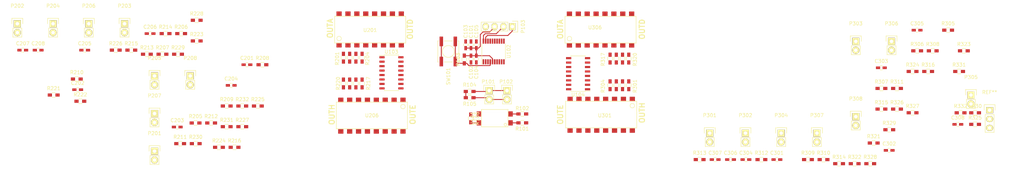
<source format=kicad_pcb>
(kicad_pcb (version 4) (host pcbnew 4.0.2+dfsg1-stable)

  (general
    (links 0)
    (no_connects 233)
    (area 54.61 26.67 206.655001 120.79)
    (thickness 1.6)
    (drawings 8)
    (tracks 52)
    (zones 0)
    (modules 120)
    (nets 113)
  )

  (page A4)
  (layers
    (0 F.Cu signal)
    (1 In1.Cu power)
    (2 In2.Cu power)
    (31 B.Cu mixed)
    (33 F.Adhes user)
    (35 F.Paste user)
    (37 F.SilkS user)
    (39 F.Mask user)
    (40 Dwgs.User user)
    (41 Cmts.User user)
    (42 Eco1.User user)
    (43 Eco2.User user)
    (44 Edge.Cuts user)
    (45 Margin user)
    (47 F.CrtYd user)
    (49 F.Fab user)
  )

  (setup
    (last_trace_width 0.25)
    (trace_clearance 0.2)
    (zone_clearance 0.508)
    (zone_45_only no)
    (trace_min 0.2)
    (segment_width 0.2)
    (edge_width 0.15)
    (via_size 0.6)
    (via_drill 0.4)
    (via_min_size 0.4)
    (via_min_drill 0.3)
    (uvia_size 0.3)
    (uvia_drill 0.1)
    (uvias_allowed no)
    (uvia_min_size 0.2)
    (uvia_min_drill 0.1)
    (pcb_text_width 0.3)
    (pcb_text_size 1.5 1.5)
    (mod_edge_width 0.15)
    (mod_text_size 1 1)
    (mod_text_width 0.15)
    (pad_size 1.524 1.524)
    (pad_drill 0.762)
    (pad_to_mask_clearance 0.2)
    (aux_axis_origin 0 0)
    (visible_elements FFFFFF7F)
    (pcbplotparams
      (layerselection 0x00030_80000001)
      (usegerberextensions false)
      (excludeedgelayer true)
      (linewidth 0.100000)
      (plotframeref false)
      (viasonmask false)
      (mode 1)
      (useauxorigin false)
      (hpglpennumber 1)
      (hpglpenspeed 20)
      (hpglpendiameter 15)
      (hpglpenoverlay 2)
      (psnegative false)
      (psa4output false)
      (plotreference true)
      (plotvalue true)
      (plotinvisibletext false)
      (padsonsilk false)
      (subtractmaskfromsilk false)
      (outputformat 1)
      (mirror false)
      (drillshape 1)
      (scaleselection 1)
      (outputdirectory ""))
  )

  (net 0 "")
  (net 1 +3V3)
  (net 2 GND)
  (net 3 AC-N)
  (net 4 "Net-(C201-Pad2)")
  (net 5 "Net-(C202-Pad2)")
  (net 6 "Net-(C203-Pad2)")
  (net 7 "Net-(C204-Pad2)")
  (net 8 "Net-(C205-Pad2)")
  (net 9 "Net-(C206-Pad2)")
  (net 10 "Net-(C207-Pad2)")
  (net 11 "Net-(C208-Pad2)")
  (net 12 "Net-(C301-Pad2)")
  (net 13 "Net-(C302-Pad2)")
  (net 14 "Net-(C303-Pad2)")
  (net 15 "Net-(C304-Pad2)")
  (net 16 "Net-(C305-Pad2)")
  (net 17 "Net-(C306-Pad2)")
  (net 18 "Net-(C307-Pad2)")
  (net 19 "Net-(C308-Pad2)")
  (net 20 /I2C_SCL)
  (net 21 /I2C_SDA)
  (net 22 /STM_SWDIO)
  (net 23 /STM_SWCLK)
  (net 24 /Output-BankA/AC_LOAD-A)
  (net 25 AC-H)
  (net 26 /Output-BankA/AC_LOAD-B)
  (net 27 /Output-BankA/AC_LOAD-C)
  (net 28 /Output-BankA/AC_LOAD-D)
  (net 29 /Output-BankB/AC_LOAD-A)
  (net 30 /Output-BankB/AC_LOAD-B)
  (net 31 /Output-BankB/AC_LOAD-C)
  (net 32 /Output-BankB/AC_LOAD-D)
  (net 33 "Net-(R101-Pad1)")
  (net 34 "Net-(R102-Pad1)")
  (net 35 /STM_~RST)
  (net 36 /ZERO_CROSS)
  (net 37 "Net-(R201-Pad1)")
  (net 38 /Output-BankA/OUT-A)
  (net 39 "Net-(R202-Pad1)")
  (net 40 /Output-BankA/OUT-B)
  (net 41 "Net-(R203-Pad1)")
  (net 42 /Output-BankA/OUT-C)
  (net 43 "Net-(R204-Pad1)")
  (net 44 /Output-BankA/OUT-D)
  (net 45 "Net-(R205-Pad1)")
  (net 46 "Net-(R206-Pad1)")
  (net 47 "Net-(R207-Pad1)")
  (net 48 "Net-(R208-Pad1)")
  (net 49 "Net-(R209-Pad2)")
  (net 50 "Net-(R210-Pad2)")
  (net 51 "Net-(R211-Pad2)")
  (net 52 "Net-(R212-Pad2)")
  (net 53 "Net-(R217-Pad1)")
  (net 54 /Output-BankA/OUT-E)
  (net 55 "Net-(R218-Pad1)")
  (net 56 /Output-BankA/OUT-F)
  (net 57 "Net-(R219-Pad1)")
  (net 58 /Output-BankA/OUT-G)
  (net 59 "Net-(R220-Pad1)")
  (net 60 /Output-BankA/OUT-H)
  (net 61 "Net-(R221-Pad1)")
  (net 62 "Net-(R222-Pad1)")
  (net 63 "Net-(R223-Pad1)")
  (net 64 "Net-(R224-Pad1)")
  (net 65 "Net-(R225-Pad2)")
  (net 66 "Net-(R226-Pad2)")
  (net 67 "Net-(R227-Pad2)")
  (net 68 "Net-(R228-Pad2)")
  (net 69 "Net-(R301-Pad1)")
  (net 70 /Output-BankB/OUT-A)
  (net 71 "Net-(R302-Pad1)")
  (net 72 /Output-BankB/OUT-B)
  (net 73 "Net-(R303-Pad1)")
  (net 74 /Output-BankB/OUT-C)
  (net 75 "Net-(R304-Pad1)")
  (net 76 /Output-BankB/OUT-D)
  (net 77 "Net-(R305-Pad1)")
  (net 78 "Net-(R306-Pad1)")
  (net 79 "Net-(R307-Pad1)")
  (net 80 "Net-(R308-Pad1)")
  (net 81 "Net-(R309-Pad2)")
  (net 82 "Net-(R310-Pad2)")
  (net 83 "Net-(R311-Pad2)")
  (net 84 "Net-(R312-Pad2)")
  (net 85 "Net-(R317-Pad1)")
  (net 86 /Output-BankB/OUT-E)
  (net 87 "Net-(R318-Pad1)")
  (net 88 /Output-BankB/OUT-F)
  (net 89 "Net-(R319-Pad1)")
  (net 90 /Output-BankB/OUT-G)
  (net 91 "Net-(R320-Pad1)")
  (net 92 /Output-BankB/OUT-H)
  (net 93 "Net-(R321-Pad1)")
  (net 94 "Net-(R322-Pad1)")
  (net 95 "Net-(R323-Pad1)")
  (net 96 "Net-(R324-Pad1)")
  (net 97 "Net-(R325-Pad2)")
  (net 98 "Net-(R326-Pad2)")
  (net 99 "Net-(R327-Pad2)")
  (net 100 "Net-(R328-Pad2)")
  (net 101 "Net-(U102-Pad2)")
  (net 102 "Net-(U102-Pad3)")
  (net 103 /Shift_SER)
  (net 104 /Shift_SRCLK)
  (net 105 /Shift_~SRCLR)
  (net 106 /Shift_RCLK)
  (net 107 /Shift_~OE)
  (net 108 "Net-(U102-Pad12)")
  (net 109 "Net-(U102-Pad13)")
  (net 110 "Net-(U102-Pad14)")
  (net 111 "Net-(U103-Pad9)")
  (net 112 "Net-(U104-Pad9)")

  (net_class Default "This is the default net class."
    (clearance 0.2)
    (trace_width 0.25)
    (via_dia 0.6)
    (via_drill 0.4)
    (uvia_dia 0.3)
    (uvia_drill 0.1)
    (add_net +3V3)
    (add_net /I2C_SCL)
    (add_net /I2C_SDA)
    (add_net /Output-BankA/AC_LOAD-A)
    (add_net /Output-BankA/AC_LOAD-B)
    (add_net /Output-BankA/AC_LOAD-C)
    (add_net /Output-BankA/AC_LOAD-D)
    (add_net /Output-BankA/OUT-A)
    (add_net /Output-BankA/OUT-B)
    (add_net /Output-BankA/OUT-C)
    (add_net /Output-BankA/OUT-D)
    (add_net /Output-BankA/OUT-E)
    (add_net /Output-BankA/OUT-F)
    (add_net /Output-BankA/OUT-G)
    (add_net /Output-BankA/OUT-H)
    (add_net /Output-BankB/AC_LOAD-A)
    (add_net /Output-BankB/AC_LOAD-B)
    (add_net /Output-BankB/AC_LOAD-C)
    (add_net /Output-BankB/AC_LOAD-D)
    (add_net /Output-BankB/OUT-A)
    (add_net /Output-BankB/OUT-B)
    (add_net /Output-BankB/OUT-C)
    (add_net /Output-BankB/OUT-D)
    (add_net /Output-BankB/OUT-E)
    (add_net /Output-BankB/OUT-F)
    (add_net /Output-BankB/OUT-G)
    (add_net /Output-BankB/OUT-H)
    (add_net /STM_SWCLK)
    (add_net /STM_SWDIO)
    (add_net /STM_~RST)
    (add_net /Shift_RCLK)
    (add_net /Shift_SER)
    (add_net /Shift_SRCLK)
    (add_net /Shift_~OE)
    (add_net /Shift_~SRCLR)
    (add_net /ZERO_CROSS)
    (add_net AC-H)
    (add_net AC-N)
    (add_net GND)
    (add_net "Net-(C201-Pad2)")
    (add_net "Net-(C202-Pad2)")
    (add_net "Net-(C203-Pad2)")
    (add_net "Net-(C204-Pad2)")
    (add_net "Net-(C205-Pad2)")
    (add_net "Net-(C206-Pad2)")
    (add_net "Net-(C207-Pad2)")
    (add_net "Net-(C208-Pad2)")
    (add_net "Net-(C301-Pad2)")
    (add_net "Net-(C302-Pad2)")
    (add_net "Net-(C303-Pad2)")
    (add_net "Net-(C304-Pad2)")
    (add_net "Net-(C305-Pad2)")
    (add_net "Net-(C306-Pad2)")
    (add_net "Net-(C307-Pad2)")
    (add_net "Net-(C308-Pad2)")
    (add_net "Net-(R101-Pad1)")
    (add_net "Net-(R102-Pad1)")
    (add_net "Net-(R201-Pad1)")
    (add_net "Net-(R202-Pad1)")
    (add_net "Net-(R203-Pad1)")
    (add_net "Net-(R204-Pad1)")
    (add_net "Net-(R205-Pad1)")
    (add_net "Net-(R206-Pad1)")
    (add_net "Net-(R207-Pad1)")
    (add_net "Net-(R208-Pad1)")
    (add_net "Net-(R209-Pad2)")
    (add_net "Net-(R210-Pad2)")
    (add_net "Net-(R211-Pad2)")
    (add_net "Net-(R212-Pad2)")
    (add_net "Net-(R217-Pad1)")
    (add_net "Net-(R218-Pad1)")
    (add_net "Net-(R219-Pad1)")
    (add_net "Net-(R220-Pad1)")
    (add_net "Net-(R221-Pad1)")
    (add_net "Net-(R222-Pad1)")
    (add_net "Net-(R223-Pad1)")
    (add_net "Net-(R224-Pad1)")
    (add_net "Net-(R225-Pad2)")
    (add_net "Net-(R226-Pad2)")
    (add_net "Net-(R227-Pad2)")
    (add_net "Net-(R228-Pad2)")
    (add_net "Net-(R301-Pad1)")
    (add_net "Net-(R302-Pad1)")
    (add_net "Net-(R303-Pad1)")
    (add_net "Net-(R304-Pad1)")
    (add_net "Net-(R305-Pad1)")
    (add_net "Net-(R306-Pad1)")
    (add_net "Net-(R307-Pad1)")
    (add_net "Net-(R308-Pad1)")
    (add_net "Net-(R309-Pad2)")
    (add_net "Net-(R310-Pad2)")
    (add_net "Net-(R311-Pad2)")
    (add_net "Net-(R312-Pad2)")
    (add_net "Net-(R317-Pad1)")
    (add_net "Net-(R318-Pad1)")
    (add_net "Net-(R319-Pad1)")
    (add_net "Net-(R320-Pad1)")
    (add_net "Net-(R321-Pad1)")
    (add_net "Net-(R322-Pad1)")
    (add_net "Net-(R323-Pad1)")
    (add_net "Net-(R324-Pad1)")
    (add_net "Net-(R325-Pad2)")
    (add_net "Net-(R326-Pad2)")
    (add_net "Net-(R327-Pad2)")
    (add_net "Net-(R328-Pad2)")
    (add_net "Net-(U102-Pad12)")
    (add_net "Net-(U102-Pad13)")
    (add_net "Net-(U102-Pad14)")
    (add_net "Net-(U102-Pad2)")
    (add_net "Net-(U102-Pad3)")
    (add_net "Net-(U103-Pad9)")
    (add_net "Net-(U104-Pad9)")
  )

  (module Capacitors_SMD:C_0603_HandSoldering (layer F.Cu) (tedit 5B467602) (tstamp 5B467739)
    (at 122.301 35.179 90)
    (descr "Capacitor SMD 0603, hand soldering")
    (tags "capacitor 0603")
    (path /5B454AFF)
    (attr smd)
    (fp_text reference C101 (at 3.81 0 90) (layer F.SilkS)
      (effects (font (size 1 1) (thickness 0.15)))
    )
    (fp_text value 100nF (at 4.572 3.302 90) (layer F.Fab) hide
      (effects (font (size 1 1) (thickness 0.15)))
    )
    (fp_line (start -1.85 -0.75) (end 1.85 -0.75) (layer F.CrtYd) (width 0.05))
    (fp_line (start -1.85 0.75) (end 1.85 0.75) (layer F.CrtYd) (width 0.05))
    (fp_line (start -1.85 -0.75) (end -1.85 0.75) (layer F.CrtYd) (width 0.05))
    (fp_line (start 1.85 -0.75) (end 1.85 0.75) (layer F.CrtYd) (width 0.05))
    (fp_line (start -0.35 -0.6) (end 0.35 -0.6) (layer F.SilkS) (width 0.15))
    (fp_line (start 0.35 0.6) (end -0.35 0.6) (layer F.SilkS) (width 0.15))
    (pad 1 smd rect (at -0.95 0 90) (size 1.2 0.75) (layers F.Cu F.Paste F.Mask)
      (net 1 +3V3))
    (pad 2 smd rect (at 0.95 0 90) (size 1.2 0.75) (layers F.Cu F.Paste F.Mask)
      (net 2 GND))
    (model Capacitors_SMD.3dshapes/C_0603_HandSoldering.wrl
      (at (xyz 0 0 0))
      (scale (xyz 1 1 1))
      (rotate (xyz 0 0 0))
    )
  )

  (module Capacitors_SMD:C_0603_HandSoldering (layer F.Cu) (tedit 5B467616) (tstamp 5B46773F)
    (at 122.301 39.243 270)
    (descr "Capacitor SMD 0603, hand soldering")
    (tags "capacitor 0603")
    (path /5B454E7E)
    (attr smd)
    (fp_text reference C102 (at 3.81 0 270) (layer F.SilkS)
      (effects (font (size 1 1) (thickness 0.15)))
    )
    (fp_text value 10nF (at 3.556 1.27 270) (layer F.Fab)
      (effects (font (size 1 1) (thickness 0.15)))
    )
    (fp_line (start -1.85 -0.75) (end 1.85 -0.75) (layer F.CrtYd) (width 0.05))
    (fp_line (start -1.85 0.75) (end 1.85 0.75) (layer F.CrtYd) (width 0.05))
    (fp_line (start -1.85 -0.75) (end -1.85 0.75) (layer F.CrtYd) (width 0.05))
    (fp_line (start 1.85 -0.75) (end 1.85 0.75) (layer F.CrtYd) (width 0.05))
    (fp_line (start -0.35 -0.6) (end 0.35 -0.6) (layer F.SilkS) (width 0.15))
    (fp_line (start 0.35 0.6) (end -0.35 0.6) (layer F.SilkS) (width 0.15))
    (pad 1 smd rect (at -0.95 0 270) (size 1.2 0.75) (layers F.Cu F.Paste F.Mask)
      (net 1 +3V3))
    (pad 2 smd rect (at 0.95 0 270) (size 1.2 0.75) (layers F.Cu F.Paste F.Mask)
      (net 2 GND))
    (model Capacitors_SMD.3dshapes/C_0603_HandSoldering.wrl
      (at (xyz 0 0 0))
      (scale (xyz 1 1 1))
      (rotate (xyz 0 0 0))
    )
  )

  (module Capacitors_SMD:C_0603_HandSoldering (layer F.Cu) (tedit 5B4676F7) (tstamp 5B467745)
    (at 120.777 35.179 90)
    (descr "Capacitor SMD 0603, hand soldering")
    (tags "capacitor 0603")
    (path /5B454B6E)
    (attr smd)
    (fp_text reference C103 (at 3.81 0 90) (layer F.SilkS)
      (effects (font (size 1 1) (thickness 0.15)))
    )
    (fp_text value 100nF (at 4.191 -1.397 90) (layer F.Fab)
      (effects (font (size 1 1) (thickness 0.15)))
    )
    (fp_line (start -1.85 -0.75) (end 1.85 -0.75) (layer F.CrtYd) (width 0.05))
    (fp_line (start -1.85 0.75) (end 1.85 0.75) (layer F.CrtYd) (width 0.05))
    (fp_line (start -1.85 -0.75) (end -1.85 0.75) (layer F.CrtYd) (width 0.05))
    (fp_line (start 1.85 -0.75) (end 1.85 0.75) (layer F.CrtYd) (width 0.05))
    (fp_line (start -0.35 -0.6) (end 0.35 -0.6) (layer F.SilkS) (width 0.15))
    (fp_line (start 0.35 0.6) (end -0.35 0.6) (layer F.SilkS) (width 0.15))
    (pad 1 smd rect (at -0.95 0 90) (size 1.2 0.75) (layers F.Cu F.Paste F.Mask)
      (net 1 +3V3))
    (pad 2 smd rect (at 0.95 0 90) (size 1.2 0.75) (layers F.Cu F.Paste F.Mask)
      (net 2 GND))
    (model Capacitors_SMD.3dshapes/C_0603_HandSoldering.wrl
      (at (xyz 0 0 0))
      (scale (xyz 1 1 1))
      (rotate (xyz 0 0 0))
    )
  )

  (module Capacitors_SMD:C_0603_HandSoldering (layer F.Cu) (tedit 5B467619) (tstamp 5B46774B)
    (at 123.825 39.243 270)
    (descr "Capacitor SMD 0603, hand soldering")
    (tags "capacitor 0603")
    (path /5B454ED5)
    (attr smd)
    (fp_text reference C104 (at 3.81 0 270) (layer F.SilkS)
      (effects (font (size 1 1) (thickness 0.15)))
    )
    (fp_text value 1uF (at 3.556 -1.27 270) (layer F.Fab)
      (effects (font (size 1 1) (thickness 0.15)))
    )
    (fp_line (start -1.85 -0.75) (end 1.85 -0.75) (layer F.CrtYd) (width 0.05))
    (fp_line (start -1.85 0.75) (end 1.85 0.75) (layer F.CrtYd) (width 0.05))
    (fp_line (start -1.85 -0.75) (end -1.85 0.75) (layer F.CrtYd) (width 0.05))
    (fp_line (start 1.85 -0.75) (end 1.85 0.75) (layer F.CrtYd) (width 0.05))
    (fp_line (start -0.35 -0.6) (end 0.35 -0.6) (layer F.SilkS) (width 0.15))
    (fp_line (start 0.35 0.6) (end -0.35 0.6) (layer F.SilkS) (width 0.15))
    (pad 1 smd rect (at -0.95 0 270) (size 1.2 0.75) (layers F.Cu F.Paste F.Mask)
      (net 1 +3V3))
    (pad 2 smd rect (at 0.95 0 270) (size 1.2 0.75) (layers F.Cu F.Paste F.Mask)
      (net 2 GND))
    (model Capacitors_SMD.3dshapes/C_0603_HandSoldering.wrl
      (at (xyz 0 0 0))
      (scale (xyz 1 1 1))
      (rotate (xyz 0 0 0))
    )
  )

  (module Capacitors_SMD:C_0603_HandSoldering (layer F.Cu) (tedit 5B467A21) (tstamp 5B467751)
    (at 123.825 35.179 90)
    (descr "Capacitor SMD 0603, hand soldering")
    (tags "capacitor 0603")
    (path /5B454BFE)
    (attr smd)
    (fp_text reference C105 (at 3.81 0 90) (layer F.SilkS)
      (effects (font (size 1 1) (thickness 0.15)))
    )
    (fp_text value 4.7uF (at 6.477 -1.651 180) (layer F.Fab)
      (effects (font (size 1 1) (thickness 0.15)))
    )
    (fp_line (start -1.85 -0.75) (end 1.85 -0.75) (layer F.CrtYd) (width 0.05))
    (fp_line (start -1.85 0.75) (end 1.85 0.75) (layer F.CrtYd) (width 0.05))
    (fp_line (start -1.85 -0.75) (end -1.85 0.75) (layer F.CrtYd) (width 0.05))
    (fp_line (start 1.85 -0.75) (end 1.85 0.75) (layer F.CrtYd) (width 0.05))
    (fp_line (start -0.35 -0.6) (end 0.35 -0.6) (layer F.SilkS) (width 0.15))
    (fp_line (start 0.35 0.6) (end -0.35 0.6) (layer F.SilkS) (width 0.15))
    (pad 1 smd rect (at -0.95 0 90) (size 1.2 0.75) (layers F.Cu F.Paste F.Mask)
      (net 1 +3V3))
    (pad 2 smd rect (at 0.95 0 90) (size 1.2 0.75) (layers F.Cu F.Paste F.Mask)
      (net 2 GND))
    (model Capacitors_SMD.3dshapes/C_0603_HandSoldering.wrl
      (at (xyz 0 0 0))
      (scale (xyz 1 1 1))
      (rotate (xyz 0 0 0))
    )
  )

  (module Capacitors_SMD:C_0603_HandSoldering (layer F.Cu) (tedit 541A9B4D) (tstamp 5B467757)
    (at 58.277571 40.871)
    (descr "Capacitor SMD 0603, hand soldering")
    (tags "capacitor 0603")
    (path /5B46698C/5B46B7E2)
    (attr smd)
    (fp_text reference C201 (at 0 -1.9) (layer F.SilkS)
      (effects (font (size 1 1) (thickness 0.15)))
    )
    (fp_text value 22nF (at 0 1.9) (layer F.Fab)
      (effects (font (size 1 1) (thickness 0.15)))
    )
    (fp_line (start -1.85 -0.75) (end 1.85 -0.75) (layer F.CrtYd) (width 0.05))
    (fp_line (start -1.85 0.75) (end 1.85 0.75) (layer F.CrtYd) (width 0.05))
    (fp_line (start -1.85 -0.75) (end -1.85 0.75) (layer F.CrtYd) (width 0.05))
    (fp_line (start 1.85 -0.75) (end 1.85 0.75) (layer F.CrtYd) (width 0.05))
    (fp_line (start -0.35 -0.6) (end 0.35 -0.6) (layer F.SilkS) (width 0.15))
    (fp_line (start 0.35 0.6) (end -0.35 0.6) (layer F.SilkS) (width 0.15))
    (pad 1 smd rect (at -0.95 0) (size 1.2 0.75) (layers F.Cu F.Paste F.Mask)
      (net 3 AC-N))
    (pad 2 smd rect (at 0.95 0) (size 1.2 0.75) (layers F.Cu F.Paste F.Mask)
      (net 4 "Net-(C201-Pad2)"))
    (model Capacitors_SMD.3dshapes/C_0603_HandSoldering.wrl
      (at (xyz 0 0 0))
      (scale (xyz 1 1 1))
      (rotate (xyz 0 0 0))
    )
  )

  (module Capacitors_SMD:C_0603_HandSoldering (layer F.Cu) (tedit 541A9B4D) (tstamp 5B46775D)
    (at 9.906 48.006)
    (descr "Capacitor SMD 0603, hand soldering")
    (tags "capacitor 0603")
    (path /5B46698C/5B46BFB4)
    (attr smd)
    (fp_text reference C202 (at 0 -1.9) (layer F.SilkS)
      (effects (font (size 1 1) (thickness 0.15)))
    )
    (fp_text value 22nF (at 0 1.9) (layer F.Fab)
      (effects (font (size 1 1) (thickness 0.15)))
    )
    (fp_line (start -1.85 -0.75) (end 1.85 -0.75) (layer F.CrtYd) (width 0.05))
    (fp_line (start -1.85 0.75) (end 1.85 0.75) (layer F.CrtYd) (width 0.05))
    (fp_line (start -1.85 -0.75) (end -1.85 0.75) (layer F.CrtYd) (width 0.05))
    (fp_line (start 1.85 -0.75) (end 1.85 0.75) (layer F.CrtYd) (width 0.05))
    (fp_line (start -0.35 -0.6) (end 0.35 -0.6) (layer F.SilkS) (width 0.15))
    (fp_line (start 0.35 0.6) (end -0.35 0.6) (layer F.SilkS) (width 0.15))
    (pad 1 smd rect (at -0.95 0) (size 1.2 0.75) (layers F.Cu F.Paste F.Mask)
      (net 3 AC-N))
    (pad 2 smd rect (at 0.95 0) (size 1.2 0.75) (layers F.Cu F.Paste F.Mask)
      (net 5 "Net-(C202-Pad2)"))
    (model Capacitors_SMD.3dshapes/C_0603_HandSoldering.wrl
      (at (xyz 0 0 0))
      (scale (xyz 1 1 1))
      (rotate (xyz 0 0 0))
    )
  )

  (module Capacitors_SMD:C_0603_HandSoldering (layer F.Cu) (tedit 541A9B4D) (tstamp 5B467763)
    (at 38.354 58.674)
    (descr "Capacitor SMD 0603, hand soldering")
    (tags "capacitor 0603")
    (path /5B46698C/5B46C445)
    (attr smd)
    (fp_text reference C203 (at 0 -1.9) (layer F.SilkS)
      (effects (font (size 1 1) (thickness 0.15)))
    )
    (fp_text value 22nF (at 0 1.9) (layer F.Fab)
      (effects (font (size 1 1) (thickness 0.15)))
    )
    (fp_line (start -1.85 -0.75) (end 1.85 -0.75) (layer F.CrtYd) (width 0.05))
    (fp_line (start -1.85 0.75) (end 1.85 0.75) (layer F.CrtYd) (width 0.05))
    (fp_line (start -1.85 -0.75) (end -1.85 0.75) (layer F.CrtYd) (width 0.05))
    (fp_line (start 1.85 -0.75) (end 1.85 0.75) (layer F.CrtYd) (width 0.05))
    (fp_line (start -0.35 -0.6) (end 0.35 -0.6) (layer F.SilkS) (width 0.15))
    (fp_line (start 0.35 0.6) (end -0.35 0.6) (layer F.SilkS) (width 0.15))
    (pad 1 smd rect (at -0.95 0) (size 1.2 0.75) (layers F.Cu F.Paste F.Mask)
      (net 3 AC-N))
    (pad 2 smd rect (at 0.95 0) (size 1.2 0.75) (layers F.Cu F.Paste F.Mask)
      (net 6 "Net-(C203-Pad2)"))
    (model Capacitors_SMD.3dshapes/C_0603_HandSoldering.wrl
      (at (xyz 0 0 0))
      (scale (xyz 1 1 1))
      (rotate (xyz 0 0 0))
    )
  )

  (module Capacitors_SMD:C_0603_HandSoldering (layer F.Cu) (tedit 541A9B4D) (tstamp 5B467769)
    (at 53.777571 46.771)
    (descr "Capacitor SMD 0603, hand soldering")
    (tags "capacitor 0603")
    (path /5B46698C/5B46C471)
    (attr smd)
    (fp_text reference C204 (at 0 -1.9) (layer F.SilkS)
      (effects (font (size 1 1) (thickness 0.15)))
    )
    (fp_text value 22nF (at 0 1.9) (layer F.Fab)
      (effects (font (size 1 1) (thickness 0.15)))
    )
    (fp_line (start -1.85 -0.75) (end 1.85 -0.75) (layer F.CrtYd) (width 0.05))
    (fp_line (start -1.85 0.75) (end 1.85 0.75) (layer F.CrtYd) (width 0.05))
    (fp_line (start -1.85 -0.75) (end -1.85 0.75) (layer F.CrtYd) (width 0.05))
    (fp_line (start 1.85 -0.75) (end 1.85 0.75) (layer F.CrtYd) (width 0.05))
    (fp_line (start -0.35 -0.6) (end 0.35 -0.6) (layer F.SilkS) (width 0.15))
    (fp_line (start 0.35 0.6) (end -0.35 0.6) (layer F.SilkS) (width 0.15))
    (pad 1 smd rect (at -0.95 0) (size 1.2 0.75) (layers F.Cu F.Paste F.Mask)
      (net 3 AC-N))
    (pad 2 smd rect (at 0.95 0) (size 1.2 0.75) (layers F.Cu F.Paste F.Mask)
      (net 7 "Net-(C204-Pad2)"))
    (model Capacitors_SMD.3dshapes/C_0603_HandSoldering.wrl
      (at (xyz 0 0 0))
      (scale (xyz 1 1 1))
      (rotate (xyz 0 0 0))
    )
  )

  (module Capacitors_SMD:C_0603_HandSoldering (layer F.Cu) (tedit 541A9B4D) (tstamp 5B46776F)
    (at 11.907571 36.703)
    (descr "Capacitor SMD 0603, hand soldering")
    (tags "capacitor 0603")
    (path /5B46698C/5B47480D)
    (attr smd)
    (fp_text reference C205 (at 0 -1.9) (layer F.SilkS)
      (effects (font (size 1 1) (thickness 0.15)))
    )
    (fp_text value 22nF (at 0 1.9) (layer F.Fab)
      (effects (font (size 1 1) (thickness 0.15)))
    )
    (fp_line (start -1.85 -0.75) (end 1.85 -0.75) (layer F.CrtYd) (width 0.05))
    (fp_line (start -1.85 0.75) (end 1.85 0.75) (layer F.CrtYd) (width 0.05))
    (fp_line (start -1.85 -0.75) (end -1.85 0.75) (layer F.CrtYd) (width 0.05))
    (fp_line (start 1.85 -0.75) (end 1.85 0.75) (layer F.CrtYd) (width 0.05))
    (fp_line (start -0.35 -0.6) (end 0.35 -0.6) (layer F.SilkS) (width 0.15))
    (fp_line (start 0.35 0.6) (end -0.35 0.6) (layer F.SilkS) (width 0.15))
    (pad 1 smd rect (at -0.95 0) (size 1.2 0.75) (layers F.Cu F.Paste F.Mask)
      (net 3 AC-N))
    (pad 2 smd rect (at 0.95 0) (size 1.2 0.75) (layers F.Cu F.Paste F.Mask)
      (net 8 "Net-(C205-Pad2)"))
    (model Capacitors_SMD.3dshapes/C_0603_HandSoldering.wrl
      (at (xyz 0 0 0))
      (scale (xyz 1 1 1))
      (rotate (xyz 0 0 0))
    )
  )

  (module Capacitors_SMD:C_0603_HandSoldering (layer F.Cu) (tedit 541A9B4D) (tstamp 5B467775)
    (at 30.597571 31.973)
    (descr "Capacitor SMD 0603, hand soldering")
    (tags "capacitor 0603")
    (path /5B46698C/5B474836)
    (attr smd)
    (fp_text reference C206 (at 0 -1.9) (layer F.SilkS)
      (effects (font (size 1 1) (thickness 0.15)))
    )
    (fp_text value 22nF (at 0 1.9) (layer F.Fab)
      (effects (font (size 1 1) (thickness 0.15)))
    )
    (fp_line (start -1.85 -0.75) (end 1.85 -0.75) (layer F.CrtYd) (width 0.05))
    (fp_line (start -1.85 0.75) (end 1.85 0.75) (layer F.CrtYd) (width 0.05))
    (fp_line (start -1.85 -0.75) (end -1.85 0.75) (layer F.CrtYd) (width 0.05))
    (fp_line (start 1.85 -0.75) (end 1.85 0.75) (layer F.CrtYd) (width 0.05))
    (fp_line (start -0.35 -0.6) (end 0.35 -0.6) (layer F.SilkS) (width 0.15))
    (fp_line (start 0.35 0.6) (end -0.35 0.6) (layer F.SilkS) (width 0.15))
    (pad 1 smd rect (at -0.95 0) (size 1.2 0.75) (layers F.Cu F.Paste F.Mask)
      (net 3 AC-N))
    (pad 2 smd rect (at 0.95 0) (size 1.2 0.75) (layers F.Cu F.Paste F.Mask)
      (net 9 "Net-(C206-Pad2)"))
    (model Capacitors_SMD.3dshapes/C_0603_HandSoldering.wrl
      (at (xyz 0 0 0))
      (scale (xyz 1 1 1))
      (rotate (xyz 0 0 0))
    )
  )

  (module Capacitors_SMD:C_0603_HandSoldering (layer F.Cu) (tedit 541A9B4D) (tstamp 5B46777B)
    (at -5.792429 36.703)
    (descr "Capacitor SMD 0603, hand soldering")
    (tags "capacitor 0603")
    (path /5B46698C/5B47485F)
    (attr smd)
    (fp_text reference C207 (at 0 -1.9) (layer F.SilkS)
      (effects (font (size 1 1) (thickness 0.15)))
    )
    (fp_text value 22nF (at 0 1.9) (layer F.Fab)
      (effects (font (size 1 1) (thickness 0.15)))
    )
    (fp_line (start -1.85 -0.75) (end 1.85 -0.75) (layer F.CrtYd) (width 0.05))
    (fp_line (start -1.85 0.75) (end 1.85 0.75) (layer F.CrtYd) (width 0.05))
    (fp_line (start -1.85 -0.75) (end -1.85 0.75) (layer F.CrtYd) (width 0.05))
    (fp_line (start 1.85 -0.75) (end 1.85 0.75) (layer F.CrtYd) (width 0.05))
    (fp_line (start -0.35 -0.6) (end 0.35 -0.6) (layer F.SilkS) (width 0.15))
    (fp_line (start 0.35 0.6) (end -0.35 0.6) (layer F.SilkS) (width 0.15))
    (pad 1 smd rect (at -0.95 0) (size 1.2 0.75) (layers F.Cu F.Paste F.Mask)
      (net 3 AC-N))
    (pad 2 smd rect (at 0.95 0) (size 1.2 0.75) (layers F.Cu F.Paste F.Mask)
      (net 10 "Net-(C207-Pad2)"))
    (model Capacitors_SMD.3dshapes/C_0603_HandSoldering.wrl
      (at (xyz 0 0 0))
      (scale (xyz 1 1 1))
      (rotate (xyz 0 0 0))
    )
  )

  (module Capacitors_SMD:C_0603_HandSoldering (layer F.Cu) (tedit 541A9B4D) (tstamp 5B467781)
    (at -1.392429 36.703)
    (descr "Capacitor SMD 0603, hand soldering")
    (tags "capacitor 0603")
    (path /5B46698C/5B474888)
    (attr smd)
    (fp_text reference C208 (at 0 -1.9) (layer F.SilkS)
      (effects (font (size 1 1) (thickness 0.15)))
    )
    (fp_text value 22nF (at 0 1.9) (layer F.Fab)
      (effects (font (size 1 1) (thickness 0.15)))
    )
    (fp_line (start -1.85 -0.75) (end 1.85 -0.75) (layer F.CrtYd) (width 0.05))
    (fp_line (start -1.85 0.75) (end 1.85 0.75) (layer F.CrtYd) (width 0.05))
    (fp_line (start -1.85 -0.75) (end -1.85 0.75) (layer F.CrtYd) (width 0.05))
    (fp_line (start 1.85 -0.75) (end 1.85 0.75) (layer F.CrtYd) (width 0.05))
    (fp_line (start -0.35 -0.6) (end 0.35 -0.6) (layer F.SilkS) (width 0.15))
    (fp_line (start 0.35 0.6) (end -0.35 0.6) (layer F.SilkS) (width 0.15))
    (pad 1 smd rect (at -0.95 0) (size 1.2 0.75) (layers F.Cu F.Paste F.Mask)
      (net 3 AC-N))
    (pad 2 smd rect (at 0.95 0) (size 1.2 0.75) (layers F.Cu F.Paste F.Mask)
      (net 11 "Net-(C208-Pad2)"))
    (model Capacitors_SMD.3dshapes/C_0603_HandSoldering.wrl
      (at (xyz 0 0 0))
      (scale (xyz 1 1 1))
      (rotate (xyz 0 0 0))
    )
  )

  (module Capacitors_SMD:C_0603_HandSoldering (layer F.Cu) (tedit 541A9B4D) (tstamp 5B467787)
    (at 209.723571 67.977)
    (descr "Capacitor SMD 0603, hand soldering")
    (tags "capacitor 0603")
    (path /5B477E02/5B46B7E2)
    (attr smd)
    (fp_text reference C301 (at 0 -1.9) (layer F.SilkS)
      (effects (font (size 1 1) (thickness 0.15)))
    )
    (fp_text value 22nF (at 0 1.9) (layer F.Fab)
      (effects (font (size 1 1) (thickness 0.15)))
    )
    (fp_line (start -1.85 -0.75) (end 1.85 -0.75) (layer F.CrtYd) (width 0.05))
    (fp_line (start -1.85 0.75) (end 1.85 0.75) (layer F.CrtYd) (width 0.05))
    (fp_line (start -1.85 -0.75) (end -1.85 0.75) (layer F.CrtYd) (width 0.05))
    (fp_line (start 1.85 -0.75) (end 1.85 0.75) (layer F.CrtYd) (width 0.05))
    (fp_line (start -0.35 -0.6) (end 0.35 -0.6) (layer F.SilkS) (width 0.15))
    (fp_line (start 0.35 0.6) (end -0.35 0.6) (layer F.SilkS) (width 0.15))
    (pad 1 smd rect (at -0.95 0) (size 1.2 0.75) (layers F.Cu F.Paste F.Mask)
      (net 3 AC-N))
    (pad 2 smd rect (at 0.95 0) (size 1.2 0.75) (layers F.Cu F.Paste F.Mask)
      (net 12 "Net-(C301-Pad2)"))
    (model Capacitors_SMD.3dshapes/C_0603_HandSoldering.wrl
      (at (xyz 0 0 0))
      (scale (xyz 1 1 1))
      (rotate (xyz 0 0 0))
    )
  )

  (module Capacitors_SMD:C_0603_HandSoldering (layer F.Cu) (tedit 541A9B4D) (tstamp 5B46778D)
    (at 241.813571 65.347)
    (descr "Capacitor SMD 0603, hand soldering")
    (tags "capacitor 0603")
    (path /5B477E02/5B46BFB4)
    (attr smd)
    (fp_text reference C302 (at 0 -1.9) (layer F.SilkS)
      (effects (font (size 1 1) (thickness 0.15)))
    )
    (fp_text value 22nF (at 0 1.9) (layer F.Fab)
      (effects (font (size 1 1) (thickness 0.15)))
    )
    (fp_line (start -1.85 -0.75) (end 1.85 -0.75) (layer F.CrtYd) (width 0.05))
    (fp_line (start -1.85 0.75) (end 1.85 0.75) (layer F.CrtYd) (width 0.05))
    (fp_line (start -1.85 -0.75) (end -1.85 0.75) (layer F.CrtYd) (width 0.05))
    (fp_line (start 1.85 -0.75) (end 1.85 0.75) (layer F.CrtYd) (width 0.05))
    (fp_line (start -0.35 -0.6) (end 0.35 -0.6) (layer F.SilkS) (width 0.15))
    (fp_line (start 0.35 0.6) (end -0.35 0.6) (layer F.SilkS) (width 0.15))
    (pad 1 smd rect (at -0.95 0) (size 1.2 0.75) (layers F.Cu F.Paste F.Mask)
      (net 3 AC-N))
    (pad 2 smd rect (at 0.95 0) (size 1.2 0.75) (layers F.Cu F.Paste F.Mask)
      (net 13 "Net-(C302-Pad2)"))
    (model Capacitors_SMD.3dshapes/C_0603_HandSoldering.wrl
      (at (xyz 0 0 0))
      (scale (xyz 1 1 1))
      (rotate (xyz 0 0 0))
    )
  )

  (module Capacitors_SMD:C_0603_HandSoldering (layer F.Cu) (tedit 541A9B4D) (tstamp 5B467793)
    (at 239.573571 41.747)
    (descr "Capacitor SMD 0603, hand soldering")
    (tags "capacitor 0603")
    (path /5B477E02/5B46C445)
    (attr smd)
    (fp_text reference C303 (at 0 -1.9) (layer F.SilkS)
      (effects (font (size 1 1) (thickness 0.15)))
    )
    (fp_text value 22nF (at 0 1.9) (layer F.Fab)
      (effects (font (size 1 1) (thickness 0.15)))
    )
    (fp_line (start -1.85 -0.75) (end 1.85 -0.75) (layer F.CrtYd) (width 0.05))
    (fp_line (start -1.85 0.75) (end 1.85 0.75) (layer F.CrtYd) (width 0.05))
    (fp_line (start -1.85 -0.75) (end -1.85 0.75) (layer F.CrtYd) (width 0.05))
    (fp_line (start 1.85 -0.75) (end 1.85 0.75) (layer F.CrtYd) (width 0.05))
    (fp_line (start -0.35 -0.6) (end 0.35 -0.6) (layer F.SilkS) (width 0.15))
    (fp_line (start 0.35 0.6) (end -0.35 0.6) (layer F.SilkS) (width 0.15))
    (pad 1 smd rect (at -0.95 0) (size 1.2 0.75) (layers F.Cu F.Paste F.Mask)
      (net 3 AC-N))
    (pad 2 smd rect (at 0.95 0) (size 1.2 0.75) (layers F.Cu F.Paste F.Mask)
      (net 14 "Net-(C303-Pad2)"))
    (model Capacitors_SMD.3dshapes/C_0603_HandSoldering.wrl
      (at (xyz 0 0 0))
      (scale (xyz 1 1 1))
      (rotate (xyz 0 0 0))
    )
  )

  (module Capacitors_SMD:C_0603_HandSoldering (layer F.Cu) (tedit 541A9B4D) (tstamp 5B467799)
    (at 200.873571 67.977)
    (descr "Capacitor SMD 0603, hand soldering")
    (tags "capacitor 0603")
    (path /5B477E02/5B46C471)
    (attr smd)
    (fp_text reference C304 (at 0 -1.9) (layer F.SilkS)
      (effects (font (size 1 1) (thickness 0.15)))
    )
    (fp_text value 22nF (at 0 1.9) (layer F.Fab)
      (effects (font (size 1 1) (thickness 0.15)))
    )
    (fp_line (start -1.85 -0.75) (end 1.85 -0.75) (layer F.CrtYd) (width 0.05))
    (fp_line (start -1.85 0.75) (end 1.85 0.75) (layer F.CrtYd) (width 0.05))
    (fp_line (start -1.85 -0.75) (end -1.85 0.75) (layer F.CrtYd) (width 0.05))
    (fp_line (start 1.85 -0.75) (end 1.85 0.75) (layer F.CrtYd) (width 0.05))
    (fp_line (start -0.35 -0.6) (end 0.35 -0.6) (layer F.SilkS) (width 0.15))
    (fp_line (start 0.35 0.6) (end -0.35 0.6) (layer F.SilkS) (width 0.15))
    (pad 1 smd rect (at -0.95 0) (size 1.2 0.75) (layers F.Cu F.Paste F.Mask)
      (net 3 AC-N))
    (pad 2 smd rect (at 0.95 0) (size 1.2 0.75) (layers F.Cu F.Paste F.Mask)
      (net 15 "Net-(C304-Pad2)"))
    (model Capacitors_SMD.3dshapes/C_0603_HandSoldering.wrl
      (at (xyz 0 0 0))
      (scale (xyz 1 1 1))
      (rotate (xyz 0 0 0))
    )
  )

  (module Capacitors_SMD:C_0603_HandSoldering (layer F.Cu) (tedit 541A9B4D) (tstamp 5B46779F)
    (at 249.783571 30.997)
    (descr "Capacitor SMD 0603, hand soldering")
    (tags "capacitor 0603")
    (path /5B477E02/5B47480D)
    (attr smd)
    (fp_text reference C305 (at 0 -1.9) (layer F.SilkS)
      (effects (font (size 1 1) (thickness 0.15)))
    )
    (fp_text value 22nF (at 0 1.9) (layer F.Fab)
      (effects (font (size 1 1) (thickness 0.15)))
    )
    (fp_line (start -1.85 -0.75) (end 1.85 -0.75) (layer F.CrtYd) (width 0.05))
    (fp_line (start -1.85 0.75) (end 1.85 0.75) (layer F.CrtYd) (width 0.05))
    (fp_line (start -1.85 -0.75) (end -1.85 0.75) (layer F.CrtYd) (width 0.05))
    (fp_line (start 1.85 -0.75) (end 1.85 0.75) (layer F.CrtYd) (width 0.05))
    (fp_line (start -0.35 -0.6) (end 0.35 -0.6) (layer F.SilkS) (width 0.15))
    (fp_line (start 0.35 0.6) (end -0.35 0.6) (layer F.SilkS) (width 0.15))
    (pad 1 smd rect (at -0.95 0) (size 1.2 0.75) (layers F.Cu F.Paste F.Mask)
      (net 3 AC-N))
    (pad 2 smd rect (at 0.95 0) (size 1.2 0.75) (layers F.Cu F.Paste F.Mask)
      (net 16 "Net-(C305-Pad2)"))
    (model Capacitors_SMD.3dshapes/C_0603_HandSoldering.wrl
      (at (xyz 0 0 0))
      (scale (xyz 1 1 1))
      (rotate (xyz 0 0 0))
    )
  )

  (module Capacitors_SMD:C_0603_HandSoldering (layer F.Cu) (tedit 541A9B4D) (tstamp 5B4677A5)
    (at 196.473571 67.977)
    (descr "Capacitor SMD 0603, hand soldering")
    (tags "capacitor 0603")
    (path /5B477E02/5B474836)
    (attr smd)
    (fp_text reference C306 (at 0 -1.9) (layer F.SilkS)
      (effects (font (size 1 1) (thickness 0.15)))
    )
    (fp_text value 22nF (at 0 1.9) (layer F.Fab)
      (effects (font (size 1 1) (thickness 0.15)))
    )
    (fp_line (start -1.85 -0.75) (end 1.85 -0.75) (layer F.CrtYd) (width 0.05))
    (fp_line (start -1.85 0.75) (end 1.85 0.75) (layer F.CrtYd) (width 0.05))
    (fp_line (start -1.85 -0.75) (end -1.85 0.75) (layer F.CrtYd) (width 0.05))
    (fp_line (start 1.85 -0.75) (end 1.85 0.75) (layer F.CrtYd) (width 0.05))
    (fp_line (start -0.35 -0.6) (end 0.35 -0.6) (layer F.SilkS) (width 0.15))
    (fp_line (start 0.35 0.6) (end -0.35 0.6) (layer F.SilkS) (width 0.15))
    (pad 1 smd rect (at -0.95 0) (size 1.2 0.75) (layers F.Cu F.Paste F.Mask)
      (net 3 AC-N))
    (pad 2 smd rect (at 0.95 0) (size 1.2 0.75) (layers F.Cu F.Paste F.Mask)
      (net 17 "Net-(C306-Pad2)"))
    (model Capacitors_SMD.3dshapes/C_0603_HandSoldering.wrl
      (at (xyz 0 0 0))
      (scale (xyz 1 1 1))
      (rotate (xyz 0 0 0))
    )
  )

  (module Capacitors_SMD:C_0603_HandSoldering (layer F.Cu) (tedit 541A9B4D) (tstamp 5B4677AB)
    (at 192.073571 67.977)
    (descr "Capacitor SMD 0603, hand soldering")
    (tags "capacitor 0603")
    (path /5B477E02/5B47485F)
    (attr smd)
    (fp_text reference C307 (at 0 -1.9) (layer F.SilkS)
      (effects (font (size 1 1) (thickness 0.15)))
    )
    (fp_text value 22nF (at 0 1.9) (layer F.Fab)
      (effects (font (size 1 1) (thickness 0.15)))
    )
    (fp_line (start -1.85 -0.75) (end 1.85 -0.75) (layer F.CrtYd) (width 0.05))
    (fp_line (start -1.85 0.75) (end 1.85 0.75) (layer F.CrtYd) (width 0.05))
    (fp_line (start -1.85 -0.75) (end -1.85 0.75) (layer F.CrtYd) (width 0.05))
    (fp_line (start 1.85 -0.75) (end 1.85 0.75) (layer F.CrtYd) (width 0.05))
    (fp_line (start -0.35 -0.6) (end 0.35 -0.6) (layer F.SilkS) (width 0.15))
    (fp_line (start 0.35 0.6) (end -0.35 0.6) (layer F.SilkS) (width 0.15))
    (pad 1 smd rect (at -0.95 0) (size 1.2 0.75) (layers F.Cu F.Paste F.Mask)
      (net 3 AC-N))
    (pad 2 smd rect (at 0.95 0) (size 1.2 0.75) (layers F.Cu F.Paste F.Mask)
      (net 18 "Net-(C307-Pad2)"))
    (model Capacitors_SMD.3dshapes/C_0603_HandSoldering.wrl
      (at (xyz 0 0 0))
      (scale (xyz 1 1 1))
      (rotate (xyz 0 0 0))
    )
  )

  (module Capacitors_SMD:C_0603_HandSoldering (layer F.Cu) (tedit 541A9B4D) (tstamp 5B4677B1)
    (at 261.432 57.912)
    (descr "Capacitor SMD 0603, hand soldering")
    (tags "capacitor 0603")
    (path /5B477E02/5B474888)
    (attr smd)
    (fp_text reference C308 (at 0 -1.9) (layer F.SilkS)
      (effects (font (size 1 1) (thickness 0.15)))
    )
    (fp_text value 22nF (at 0 1.9) (layer F.Fab)
      (effects (font (size 1 1) (thickness 0.15)))
    )
    (fp_line (start -1.85 -0.75) (end 1.85 -0.75) (layer F.CrtYd) (width 0.05))
    (fp_line (start -1.85 0.75) (end 1.85 0.75) (layer F.CrtYd) (width 0.05))
    (fp_line (start -1.85 -0.75) (end -1.85 0.75) (layer F.CrtYd) (width 0.05))
    (fp_line (start 1.85 -0.75) (end 1.85 0.75) (layer F.CrtYd) (width 0.05))
    (fp_line (start -0.35 -0.6) (end 0.35 -0.6) (layer F.SilkS) (width 0.15))
    (fp_line (start 0.35 0.6) (end -0.35 0.6) (layer F.SilkS) (width 0.15))
    (pad 1 smd rect (at -0.95 0) (size 1.2 0.75) (layers F.Cu F.Paste F.Mask)
      (net 3 AC-N))
    (pad 2 smd rect (at 0.95 0) (size 1.2 0.75) (layers F.Cu F.Paste F.Mask)
      (net 19 "Net-(C308-Pad2)"))
    (model Capacitors_SMD.3dshapes/C_0603_HandSoldering.wrl
      (at (xyz 0 0 0))
      (scale (xyz 1 1 1))
      (rotate (xyz 0 0 0))
    )
  )

  (module Pin_Headers:Pin_Header_Straight_1x02 (layer F.Cu) (tedit 5B469049) (tstamp 5B4677B7)
    (at 127.508 48.26)
    (descr "Through hole pin header")
    (tags "pin header")
    (path /5B453C99)
    (fp_text reference P101 (at -0.254 -2.54) (layer F.SilkS)
      (effects (font (size 1 1) (thickness 0.15)))
    )
    (fp_text value CONN_01X02 (at 0 -3.1) (layer F.Fab) hide
      (effects (font (size 1 1) (thickness 0.15)))
    )
    (fp_line (start 1.27 1.27) (end 1.27 3.81) (layer F.SilkS) (width 0.15))
    (fp_line (start 1.55 -1.55) (end 1.55 0) (layer F.SilkS) (width 0.15))
    (fp_line (start -1.75 -1.75) (end -1.75 4.3) (layer F.CrtYd) (width 0.05))
    (fp_line (start 1.75 -1.75) (end 1.75 4.3) (layer F.CrtYd) (width 0.05))
    (fp_line (start -1.75 -1.75) (end 1.75 -1.75) (layer F.CrtYd) (width 0.05))
    (fp_line (start -1.75 4.3) (end 1.75 4.3) (layer F.CrtYd) (width 0.05))
    (fp_line (start 1.27 1.27) (end -1.27 1.27) (layer F.SilkS) (width 0.15))
    (fp_line (start -1.55 0) (end -1.55 -1.55) (layer F.SilkS) (width 0.15))
    (fp_line (start -1.55 -1.55) (end 1.55 -1.55) (layer F.SilkS) (width 0.15))
    (fp_line (start -1.27 1.27) (end -1.27 3.81) (layer F.SilkS) (width 0.15))
    (fp_line (start -1.27 3.81) (end 1.27 3.81) (layer F.SilkS) (width 0.15))
    (pad 1 thru_hole rect (at 0 0) (size 2.032 2.032) (drill 1.016) (layers *.Cu *.Mask F.SilkS)
      (net 20 /I2C_SCL))
    (pad 2 thru_hole oval (at 0 2.54) (size 2.032 2.032) (drill 1.016) (layers *.Cu *.Mask F.SilkS)
      (net 21 /I2C_SDA))
    (model Pin_Headers.3dshapes/Pin_Header_Straight_1x02.wrl
      (at (xyz 0 -0.05 0))
      (scale (xyz 1 1 1))
      (rotate (xyz 0 0 90))
    )
  )

  (module Pin_Headers:Pin_Header_Straight_1x02 (layer F.Cu) (tedit 5B46904B) (tstamp 5B4677BD)
    (at 132.588 48.26)
    (descr "Through hole pin header")
    (tags "pin header")
    (path /5B453DC6)
    (fp_text reference P102 (at -0.254 -2.54) (layer F.SilkS)
      (effects (font (size 1 1) (thickness 0.15)))
    )
    (fp_text value CONN_01X02 (at 0 -3.1) (layer F.Fab) hide
      (effects (font (size 1 1) (thickness 0.15)))
    )
    (fp_line (start 1.27 1.27) (end 1.27 3.81) (layer F.SilkS) (width 0.15))
    (fp_line (start 1.55 -1.55) (end 1.55 0) (layer F.SilkS) (width 0.15))
    (fp_line (start -1.75 -1.75) (end -1.75 4.3) (layer F.CrtYd) (width 0.05))
    (fp_line (start 1.75 -1.75) (end 1.75 4.3) (layer F.CrtYd) (width 0.05))
    (fp_line (start -1.75 -1.75) (end 1.75 -1.75) (layer F.CrtYd) (width 0.05))
    (fp_line (start -1.75 4.3) (end 1.75 4.3) (layer F.CrtYd) (width 0.05))
    (fp_line (start 1.27 1.27) (end -1.27 1.27) (layer F.SilkS) (width 0.15))
    (fp_line (start -1.55 0) (end -1.55 -1.55) (layer F.SilkS) (width 0.15))
    (fp_line (start -1.55 -1.55) (end 1.55 -1.55) (layer F.SilkS) (width 0.15))
    (fp_line (start -1.27 1.27) (end -1.27 3.81) (layer F.SilkS) (width 0.15))
    (fp_line (start -1.27 3.81) (end 1.27 3.81) (layer F.SilkS) (width 0.15))
    (pad 1 thru_hole rect (at 0 0) (size 2.032 2.032) (drill 1.016) (layers *.Cu *.Mask F.SilkS)
      (net 20 /I2C_SCL))
    (pad 2 thru_hole oval (at 0 2.54) (size 2.032 2.032) (drill 1.016) (layers *.Cu *.Mask F.SilkS)
      (net 21 /I2C_SDA))
    (model Pin_Headers.3dshapes/Pin_Header_Straight_1x02.wrl
      (at (xyz 0 -0.05 0))
      (scale (xyz 1 1 1))
      (rotate (xyz 0 0 90))
    )
  )

  (module Pin_Headers:Pin_Header_Straight_1x04 (layer F.Cu) (tedit 5B467A37) (tstamp 5B4677C5)
    (at 134.112 29.972 270)
    (descr "Through hole pin header")
    (tags "pin header")
    (path /5B459213)
    (fp_text reference P103 (at 0 -3.048 270) (layer F.SilkS)
      (effects (font (size 1 1) (thickness 0.15)))
    )
    (fp_text value CONN_01X04 (at -2.54 4.318 360) (layer F.Fab)
      (effects (font (size 1 1) (thickness 0.15)))
    )
    (fp_line (start -1.75 -1.75) (end -1.75 9.4) (layer F.CrtYd) (width 0.05))
    (fp_line (start 1.75 -1.75) (end 1.75 9.4) (layer F.CrtYd) (width 0.05))
    (fp_line (start -1.75 -1.75) (end 1.75 -1.75) (layer F.CrtYd) (width 0.05))
    (fp_line (start -1.75 9.4) (end 1.75 9.4) (layer F.CrtYd) (width 0.05))
    (fp_line (start -1.27 1.27) (end -1.27 8.89) (layer F.SilkS) (width 0.15))
    (fp_line (start 1.27 1.27) (end 1.27 8.89) (layer F.SilkS) (width 0.15))
    (fp_line (start 1.55 -1.55) (end 1.55 0) (layer F.SilkS) (width 0.15))
    (fp_line (start -1.27 8.89) (end 1.27 8.89) (layer F.SilkS) (width 0.15))
    (fp_line (start 1.27 1.27) (end -1.27 1.27) (layer F.SilkS) (width 0.15))
    (fp_line (start -1.55 0) (end -1.55 -1.55) (layer F.SilkS) (width 0.15))
    (fp_line (start -1.55 -1.55) (end 1.55 -1.55) (layer F.SilkS) (width 0.15))
    (pad 1 thru_hole rect (at 0 0 270) (size 2.032 1.7272) (drill 1.016) (layers *.Cu *.Mask F.SilkS)
      (net 22 /STM_SWDIO))
    (pad 2 thru_hole oval (at 0 2.54 270) (size 2.032 1.7272) (drill 1.016) (layers *.Cu *.Mask F.SilkS)
      (net 23 /STM_SWCLK))
    (pad 3 thru_hole oval (at 0 5.08 270) (size 2.032 1.7272) (drill 1.016) (layers *.Cu *.Mask F.SilkS)
      (net 1 +3V3))
    (pad 4 thru_hole oval (at 0 7.62 270) (size 2.032 1.7272) (drill 1.016) (layers *.Cu *.Mask F.SilkS)
      (net 2 GND))
    (model Pin_Headers.3dshapes/Pin_Header_Straight_1x04.wrl
      (at (xyz 0 -0.15 0))
      (scale (xyz 1 1 1))
      (rotate (xyz 0 0 90))
    )
  )

  (module Pin_Headers:Pin_Header_Straight_1x02 (layer F.Cu) (tedit 54EA090C) (tstamp 5B4677CB)
    (at 31.862333 65.571)
    (descr "Through hole pin header")
    (tags "pin header")
    (path /5B46698C/5B4722B1)
    (fp_text reference P201 (at 0 -5.1) (layer F.SilkS)
      (effects (font (size 1 1) (thickness 0.15)))
    )
    (fp_text value CONN_01X02 (at 0 -3.1) (layer F.Fab)
      (effects (font (size 1 1) (thickness 0.15)))
    )
    (fp_line (start 1.27 1.27) (end 1.27 3.81) (layer F.SilkS) (width 0.15))
    (fp_line (start 1.55 -1.55) (end 1.55 0) (layer F.SilkS) (width 0.15))
    (fp_line (start -1.75 -1.75) (end -1.75 4.3) (layer F.CrtYd) (width 0.05))
    (fp_line (start 1.75 -1.75) (end 1.75 4.3) (layer F.CrtYd) (width 0.05))
    (fp_line (start -1.75 -1.75) (end 1.75 -1.75) (layer F.CrtYd) (width 0.05))
    (fp_line (start -1.75 4.3) (end 1.75 4.3) (layer F.CrtYd) (width 0.05))
    (fp_line (start 1.27 1.27) (end -1.27 1.27) (layer F.SilkS) (width 0.15))
    (fp_line (start -1.55 0) (end -1.55 -1.55) (layer F.SilkS) (width 0.15))
    (fp_line (start -1.55 -1.55) (end 1.55 -1.55) (layer F.SilkS) (width 0.15))
    (fp_line (start -1.27 1.27) (end -1.27 3.81) (layer F.SilkS) (width 0.15))
    (fp_line (start -1.27 3.81) (end 1.27 3.81) (layer F.SilkS) (width 0.15))
    (pad 1 thru_hole rect (at 0 0) (size 2.032 2.032) (drill 1.016) (layers *.Cu *.Mask F.SilkS)
      (net 24 /Output-BankA/AC_LOAD-A))
    (pad 2 thru_hole oval (at 0 2.54) (size 2.032 2.032) (drill 1.016) (layers *.Cu *.Mask F.SilkS)
      (net 25 AC-H))
    (model Pin_Headers.3dshapes/Pin_Header_Straight_1x02.wrl
      (at (xyz 0 -0.05 0))
      (scale (xyz 1 1 1))
      (rotate (xyz 0 0 90))
    )
  )

  (module Pin_Headers:Pin_Header_Straight_1x02 (layer F.Cu) (tedit 54EA090C) (tstamp 5B4677D1)
    (at -7.337667 29.153)
    (descr "Through hole pin header")
    (tags "pin header")
    (path /5B46698C/5B472F34)
    (fp_text reference P202 (at 0 -5.1) (layer F.SilkS)
      (effects (font (size 1 1) (thickness 0.15)))
    )
    (fp_text value CONN_01X02 (at 0 -3.1) (layer F.Fab)
      (effects (font (size 1 1) (thickness 0.15)))
    )
    (fp_line (start 1.27 1.27) (end 1.27 3.81) (layer F.SilkS) (width 0.15))
    (fp_line (start 1.55 -1.55) (end 1.55 0) (layer F.SilkS) (width 0.15))
    (fp_line (start -1.75 -1.75) (end -1.75 4.3) (layer F.CrtYd) (width 0.05))
    (fp_line (start 1.75 -1.75) (end 1.75 4.3) (layer F.CrtYd) (width 0.05))
    (fp_line (start -1.75 -1.75) (end 1.75 -1.75) (layer F.CrtYd) (width 0.05))
    (fp_line (start -1.75 4.3) (end 1.75 4.3) (layer F.CrtYd) (width 0.05))
    (fp_line (start 1.27 1.27) (end -1.27 1.27) (layer F.SilkS) (width 0.15))
    (fp_line (start -1.55 0) (end -1.55 -1.55) (layer F.SilkS) (width 0.15))
    (fp_line (start -1.55 -1.55) (end 1.55 -1.55) (layer F.SilkS) (width 0.15))
    (fp_line (start -1.27 1.27) (end -1.27 3.81) (layer F.SilkS) (width 0.15))
    (fp_line (start -1.27 3.81) (end 1.27 3.81) (layer F.SilkS) (width 0.15))
    (pad 1 thru_hole rect (at 0 0) (size 2.032 2.032) (drill 1.016) (layers *.Cu *.Mask F.SilkS)
      (net 26 /Output-BankA/AC_LOAD-B))
    (pad 2 thru_hole oval (at 0 2.54) (size 2.032 2.032) (drill 1.016) (layers *.Cu *.Mask F.SilkS)
      (net 25 AC-H))
    (model Pin_Headers.3dshapes/Pin_Header_Straight_1x02.wrl
      (at (xyz 0 -0.05 0))
      (scale (xyz 1 1 1))
      (rotate (xyz 0 0 90))
    )
  )

  (module Pin_Headers:Pin_Header_Straight_1x02 (layer F.Cu) (tedit 54EA090C) (tstamp 5B4677D7)
    (at 23.292333 29.153)
    (descr "Through hole pin header")
    (tags "pin header")
    (path /5B46698C/5B472657)
    (fp_text reference P203 (at 0 -5.1) (layer F.SilkS)
      (effects (font (size 1 1) (thickness 0.15)))
    )
    (fp_text value CONN_01X02 (at 0 -3.1) (layer F.Fab)
      (effects (font (size 1 1) (thickness 0.15)))
    )
    (fp_line (start 1.27 1.27) (end 1.27 3.81) (layer F.SilkS) (width 0.15))
    (fp_line (start 1.55 -1.55) (end 1.55 0) (layer F.SilkS) (width 0.15))
    (fp_line (start -1.75 -1.75) (end -1.75 4.3) (layer F.CrtYd) (width 0.05))
    (fp_line (start 1.75 -1.75) (end 1.75 4.3) (layer F.CrtYd) (width 0.05))
    (fp_line (start -1.75 -1.75) (end 1.75 -1.75) (layer F.CrtYd) (width 0.05))
    (fp_line (start -1.75 4.3) (end 1.75 4.3) (layer F.CrtYd) (width 0.05))
    (fp_line (start 1.27 1.27) (end -1.27 1.27) (layer F.SilkS) (width 0.15))
    (fp_line (start -1.55 0) (end -1.55 -1.55) (layer F.SilkS) (width 0.15))
    (fp_line (start -1.55 -1.55) (end 1.55 -1.55) (layer F.SilkS) (width 0.15))
    (fp_line (start -1.27 1.27) (end -1.27 3.81) (layer F.SilkS) (width 0.15))
    (fp_line (start -1.27 3.81) (end 1.27 3.81) (layer F.SilkS) (width 0.15))
    (pad 1 thru_hole rect (at 0 0) (size 2.032 2.032) (drill 1.016) (layers *.Cu *.Mask F.SilkS)
      (net 27 /Output-BankA/AC_LOAD-C))
    (pad 2 thru_hole oval (at 0 2.54) (size 2.032 2.032) (drill 1.016) (layers *.Cu *.Mask F.SilkS)
      (net 25 AC-H))
    (model Pin_Headers.3dshapes/Pin_Header_Straight_1x02.wrl
      (at (xyz 0 -0.05 0))
      (scale (xyz 1 1 1))
      (rotate (xyz 0 0 90))
    )
  )

  (module Pin_Headers:Pin_Header_Straight_1x02 (layer F.Cu) (tedit 54EA090C) (tstamp 5B4677DD)
    (at 2.872333 29.153)
    (descr "Through hole pin header")
    (tags "pin header")
    (path /5B46698C/5B472C67)
    (fp_text reference P204 (at 0 -5.1) (layer F.SilkS)
      (effects (font (size 1 1) (thickness 0.15)))
    )
    (fp_text value CONN_01X02 (at 0 -3.1) (layer F.Fab)
      (effects (font (size 1 1) (thickness 0.15)))
    )
    (fp_line (start 1.27 1.27) (end 1.27 3.81) (layer F.SilkS) (width 0.15))
    (fp_line (start 1.55 -1.55) (end 1.55 0) (layer F.SilkS) (width 0.15))
    (fp_line (start -1.75 -1.75) (end -1.75 4.3) (layer F.CrtYd) (width 0.05))
    (fp_line (start 1.75 -1.75) (end 1.75 4.3) (layer F.CrtYd) (width 0.05))
    (fp_line (start -1.75 -1.75) (end 1.75 -1.75) (layer F.CrtYd) (width 0.05))
    (fp_line (start -1.75 4.3) (end 1.75 4.3) (layer F.CrtYd) (width 0.05))
    (fp_line (start 1.27 1.27) (end -1.27 1.27) (layer F.SilkS) (width 0.15))
    (fp_line (start -1.55 0) (end -1.55 -1.55) (layer F.SilkS) (width 0.15))
    (fp_line (start -1.55 -1.55) (end 1.55 -1.55) (layer F.SilkS) (width 0.15))
    (fp_line (start -1.27 1.27) (end -1.27 3.81) (layer F.SilkS) (width 0.15))
    (fp_line (start -1.27 3.81) (end 1.27 3.81) (layer F.SilkS) (width 0.15))
    (pad 1 thru_hole rect (at 0 0) (size 2.032 2.032) (drill 1.016) (layers *.Cu *.Mask F.SilkS)
      (net 28 /Output-BankA/AC_LOAD-D))
    (pad 2 thru_hole oval (at 0 2.54) (size 2.032 2.032) (drill 1.016) (layers *.Cu *.Mask F.SilkS)
      (net 25 AC-H))
    (model Pin_Headers.3dshapes/Pin_Header_Straight_1x02.wrl
      (at (xyz 0 -0.05 0))
      (scale (xyz 1 1 1))
      (rotate (xyz 0 0 90))
    )
  )

  (module Pin_Headers:Pin_Header_Straight_1x02 (layer F.Cu) (tedit 54EA090C) (tstamp 5B4677E3)
    (at 31.862333 44.071)
    (descr "Through hole pin header")
    (tags "pin header")
    (path /5B46698C/5B4748B9)
    (fp_text reference P205 (at 0 -5.1) (layer F.SilkS)
      (effects (font (size 1 1) (thickness 0.15)))
    )
    (fp_text value CONN_01X02 (at 0 -3.1) (layer F.Fab)
      (effects (font (size 1 1) (thickness 0.15)))
    )
    (fp_line (start 1.27 1.27) (end 1.27 3.81) (layer F.SilkS) (width 0.15))
    (fp_line (start 1.55 -1.55) (end 1.55 0) (layer F.SilkS) (width 0.15))
    (fp_line (start -1.75 -1.75) (end -1.75 4.3) (layer F.CrtYd) (width 0.05))
    (fp_line (start 1.75 -1.75) (end 1.75 4.3) (layer F.CrtYd) (width 0.05))
    (fp_line (start -1.75 -1.75) (end 1.75 -1.75) (layer F.CrtYd) (width 0.05))
    (fp_line (start -1.75 4.3) (end 1.75 4.3) (layer F.CrtYd) (width 0.05))
    (fp_line (start 1.27 1.27) (end -1.27 1.27) (layer F.SilkS) (width 0.15))
    (fp_line (start -1.55 0) (end -1.55 -1.55) (layer F.SilkS) (width 0.15))
    (fp_line (start -1.55 -1.55) (end 1.55 -1.55) (layer F.SilkS) (width 0.15))
    (fp_line (start -1.27 1.27) (end -1.27 3.81) (layer F.SilkS) (width 0.15))
    (fp_line (start -1.27 3.81) (end 1.27 3.81) (layer F.SilkS) (width 0.15))
    (pad 1 thru_hole rect (at 0 0) (size 2.032 2.032) (drill 1.016) (layers *.Cu *.Mask F.SilkS)
      (net 24 /Output-BankA/AC_LOAD-A))
    (pad 2 thru_hole oval (at 0 2.54) (size 2.032 2.032) (drill 1.016) (layers *.Cu *.Mask F.SilkS)
      (net 25 AC-H))
    (model Pin_Headers.3dshapes/Pin_Header_Straight_1x02.wrl
      (at (xyz 0 -0.05 0))
      (scale (xyz 1 1 1))
      (rotate (xyz 0 0 90))
    )
  )

  (module Pin_Headers:Pin_Header_Straight_1x02 (layer F.Cu) (tedit 54EA090C) (tstamp 5B4677E9)
    (at 13.082333 29.153)
    (descr "Through hole pin header")
    (tags "pin header")
    (path /5B46698C/5B4748DC)
    (fp_text reference P206 (at 0 -5.1) (layer F.SilkS)
      (effects (font (size 1 1) (thickness 0.15)))
    )
    (fp_text value CONN_01X02 (at 0 -3.1) (layer F.Fab)
      (effects (font (size 1 1) (thickness 0.15)))
    )
    (fp_line (start 1.27 1.27) (end 1.27 3.81) (layer F.SilkS) (width 0.15))
    (fp_line (start 1.55 -1.55) (end 1.55 0) (layer F.SilkS) (width 0.15))
    (fp_line (start -1.75 -1.75) (end -1.75 4.3) (layer F.CrtYd) (width 0.05))
    (fp_line (start 1.75 -1.75) (end 1.75 4.3) (layer F.CrtYd) (width 0.05))
    (fp_line (start -1.75 -1.75) (end 1.75 -1.75) (layer F.CrtYd) (width 0.05))
    (fp_line (start -1.75 4.3) (end 1.75 4.3) (layer F.CrtYd) (width 0.05))
    (fp_line (start 1.27 1.27) (end -1.27 1.27) (layer F.SilkS) (width 0.15))
    (fp_line (start -1.55 0) (end -1.55 -1.55) (layer F.SilkS) (width 0.15))
    (fp_line (start -1.55 -1.55) (end 1.55 -1.55) (layer F.SilkS) (width 0.15))
    (fp_line (start -1.27 1.27) (end -1.27 3.81) (layer F.SilkS) (width 0.15))
    (fp_line (start -1.27 3.81) (end 1.27 3.81) (layer F.SilkS) (width 0.15))
    (pad 1 thru_hole rect (at 0 0) (size 2.032 2.032) (drill 1.016) (layers *.Cu *.Mask F.SilkS)
      (net 26 /Output-BankA/AC_LOAD-B))
    (pad 2 thru_hole oval (at 0 2.54) (size 2.032 2.032) (drill 1.016) (layers *.Cu *.Mask F.SilkS)
      (net 25 AC-H))
    (model Pin_Headers.3dshapes/Pin_Header_Straight_1x02.wrl
      (at (xyz 0 -0.05 0))
      (scale (xyz 1 1 1))
      (rotate (xyz 0 0 90))
    )
  )

  (module Pin_Headers:Pin_Header_Straight_1x02 (layer F.Cu) (tedit 54EA090C) (tstamp 5B4677EF)
    (at 31.862333 54.821)
    (descr "Through hole pin header")
    (tags "pin header")
    (path /5B46698C/5B4748C4)
    (fp_text reference P207 (at 0 -5.1) (layer F.SilkS)
      (effects (font (size 1 1) (thickness 0.15)))
    )
    (fp_text value CONN_01X02 (at 0 -3.1) (layer F.Fab)
      (effects (font (size 1 1) (thickness 0.15)))
    )
    (fp_line (start 1.27 1.27) (end 1.27 3.81) (layer F.SilkS) (width 0.15))
    (fp_line (start 1.55 -1.55) (end 1.55 0) (layer F.SilkS) (width 0.15))
    (fp_line (start -1.75 -1.75) (end -1.75 4.3) (layer F.CrtYd) (width 0.05))
    (fp_line (start 1.75 -1.75) (end 1.75 4.3) (layer F.CrtYd) (width 0.05))
    (fp_line (start -1.75 -1.75) (end 1.75 -1.75) (layer F.CrtYd) (width 0.05))
    (fp_line (start -1.75 4.3) (end 1.75 4.3) (layer F.CrtYd) (width 0.05))
    (fp_line (start 1.27 1.27) (end -1.27 1.27) (layer F.SilkS) (width 0.15))
    (fp_line (start -1.55 0) (end -1.55 -1.55) (layer F.SilkS) (width 0.15))
    (fp_line (start -1.55 -1.55) (end 1.55 -1.55) (layer F.SilkS) (width 0.15))
    (fp_line (start -1.27 1.27) (end -1.27 3.81) (layer F.SilkS) (width 0.15))
    (fp_line (start -1.27 3.81) (end 1.27 3.81) (layer F.SilkS) (width 0.15))
    (pad 1 thru_hole rect (at 0 0) (size 2.032 2.032) (drill 1.016) (layers *.Cu *.Mask F.SilkS)
      (net 27 /Output-BankA/AC_LOAD-C))
    (pad 2 thru_hole oval (at 0 2.54) (size 2.032 2.032) (drill 1.016) (layers *.Cu *.Mask F.SilkS)
      (net 25 AC-H))
    (model Pin_Headers.3dshapes/Pin_Header_Straight_1x02.wrl
      (at (xyz 0 -0.05 0))
      (scale (xyz 1 1 1))
      (rotate (xyz 0 0 90))
    )
  )

  (module Pin_Headers:Pin_Header_Straight_1x02 (layer F.Cu) (tedit 54EA090C) (tstamp 5B4677F5)
    (at 42.072333 44.071)
    (descr "Through hole pin header")
    (tags "pin header")
    (path /5B46698C/5B4748D1)
    (fp_text reference P208 (at 0 -5.1) (layer F.SilkS)
      (effects (font (size 1 1) (thickness 0.15)))
    )
    (fp_text value CONN_01X02 (at 0 -3.1) (layer F.Fab)
      (effects (font (size 1 1) (thickness 0.15)))
    )
    (fp_line (start 1.27 1.27) (end 1.27 3.81) (layer F.SilkS) (width 0.15))
    (fp_line (start 1.55 -1.55) (end 1.55 0) (layer F.SilkS) (width 0.15))
    (fp_line (start -1.75 -1.75) (end -1.75 4.3) (layer F.CrtYd) (width 0.05))
    (fp_line (start 1.75 -1.75) (end 1.75 4.3) (layer F.CrtYd) (width 0.05))
    (fp_line (start -1.75 -1.75) (end 1.75 -1.75) (layer F.CrtYd) (width 0.05))
    (fp_line (start -1.75 4.3) (end 1.75 4.3) (layer F.CrtYd) (width 0.05))
    (fp_line (start 1.27 1.27) (end -1.27 1.27) (layer F.SilkS) (width 0.15))
    (fp_line (start -1.55 0) (end -1.55 -1.55) (layer F.SilkS) (width 0.15))
    (fp_line (start -1.55 -1.55) (end 1.55 -1.55) (layer F.SilkS) (width 0.15))
    (fp_line (start -1.27 1.27) (end -1.27 3.81) (layer F.SilkS) (width 0.15))
    (fp_line (start -1.27 3.81) (end 1.27 3.81) (layer F.SilkS) (width 0.15))
    (pad 1 thru_hole rect (at 0 0) (size 2.032 2.032) (drill 1.016) (layers *.Cu *.Mask F.SilkS)
      (net 28 /Output-BankA/AC_LOAD-D))
    (pad 2 thru_hole oval (at 0 2.54) (size 2.032 2.032) (drill 1.016) (layers *.Cu *.Mask F.SilkS)
      (net 25 AC-H))
    (model Pin_Headers.3dshapes/Pin_Header_Straight_1x02.wrl
      (at (xyz 0 -0.05 0))
      (scale (xyz 1 1 1))
      (rotate (xyz 0 0 90))
    )
  )

  (module Pin_Headers:Pin_Header_Straight_1x02 (layer F.Cu) (tedit 54EA090C) (tstamp 5B4677FB)
    (at 190.528333 60.427)
    (descr "Through hole pin header")
    (tags "pin header")
    (path /5B477E02/5B4722B1)
    (fp_text reference P301 (at 0 -5.1) (layer F.SilkS)
      (effects (font (size 1 1) (thickness 0.15)))
    )
    (fp_text value CONN_01X02 (at 0 -3.1) (layer F.Fab)
      (effects (font (size 1 1) (thickness 0.15)))
    )
    (fp_line (start 1.27 1.27) (end 1.27 3.81) (layer F.SilkS) (width 0.15))
    (fp_line (start 1.55 -1.55) (end 1.55 0) (layer F.SilkS) (width 0.15))
    (fp_line (start -1.75 -1.75) (end -1.75 4.3) (layer F.CrtYd) (width 0.05))
    (fp_line (start 1.75 -1.75) (end 1.75 4.3) (layer F.CrtYd) (width 0.05))
    (fp_line (start -1.75 -1.75) (end 1.75 -1.75) (layer F.CrtYd) (width 0.05))
    (fp_line (start -1.75 4.3) (end 1.75 4.3) (layer F.CrtYd) (width 0.05))
    (fp_line (start 1.27 1.27) (end -1.27 1.27) (layer F.SilkS) (width 0.15))
    (fp_line (start -1.55 0) (end -1.55 -1.55) (layer F.SilkS) (width 0.15))
    (fp_line (start -1.55 -1.55) (end 1.55 -1.55) (layer F.SilkS) (width 0.15))
    (fp_line (start -1.27 1.27) (end -1.27 3.81) (layer F.SilkS) (width 0.15))
    (fp_line (start -1.27 3.81) (end 1.27 3.81) (layer F.SilkS) (width 0.15))
    (pad 1 thru_hole rect (at 0 0) (size 2.032 2.032) (drill 1.016) (layers *.Cu *.Mask F.SilkS)
      (net 29 /Output-BankB/AC_LOAD-A))
    (pad 2 thru_hole oval (at 0 2.54) (size 2.032 2.032) (drill 1.016) (layers *.Cu *.Mask F.SilkS)
      (net 25 AC-H))
    (model Pin_Headers.3dshapes/Pin_Header_Straight_1x02.wrl
      (at (xyz 0 -0.05 0))
      (scale (xyz 1 1 1))
      (rotate (xyz 0 0 90))
    )
  )

  (module Pin_Headers:Pin_Header_Straight_1x02 (layer F.Cu) (tedit 54EA090C) (tstamp 5B467801)
    (at 200.738333 60.427)
    (descr "Through hole pin header")
    (tags "pin header")
    (path /5B477E02/5B472F34)
    (fp_text reference P302 (at 0 -5.1) (layer F.SilkS)
      (effects (font (size 1 1) (thickness 0.15)))
    )
    (fp_text value CONN_01X02 (at 0 -3.1) (layer F.Fab)
      (effects (font (size 1 1) (thickness 0.15)))
    )
    (fp_line (start 1.27 1.27) (end 1.27 3.81) (layer F.SilkS) (width 0.15))
    (fp_line (start 1.55 -1.55) (end 1.55 0) (layer F.SilkS) (width 0.15))
    (fp_line (start -1.75 -1.75) (end -1.75 4.3) (layer F.CrtYd) (width 0.05))
    (fp_line (start 1.75 -1.75) (end 1.75 4.3) (layer F.CrtYd) (width 0.05))
    (fp_line (start -1.75 -1.75) (end 1.75 -1.75) (layer F.CrtYd) (width 0.05))
    (fp_line (start -1.75 4.3) (end 1.75 4.3) (layer F.CrtYd) (width 0.05))
    (fp_line (start 1.27 1.27) (end -1.27 1.27) (layer F.SilkS) (width 0.15))
    (fp_line (start -1.55 0) (end -1.55 -1.55) (layer F.SilkS) (width 0.15))
    (fp_line (start -1.55 -1.55) (end 1.55 -1.55) (layer F.SilkS) (width 0.15))
    (fp_line (start -1.27 1.27) (end -1.27 3.81) (layer F.SilkS) (width 0.15))
    (fp_line (start -1.27 3.81) (end 1.27 3.81) (layer F.SilkS) (width 0.15))
    (pad 1 thru_hole rect (at 0 0) (size 2.032 2.032) (drill 1.016) (layers *.Cu *.Mask F.SilkS)
      (net 30 /Output-BankB/AC_LOAD-B))
    (pad 2 thru_hole oval (at 0 2.54) (size 2.032 2.032) (drill 1.016) (layers *.Cu *.Mask F.SilkS)
      (net 25 AC-H))
    (model Pin_Headers.3dshapes/Pin_Header_Straight_1x02.wrl
      (at (xyz 0 -0.05 0))
      (scale (xyz 1 1 1))
      (rotate (xyz 0 0 90))
    )
  )

  (module Pin_Headers:Pin_Header_Straight_1x02 (layer F.Cu) (tedit 54EA090C) (tstamp 5B467807)
    (at 232.268333 34.197)
    (descr "Through hole pin header")
    (tags "pin header")
    (path /5B477E02/5B472657)
    (fp_text reference P303 (at 0 -5.1) (layer F.SilkS)
      (effects (font (size 1 1) (thickness 0.15)))
    )
    (fp_text value CONN_01X02 (at 0 -3.1) (layer F.Fab)
      (effects (font (size 1 1) (thickness 0.15)))
    )
    (fp_line (start 1.27 1.27) (end 1.27 3.81) (layer F.SilkS) (width 0.15))
    (fp_line (start 1.55 -1.55) (end 1.55 0) (layer F.SilkS) (width 0.15))
    (fp_line (start -1.75 -1.75) (end -1.75 4.3) (layer F.CrtYd) (width 0.05))
    (fp_line (start 1.75 -1.75) (end 1.75 4.3) (layer F.CrtYd) (width 0.05))
    (fp_line (start -1.75 -1.75) (end 1.75 -1.75) (layer F.CrtYd) (width 0.05))
    (fp_line (start -1.75 4.3) (end 1.75 4.3) (layer F.CrtYd) (width 0.05))
    (fp_line (start 1.27 1.27) (end -1.27 1.27) (layer F.SilkS) (width 0.15))
    (fp_line (start -1.55 0) (end -1.55 -1.55) (layer F.SilkS) (width 0.15))
    (fp_line (start -1.55 -1.55) (end 1.55 -1.55) (layer F.SilkS) (width 0.15))
    (fp_line (start -1.27 1.27) (end -1.27 3.81) (layer F.SilkS) (width 0.15))
    (fp_line (start -1.27 3.81) (end 1.27 3.81) (layer F.SilkS) (width 0.15))
    (pad 1 thru_hole rect (at 0 0) (size 2.032 2.032) (drill 1.016) (layers *.Cu *.Mask F.SilkS)
      (net 31 /Output-BankB/AC_LOAD-C))
    (pad 2 thru_hole oval (at 0 2.54) (size 2.032 2.032) (drill 1.016) (layers *.Cu *.Mask F.SilkS)
      (net 25 AC-H))
    (model Pin_Headers.3dshapes/Pin_Header_Straight_1x02.wrl
      (at (xyz 0 -0.05 0))
      (scale (xyz 1 1 1))
      (rotate (xyz 0 0 90))
    )
  )

  (module Pin_Headers:Pin_Header_Straight_1x02 (layer F.Cu) (tedit 54EA090C) (tstamp 5B46780D)
    (at 210.948333 60.427)
    (descr "Through hole pin header")
    (tags "pin header")
    (path /5B477E02/5B472C67)
    (fp_text reference P304 (at 0 -5.1) (layer F.SilkS)
      (effects (font (size 1 1) (thickness 0.15)))
    )
    (fp_text value CONN_01X02 (at 0 -3.1) (layer F.Fab)
      (effects (font (size 1 1) (thickness 0.15)))
    )
    (fp_line (start 1.27 1.27) (end 1.27 3.81) (layer F.SilkS) (width 0.15))
    (fp_line (start 1.55 -1.55) (end 1.55 0) (layer F.SilkS) (width 0.15))
    (fp_line (start -1.75 -1.75) (end -1.75 4.3) (layer F.CrtYd) (width 0.05))
    (fp_line (start 1.75 -1.75) (end 1.75 4.3) (layer F.CrtYd) (width 0.05))
    (fp_line (start -1.75 -1.75) (end 1.75 -1.75) (layer F.CrtYd) (width 0.05))
    (fp_line (start -1.75 4.3) (end 1.75 4.3) (layer F.CrtYd) (width 0.05))
    (fp_line (start 1.27 1.27) (end -1.27 1.27) (layer F.SilkS) (width 0.15))
    (fp_line (start -1.55 0) (end -1.55 -1.55) (layer F.SilkS) (width 0.15))
    (fp_line (start -1.55 -1.55) (end 1.55 -1.55) (layer F.SilkS) (width 0.15))
    (fp_line (start -1.27 1.27) (end -1.27 3.81) (layer F.SilkS) (width 0.15))
    (fp_line (start -1.27 3.81) (end 1.27 3.81) (layer F.SilkS) (width 0.15))
    (pad 1 thru_hole rect (at 0 0) (size 2.032 2.032) (drill 1.016) (layers *.Cu *.Mask F.SilkS)
      (net 32 /Output-BankB/AC_LOAD-D))
    (pad 2 thru_hole oval (at 0 2.54) (size 2.032 2.032) (drill 1.016) (layers *.Cu *.Mask F.SilkS)
      (net 25 AC-H))
    (model Pin_Headers.3dshapes/Pin_Header_Straight_1x02.wrl
      (at (xyz 0 -0.05 0))
      (scale (xyz 1 1 1))
      (rotate (xyz 0 0 90))
    )
  )

  (module Pin_Headers:Pin_Header_Straight_1x02 (layer F.Cu) (tedit 54EA090C) (tstamp 5B467813)
    (at 265.176 49.53)
    (descr "Through hole pin header")
    (tags "pin header")
    (path /5B477E02/5B4748B9)
    (fp_text reference P305 (at 0 -5.1) (layer F.SilkS)
      (effects (font (size 1 1) (thickness 0.15)))
    )
    (fp_text value CONN_01X02 (at 0 -3.1) (layer F.Fab)
      (effects (font (size 1 1) (thickness 0.15)))
    )
    (fp_line (start 1.27 1.27) (end 1.27 3.81) (layer F.SilkS) (width 0.15))
    (fp_line (start 1.55 -1.55) (end 1.55 0) (layer F.SilkS) (width 0.15))
    (fp_line (start -1.75 -1.75) (end -1.75 4.3) (layer F.CrtYd) (width 0.05))
    (fp_line (start 1.75 -1.75) (end 1.75 4.3) (layer F.CrtYd) (width 0.05))
    (fp_line (start -1.75 -1.75) (end 1.75 -1.75) (layer F.CrtYd) (width 0.05))
    (fp_line (start -1.75 4.3) (end 1.75 4.3) (layer F.CrtYd) (width 0.05))
    (fp_line (start 1.27 1.27) (end -1.27 1.27) (layer F.SilkS) (width 0.15))
    (fp_line (start -1.55 0) (end -1.55 -1.55) (layer F.SilkS) (width 0.15))
    (fp_line (start -1.55 -1.55) (end 1.55 -1.55) (layer F.SilkS) (width 0.15))
    (fp_line (start -1.27 1.27) (end -1.27 3.81) (layer F.SilkS) (width 0.15))
    (fp_line (start -1.27 3.81) (end 1.27 3.81) (layer F.SilkS) (width 0.15))
    (pad 1 thru_hole rect (at 0 0) (size 2.032 2.032) (drill 1.016) (layers *.Cu *.Mask F.SilkS)
      (net 29 /Output-BankB/AC_LOAD-A))
    (pad 2 thru_hole oval (at 0 2.54) (size 2.032 2.032) (drill 1.016) (layers *.Cu *.Mask F.SilkS)
      (net 25 AC-H))
    (model Pin_Headers.3dshapes/Pin_Header_Straight_1x02.wrl
      (at (xyz 0 -0.05 0))
      (scale (xyz 1 1 1))
      (rotate (xyz 0 0 90))
    )
  )

  (module Pin_Headers:Pin_Header_Straight_1x02 (layer F.Cu) (tedit 54EA090C) (tstamp 5B467819)
    (at 242.478333 34.197)
    (descr "Through hole pin header")
    (tags "pin header")
    (path /5B477E02/5B4748DC)
    (fp_text reference P306 (at 0 -5.1) (layer F.SilkS)
      (effects (font (size 1 1) (thickness 0.15)))
    )
    (fp_text value CONN_01X02 (at 0 -3.1) (layer F.Fab)
      (effects (font (size 1 1) (thickness 0.15)))
    )
    (fp_line (start 1.27 1.27) (end 1.27 3.81) (layer F.SilkS) (width 0.15))
    (fp_line (start 1.55 -1.55) (end 1.55 0) (layer F.SilkS) (width 0.15))
    (fp_line (start -1.75 -1.75) (end -1.75 4.3) (layer F.CrtYd) (width 0.05))
    (fp_line (start 1.75 -1.75) (end 1.75 4.3) (layer F.CrtYd) (width 0.05))
    (fp_line (start -1.75 -1.75) (end 1.75 -1.75) (layer F.CrtYd) (width 0.05))
    (fp_line (start -1.75 4.3) (end 1.75 4.3) (layer F.CrtYd) (width 0.05))
    (fp_line (start 1.27 1.27) (end -1.27 1.27) (layer F.SilkS) (width 0.15))
    (fp_line (start -1.55 0) (end -1.55 -1.55) (layer F.SilkS) (width 0.15))
    (fp_line (start -1.55 -1.55) (end 1.55 -1.55) (layer F.SilkS) (width 0.15))
    (fp_line (start -1.27 1.27) (end -1.27 3.81) (layer F.SilkS) (width 0.15))
    (fp_line (start -1.27 3.81) (end 1.27 3.81) (layer F.SilkS) (width 0.15))
    (pad 1 thru_hole rect (at 0 0) (size 2.032 2.032) (drill 1.016) (layers *.Cu *.Mask F.SilkS)
      (net 30 /Output-BankB/AC_LOAD-B))
    (pad 2 thru_hole oval (at 0 2.54) (size 2.032 2.032) (drill 1.016) (layers *.Cu *.Mask F.SilkS)
      (net 25 AC-H))
    (model Pin_Headers.3dshapes/Pin_Header_Straight_1x02.wrl
      (at (xyz 0 -0.05 0))
      (scale (xyz 1 1 1))
      (rotate (xyz 0 0 90))
    )
  )

  (module Pin_Headers:Pin_Header_Straight_1x02 (layer F.Cu) (tedit 54EA090C) (tstamp 5B46781F)
    (at 221.158333 60.427)
    (descr "Through hole pin header")
    (tags "pin header")
    (path /5B477E02/5B4748C4)
    (fp_text reference P307 (at 0 -5.1) (layer F.SilkS)
      (effects (font (size 1 1) (thickness 0.15)))
    )
    (fp_text value CONN_01X02 (at 0 -3.1) (layer F.Fab)
      (effects (font (size 1 1) (thickness 0.15)))
    )
    (fp_line (start 1.27 1.27) (end 1.27 3.81) (layer F.SilkS) (width 0.15))
    (fp_line (start 1.55 -1.55) (end 1.55 0) (layer F.SilkS) (width 0.15))
    (fp_line (start -1.75 -1.75) (end -1.75 4.3) (layer F.CrtYd) (width 0.05))
    (fp_line (start 1.75 -1.75) (end 1.75 4.3) (layer F.CrtYd) (width 0.05))
    (fp_line (start -1.75 -1.75) (end 1.75 -1.75) (layer F.CrtYd) (width 0.05))
    (fp_line (start -1.75 4.3) (end 1.75 4.3) (layer F.CrtYd) (width 0.05))
    (fp_line (start 1.27 1.27) (end -1.27 1.27) (layer F.SilkS) (width 0.15))
    (fp_line (start -1.55 0) (end -1.55 -1.55) (layer F.SilkS) (width 0.15))
    (fp_line (start -1.55 -1.55) (end 1.55 -1.55) (layer F.SilkS) (width 0.15))
    (fp_line (start -1.27 1.27) (end -1.27 3.81) (layer F.SilkS) (width 0.15))
    (fp_line (start -1.27 3.81) (end 1.27 3.81) (layer F.SilkS) (width 0.15))
    (pad 1 thru_hole rect (at 0 0) (size 2.032 2.032) (drill 1.016) (layers *.Cu *.Mask F.SilkS)
      (net 31 /Output-BankB/AC_LOAD-C))
    (pad 2 thru_hole oval (at 0 2.54) (size 2.032 2.032) (drill 1.016) (layers *.Cu *.Mask F.SilkS)
      (net 25 AC-H))
    (model Pin_Headers.3dshapes/Pin_Header_Straight_1x02.wrl
      (at (xyz 0 -0.05 0))
      (scale (xyz 1 1 1))
      (rotate (xyz 0 0 90))
    )
  )

  (module Pin_Headers:Pin_Header_Straight_1x02 (layer F.Cu) (tedit 54EA090C) (tstamp 5B467825)
    (at 232.268333 55.697)
    (descr "Through hole pin header")
    (tags "pin header")
    (path /5B477E02/5B4748D1)
    (fp_text reference P308 (at 0 -5.1) (layer F.SilkS)
      (effects (font (size 1 1) (thickness 0.15)))
    )
    (fp_text value CONN_01X02 (at 0 -3.1) (layer F.Fab)
      (effects (font (size 1 1) (thickness 0.15)))
    )
    (fp_line (start 1.27 1.27) (end 1.27 3.81) (layer F.SilkS) (width 0.15))
    (fp_line (start 1.55 -1.55) (end 1.55 0) (layer F.SilkS) (width 0.15))
    (fp_line (start -1.75 -1.75) (end -1.75 4.3) (layer F.CrtYd) (width 0.05))
    (fp_line (start 1.75 -1.75) (end 1.75 4.3) (layer F.CrtYd) (width 0.05))
    (fp_line (start -1.75 -1.75) (end 1.75 -1.75) (layer F.CrtYd) (width 0.05))
    (fp_line (start -1.75 4.3) (end 1.75 4.3) (layer F.CrtYd) (width 0.05))
    (fp_line (start 1.27 1.27) (end -1.27 1.27) (layer F.SilkS) (width 0.15))
    (fp_line (start -1.55 0) (end -1.55 -1.55) (layer F.SilkS) (width 0.15))
    (fp_line (start -1.55 -1.55) (end 1.55 -1.55) (layer F.SilkS) (width 0.15))
    (fp_line (start -1.27 1.27) (end -1.27 3.81) (layer F.SilkS) (width 0.15))
    (fp_line (start -1.27 3.81) (end 1.27 3.81) (layer F.SilkS) (width 0.15))
    (pad 1 thru_hole rect (at 0 0) (size 2.032 2.032) (drill 1.016) (layers *.Cu *.Mask F.SilkS)
      (net 32 /Output-BankB/AC_LOAD-D))
    (pad 2 thru_hole oval (at 0 2.54) (size 2.032 2.032) (drill 1.016) (layers *.Cu *.Mask F.SilkS)
      (net 25 AC-H))
    (model Pin_Headers.3dshapes/Pin_Header_Straight_1x02.wrl
      (at (xyz 0 -0.05 0))
      (scale (xyz 1 1 1))
      (rotate (xyz 0 0 90))
    )
  )

  (module Resistors_SMD:R_0603_HandSoldering (layer F.Cu) (tedit 5B4679DC) (tstamp 5B46782B)
    (at 136.961358 57.480096)
    (descr "Resistor SMD 0603, hand soldering")
    (tags "resistor 0603")
    (path /5B46350A)
    (attr smd)
    (fp_text reference R101 (at -0.055358 1.701904) (layer F.SilkS)
      (effects (font (size 1 1) (thickness 0.15)))
    )
    (fp_text value 16K (at 3.246642 -1.346096) (layer F.Fab)
      (effects (font (size 1 1) (thickness 0.15)))
    )
    (fp_line (start -2 -0.8) (end 2 -0.8) (layer F.CrtYd) (width 0.05))
    (fp_line (start -2 0.8) (end 2 0.8) (layer F.CrtYd) (width 0.05))
    (fp_line (start -2 -0.8) (end -2 0.8) (layer F.CrtYd) (width 0.05))
    (fp_line (start 2 -0.8) (end 2 0.8) (layer F.CrtYd) (width 0.05))
    (fp_line (start 0.5 0.675) (end -0.5 0.675) (layer F.SilkS) (width 0.15))
    (fp_line (start -0.5 -0.675) (end 0.5 -0.675) (layer F.SilkS) (width 0.15))
    (pad 1 smd rect (at -1.1 0) (size 1.2 0.9) (layers F.Cu F.Paste F.Mask)
      (net 33 "Net-(R101-Pad1)"))
    (pad 2 smd rect (at 1.1 0) (size 1.2 0.9) (layers F.Cu F.Paste F.Mask)
      (net 25 AC-H))
    (model Resistors_SMD.3dshapes/R_0603_HandSoldering.wrl
      (at (xyz 0 0 0))
      (scale (xyz 1 1 1))
      (rotate (xyz 0 0 0))
    )
  )

  (module Resistors_SMD:R_0603_HandSoldering (layer F.Cu) (tedit 5B4679D9) (tstamp 5B467831)
    (at 136.961358 54.940096)
    (descr "Resistor SMD 0603, hand soldering")
    (tags "resistor 0603")
    (path /5B463817)
    (attr smd)
    (fp_text reference R102 (at 0 -1.600096) (layer F.SilkS)
      (effects (font (size 1 1) (thickness 0.15)))
    )
    (fp_text value 16K (at 5.334 1.27) (layer F.Fab) hide
      (effects (font (size 1 1) (thickness 0.15)))
    )
    (fp_line (start -2 -0.8) (end 2 -0.8) (layer F.CrtYd) (width 0.05))
    (fp_line (start -2 0.8) (end 2 0.8) (layer F.CrtYd) (width 0.05))
    (fp_line (start -2 -0.8) (end -2 0.8) (layer F.CrtYd) (width 0.05))
    (fp_line (start 2 -0.8) (end 2 0.8) (layer F.CrtYd) (width 0.05))
    (fp_line (start 0.5 0.675) (end -0.5 0.675) (layer F.SilkS) (width 0.15))
    (fp_line (start -0.5 -0.675) (end 0.5 -0.675) (layer F.SilkS) (width 0.15))
    (pad 1 smd rect (at -1.1 0) (size 1.2 0.9) (layers F.Cu F.Paste F.Mask)
      (net 34 "Net-(R102-Pad1)"))
    (pad 2 smd rect (at 1.1 0) (size 1.2 0.9) (layers F.Cu F.Paste F.Mask)
      (net 3 AC-N))
    (model Resistors_SMD.3dshapes/R_0603_HandSoldering.wrl
      (at (xyz 0 0 0))
      (scale (xyz 1 1 1))
      (rotate (xyz 0 0 0))
    )
  )

  (module Resistors_SMD:R_0603_HandSoldering (layer F.Cu) (tedit 5B46766A) (tstamp 5B467837)
    (at 120.396 39.37 270)
    (descr "Resistor SMD 0603, hand soldering")
    (tags "resistor 0603")
    (path /5B45725E)
    (attr smd)
    (fp_text reference R103 (at 0 1.778 270) (layer F.SilkS)
      (effects (font (size 1 1) (thickness 0.15)))
    )
    (fp_text value 10K (at -3.302 0 270) (layer F.Fab)
      (effects (font (size 1 1) (thickness 0.15)))
    )
    (fp_line (start -2 -0.8) (end 2 -0.8) (layer F.CrtYd) (width 0.05))
    (fp_line (start -2 0.8) (end 2 0.8) (layer F.CrtYd) (width 0.05))
    (fp_line (start -2 -0.8) (end -2 0.8) (layer F.CrtYd) (width 0.05))
    (fp_line (start 2 -0.8) (end 2 0.8) (layer F.CrtYd) (width 0.05))
    (fp_line (start 0.5 0.675) (end -0.5 0.675) (layer F.SilkS) (width 0.15))
    (fp_line (start -0.5 -0.675) (end 0.5 -0.675) (layer F.SilkS) (width 0.15))
    (pad 1 smd rect (at -1.1 0 270) (size 1.2 0.9) (layers F.Cu F.Paste F.Mask)
      (net 1 +3V3))
    (pad 2 smd rect (at 1.1 0 270) (size 1.2 0.9) (layers F.Cu F.Paste F.Mask)
      (net 35 /STM_~RST))
    (model Resistors_SMD.3dshapes/R_0603_HandSoldering.wrl
      (at (xyz 0 0 0))
      (scale (xyz 1 1 1))
      (rotate (xyz 0 0 0))
    )
  )

  (module Resistors_SMD:R_0603_HandSoldering (layer F.Cu) (tedit 5418A00F) (tstamp 5B46783D)
    (at 121.92 48.514)
    (descr "Resistor SMD 0603, hand soldering")
    (tags "resistor 0603")
    (path /5B453F03)
    (attr smd)
    (fp_text reference R104 (at 0 -1.9) (layer F.SilkS)
      (effects (font (size 1 1) (thickness 0.15)))
    )
    (fp_text value 2K (at 3.048 0) (layer F.Fab)
      (effects (font (size 1 1) (thickness 0.15)))
    )
    (fp_line (start -2 -0.8) (end 2 -0.8) (layer F.CrtYd) (width 0.05))
    (fp_line (start -2 0.8) (end 2 0.8) (layer F.CrtYd) (width 0.05))
    (fp_line (start -2 -0.8) (end -2 0.8) (layer F.CrtYd) (width 0.05))
    (fp_line (start 2 -0.8) (end 2 0.8) (layer F.CrtYd) (width 0.05))
    (fp_line (start 0.5 0.675) (end -0.5 0.675) (layer F.SilkS) (width 0.15))
    (fp_line (start -0.5 -0.675) (end 0.5 -0.675) (layer F.SilkS) (width 0.15))
    (pad 1 smd rect (at -1.1 0) (size 1.2 0.9) (layers F.Cu F.Paste F.Mask)
      (net 1 +3V3))
    (pad 2 smd rect (at 1.1 0) (size 1.2 0.9) (layers F.Cu F.Paste F.Mask)
      (net 20 /I2C_SCL))
    (model Resistors_SMD.3dshapes/R_0603_HandSoldering.wrl
      (at (xyz 0 0 0))
      (scale (xyz 1 1 1))
      (rotate (xyz 0 0 0))
    )
  )

  (module Resistors_SMD:R_0603_HandSoldering (layer F.Cu) (tedit 5418A00F) (tstamp 5B467843)
    (at 121.92 50.292)
    (descr "Resistor SMD 0603, hand soldering")
    (tags "resistor 0603")
    (path /5B453F30)
    (attr smd)
    (fp_text reference R105 (at 0 1.778) (layer F.SilkS)
      (effects (font (size 1 1) (thickness 0.15)))
    )
    (fp_text value 2K (at 3.048 0) (layer F.Fab)
      (effects (font (size 1 1) (thickness 0.15)))
    )
    (fp_line (start -2 -0.8) (end 2 -0.8) (layer F.CrtYd) (width 0.05))
    (fp_line (start -2 0.8) (end 2 0.8) (layer F.CrtYd) (width 0.05))
    (fp_line (start -2 -0.8) (end -2 0.8) (layer F.CrtYd) (width 0.05))
    (fp_line (start 2 -0.8) (end 2 0.8) (layer F.CrtYd) (width 0.05))
    (fp_line (start 0.5 0.675) (end -0.5 0.675) (layer F.SilkS) (width 0.15))
    (fp_line (start -0.5 -0.675) (end 0.5 -0.675) (layer F.SilkS) (width 0.15))
    (pad 1 smd rect (at -1.1 0) (size 1.2 0.9) (layers F.Cu F.Paste F.Mask)
      (net 1 +3V3))
    (pad 2 smd rect (at 1.1 0) (size 1.2 0.9) (layers F.Cu F.Paste F.Mask)
      (net 21 /I2C_SDA))
    (model Resistors_SMD.3dshapes/R_0603_HandSoldering.wrl
      (at (xyz 0 0 0))
      (scale (xyz 1 1 1))
      (rotate (xyz 0 0 0))
    )
  )

  (module Resistors_SMD:R_0603_HandSoldering (layer F.Cu) (tedit 5418A00F) (tstamp 5B467849)
    (at 122.229358 56.210096 270)
    (descr "Resistor SMD 0603, hand soldering")
    (tags "resistor 0603")
    (path /5B463CCD)
    (attr smd)
    (fp_text reference R106 (at 0 -1.9 270) (layer F.SilkS)
      (effects (font (size 1 1) (thickness 0.15)))
    )
    (fp_text value 2K (at 0 1.9 270) (layer F.Fab)
      (effects (font (size 1 1) (thickness 0.15)))
    )
    (fp_line (start -2 -0.8) (end 2 -0.8) (layer F.CrtYd) (width 0.05))
    (fp_line (start -2 0.8) (end 2 0.8) (layer F.CrtYd) (width 0.05))
    (fp_line (start -2 -0.8) (end -2 0.8) (layer F.CrtYd) (width 0.05))
    (fp_line (start 2 -0.8) (end 2 0.8) (layer F.CrtYd) (width 0.05))
    (fp_line (start 0.5 0.675) (end -0.5 0.675) (layer F.SilkS) (width 0.15))
    (fp_line (start -0.5 -0.675) (end 0.5 -0.675) (layer F.SilkS) (width 0.15))
    (pad 1 smd rect (at -1.1 0 270) (size 1.2 0.9) (layers F.Cu F.Paste F.Mask)
      (net 1 +3V3))
    (pad 2 smd rect (at 1.1 0 270) (size 1.2 0.9) (layers F.Cu F.Paste F.Mask)
      (net 36 /ZERO_CROSS))
    (model Resistors_SMD.3dshapes/R_0603_HandSoldering.wrl
      (at (xyz 0 0 0))
      (scale (xyz 1 1 1))
      (rotate (xyz 0 0 0))
    )
  )

  (module Resistors_SMD:R_0603_HandSoldering (layer F.Cu) (tedit 5B4678FE) (tstamp 5B46784F)
    (at 85.852 38.862 270)
    (descr "Resistor SMD 0603, hand soldering")
    (tags "resistor 0603")
    (path /5B46698C/5B46AD18)
    (attr smd)
    (fp_text reference R201 (at 0.254 1.778 270) (layer F.SilkS)
      (effects (font (size 1 1) (thickness 0.15)))
    )
    (fp_text value 660 (at 2.794 -2.794 360) (layer F.Fab)
      (effects (font (size 1 1) (thickness 0.15)))
    )
    (fp_line (start -2 -0.8) (end 2 -0.8) (layer F.CrtYd) (width 0.05))
    (fp_line (start -2 0.8) (end 2 0.8) (layer F.CrtYd) (width 0.05))
    (fp_line (start -2 -0.8) (end -2 0.8) (layer F.CrtYd) (width 0.05))
    (fp_line (start 2 -0.8) (end 2 0.8) (layer F.CrtYd) (width 0.05))
    (fp_line (start 0.5 0.675) (end -0.5 0.675) (layer F.SilkS) (width 0.15))
    (fp_line (start -0.5 -0.675) (end 0.5 -0.675) (layer F.SilkS) (width 0.15))
    (pad 1 smd rect (at -1.1 0 270) (size 1.2 0.9) (layers F.Cu F.Paste F.Mask)
      (net 37 "Net-(R201-Pad1)"))
    (pad 2 smd rect (at 1.1 0 270) (size 1.2 0.9) (layers F.Cu F.Paste F.Mask)
      (net 38 /Output-BankA/OUT-A))
    (model Resistors_SMD.3dshapes/R_0603_HandSoldering.wrl
      (at (xyz 0 0 0))
      (scale (xyz 1 1 1))
      (rotate (xyz 0 0 0))
    )
  )

  (module Resistors_SMD:R_0603_HandSoldering (layer F.Cu) (tedit 5B468F29) (tstamp 5B467855)
    (at 87.63 38.862 270)
    (descr "Resistor SMD 0603, hand soldering")
    (tags "resistor 0603")
    (path /5B46698C/5B46ADE1)
    (attr smd)
    (fp_text reference R202 (at 4.064 0 270) (layer F.SilkS) hide
      (effects (font (size 1 1) (thickness 0.15)))
    )
    (fp_text value 660 (at 0 1.9 270) (layer F.Fab) hide
      (effects (font (size 1 1) (thickness 0.15)))
    )
    (fp_line (start -2 -0.8) (end 2 -0.8) (layer F.CrtYd) (width 0.05))
    (fp_line (start -2 0.8) (end 2 0.8) (layer F.CrtYd) (width 0.05))
    (fp_line (start -2 -0.8) (end -2 0.8) (layer F.CrtYd) (width 0.05))
    (fp_line (start 2 -0.8) (end 2 0.8) (layer F.CrtYd) (width 0.05))
    (fp_line (start 0.5 0.675) (end -0.5 0.675) (layer F.SilkS) (width 0.15))
    (fp_line (start -0.5 -0.675) (end 0.5 -0.675) (layer F.SilkS) (width 0.15))
    (pad 1 smd rect (at -1.1 0 270) (size 1.2 0.9) (layers F.Cu F.Paste F.Mask)
      (net 39 "Net-(R202-Pad1)"))
    (pad 2 smd rect (at 1.1 0 270) (size 1.2 0.9) (layers F.Cu F.Paste F.Mask)
      (net 40 /Output-BankA/OUT-B))
    (model Resistors_SMD.3dshapes/R_0603_HandSoldering.wrl
      (at (xyz 0 0 0))
      (scale (xyz 1 1 1))
      (rotate (xyz 0 0 0))
    )
  )

  (module Resistors_SMD:R_0603_HandSoldering (layer F.Cu) (tedit 5B468F2B) (tstamp 5B46785B)
    (at 89.408 38.862 270)
    (descr "Resistor SMD 0603, hand soldering")
    (tags "resistor 0603")
    (path /5B46698C/5B46AE05)
    (attr smd)
    (fp_text reference R203 (at 4.064 0 270) (layer F.SilkS) hide
      (effects (font (size 1 1) (thickness 0.15)))
    )
    (fp_text value 660 (at 0 1.9 270) (layer F.Fab) hide
      (effects (font (size 1 1) (thickness 0.15)))
    )
    (fp_line (start -2 -0.8) (end 2 -0.8) (layer F.CrtYd) (width 0.05))
    (fp_line (start -2 0.8) (end 2 0.8) (layer F.CrtYd) (width 0.05))
    (fp_line (start -2 -0.8) (end -2 0.8) (layer F.CrtYd) (width 0.05))
    (fp_line (start 2 -0.8) (end 2 0.8) (layer F.CrtYd) (width 0.05))
    (fp_line (start 0.5 0.675) (end -0.5 0.675) (layer F.SilkS) (width 0.15))
    (fp_line (start -0.5 -0.675) (end 0.5 -0.675) (layer F.SilkS) (width 0.15))
    (pad 1 smd rect (at -1.1 0 270) (size 1.2 0.9) (layers F.Cu F.Paste F.Mask)
      (net 41 "Net-(R203-Pad1)"))
    (pad 2 smd rect (at 1.1 0 270) (size 1.2 0.9) (layers F.Cu F.Paste F.Mask)
      (net 42 /Output-BankA/OUT-C))
    (model Resistors_SMD.3dshapes/R_0603_HandSoldering.wrl
      (at (xyz 0 0 0))
      (scale (xyz 1 1 1))
      (rotate (xyz 0 0 0))
    )
  )

  (module Resistors_SMD:R_0603_HandSoldering (layer F.Cu) (tedit 5B467915) (tstamp 5B467861)
    (at 91.186 38.862 270)
    (descr "Resistor SMD 0603, hand soldering")
    (tags "resistor 0603")
    (path /5B46698C/5B46AE2D)
    (attr smd)
    (fp_text reference R204 (at 0.254 -1.524 270) (layer F.SilkS)
      (effects (font (size 1 1) (thickness 0.15)))
    )
    (fp_text value 660 (at 0 1.9 270) (layer F.Fab) hide
      (effects (font (size 1 1) (thickness 0.15)))
    )
    (fp_line (start -2 -0.8) (end 2 -0.8) (layer F.CrtYd) (width 0.05))
    (fp_line (start -2 0.8) (end 2 0.8) (layer F.CrtYd) (width 0.05))
    (fp_line (start -2 -0.8) (end -2 0.8) (layer F.CrtYd) (width 0.05))
    (fp_line (start 2 -0.8) (end 2 0.8) (layer F.CrtYd) (width 0.05))
    (fp_line (start 0.5 0.675) (end -0.5 0.675) (layer F.SilkS) (width 0.15))
    (fp_line (start -0.5 -0.675) (end 0.5 -0.675) (layer F.SilkS) (width 0.15))
    (pad 1 smd rect (at -1.1 0 270) (size 1.2 0.9) (layers F.Cu F.Paste F.Mask)
      (net 43 "Net-(R204-Pad1)"))
    (pad 2 smd rect (at 1.1 0 270) (size 1.2 0.9) (layers F.Cu F.Paste F.Mask)
      (net 44 /Output-BankA/OUT-D))
    (model Resistors_SMD.3dshapes/R_0603_HandSoldering.wrl
      (at (xyz 0 0 0))
      (scale (xyz 1 1 1))
      (rotate (xyz 0 0 0))
    )
  )

  (module Resistors_SMD:R_0603_HandSoldering (layer F.Cu) (tedit 5418A00F) (tstamp 5B467867)
    (at 43.589001 57.521)
    (descr "Resistor SMD 0603, hand soldering")
    (tags "resistor 0603")
    (path /5B46698C/5B46B82D)
    (attr smd)
    (fp_text reference R205 (at 0 -1.9) (layer F.SilkS)
      (effects (font (size 1 1) (thickness 0.15)))
    )
    (fp_text value 56 (at 0 1.9) (layer F.Fab)
      (effects (font (size 1 1) (thickness 0.15)))
    )
    (fp_line (start -2 -0.8) (end 2 -0.8) (layer F.CrtYd) (width 0.05))
    (fp_line (start -2 0.8) (end 2 0.8) (layer F.CrtYd) (width 0.05))
    (fp_line (start -2 -0.8) (end -2 0.8) (layer F.CrtYd) (width 0.05))
    (fp_line (start 2 -0.8) (end 2 0.8) (layer F.CrtYd) (width 0.05))
    (fp_line (start 0.5 0.675) (end -0.5 0.675) (layer F.SilkS) (width 0.15))
    (fp_line (start -0.5 -0.675) (end 0.5 -0.675) (layer F.SilkS) (width 0.15))
    (pad 1 smd rect (at -1.1 0) (size 1.2 0.9) (layers F.Cu F.Paste F.Mask)
      (net 45 "Net-(R205-Pad1)"))
    (pad 2 smd rect (at 1.1 0) (size 1.2 0.9) (layers F.Cu F.Paste F.Mask)
      (net 3 AC-N))
    (model Resistors_SMD.3dshapes/R_0603_HandSoldering.wrl
      (at (xyz 0 0 0))
      (scale (xyz 1 1 1))
      (rotate (xyz 0 0 0))
    )
  )

  (module Resistors_SMD:R_0603_HandSoldering (layer F.Cu) (tedit 5418A00F) (tstamp 5B46786D)
    (at 39.469001 31.973)
    (descr "Resistor SMD 0603, hand soldering")
    (tags "resistor 0603")
    (path /5B46698C/5B46BFBA)
    (attr smd)
    (fp_text reference R206 (at 0 -1.9) (layer F.SilkS)
      (effects (font (size 1 1) (thickness 0.15)))
    )
    (fp_text value 56 (at 0 1.9) (layer F.Fab)
      (effects (font (size 1 1) (thickness 0.15)))
    )
    (fp_line (start -2 -0.8) (end 2 -0.8) (layer F.CrtYd) (width 0.05))
    (fp_line (start -2 0.8) (end 2 0.8) (layer F.CrtYd) (width 0.05))
    (fp_line (start -2 -0.8) (end -2 0.8) (layer F.CrtYd) (width 0.05))
    (fp_line (start 2 -0.8) (end 2 0.8) (layer F.CrtYd) (width 0.05))
    (fp_line (start 0.5 0.675) (end -0.5 0.675) (layer F.SilkS) (width 0.15))
    (fp_line (start -0.5 -0.675) (end 0.5 -0.675) (layer F.SilkS) (width 0.15))
    (pad 1 smd rect (at -1.1 0) (size 1.2 0.9) (layers F.Cu F.Paste F.Mask)
      (net 46 "Net-(R206-Pad1)"))
    (pad 2 smd rect (at 1.1 0) (size 1.2 0.9) (layers F.Cu F.Paste F.Mask)
      (net 3 AC-N))
    (model Resistors_SMD.3dshapes/R_0603_HandSoldering.wrl
      (at (xyz 0 0 0))
      (scale (xyz 1 1 1))
      (rotate (xyz 0 0 0))
    )
  )

  (module Resistors_SMD:R_0603_HandSoldering (layer F.Cu) (tedit 5418A00F) (tstamp 5B467873)
    (at 34.129001 37.873)
    (descr "Resistor SMD 0603, hand soldering")
    (tags "resistor 0603")
    (path /5B46698C/5B46C44B)
    (attr smd)
    (fp_text reference R207 (at 0 -1.9) (layer F.SilkS)
      (effects (font (size 1 1) (thickness 0.15)))
    )
    (fp_text value 56 (at 0 1.9) (layer F.Fab)
      (effects (font (size 1 1) (thickness 0.15)))
    )
    (fp_line (start -2 -0.8) (end 2 -0.8) (layer F.CrtYd) (width 0.05))
    (fp_line (start -2 0.8) (end 2 0.8) (layer F.CrtYd) (width 0.05))
    (fp_line (start -2 -0.8) (end -2 0.8) (layer F.CrtYd) (width 0.05))
    (fp_line (start 2 -0.8) (end 2 0.8) (layer F.CrtYd) (width 0.05))
    (fp_line (start 0.5 0.675) (end -0.5 0.675) (layer F.SilkS) (width 0.15))
    (fp_line (start -0.5 -0.675) (end 0.5 -0.675) (layer F.SilkS) (width 0.15))
    (pad 1 smd rect (at -1.1 0) (size 1.2 0.9) (layers F.Cu F.Paste F.Mask)
      (net 47 "Net-(R207-Pad1)"))
    (pad 2 smd rect (at 1.1 0) (size 1.2 0.9) (layers F.Cu F.Paste F.Mask)
      (net 3 AC-N))
    (model Resistors_SMD.3dshapes/R_0603_HandSoldering.wrl
      (at (xyz 0 0 0))
      (scale (xyz 1 1 1))
      (rotate (xyz 0 0 0))
    )
  )

  (module Resistors_SMD:R_0603_HandSoldering (layer F.Cu) (tedit 5418A00F) (tstamp 5B467879)
    (at 62.699001 40.871)
    (descr "Resistor SMD 0603, hand soldering")
    (tags "resistor 0603")
    (path /5B46698C/5B46C477)
    (attr smd)
    (fp_text reference R208 (at 0 -1.9) (layer F.SilkS)
      (effects (font (size 1 1) (thickness 0.15)))
    )
    (fp_text value 56 (at 0 1.9) (layer F.Fab)
      (effects (font (size 1 1) (thickness 0.15)))
    )
    (fp_line (start -2 -0.8) (end 2 -0.8) (layer F.CrtYd) (width 0.05))
    (fp_line (start -2 0.8) (end 2 0.8) (layer F.CrtYd) (width 0.05))
    (fp_line (start -2 -0.8) (end -2 0.8) (layer F.CrtYd) (width 0.05))
    (fp_line (start 2 -0.8) (end 2 0.8) (layer F.CrtYd) (width 0.05))
    (fp_line (start 0.5 0.675) (end -0.5 0.675) (layer F.SilkS) (width 0.15))
    (fp_line (start -0.5 -0.675) (end 0.5 -0.675) (layer F.SilkS) (width 0.15))
    (pad 1 smd rect (at -1.1 0) (size 1.2 0.9) (layers F.Cu F.Paste F.Mask)
      (net 48 "Net-(R208-Pad1)"))
    (pad 2 smd rect (at 1.1 0) (size 1.2 0.9) (layers F.Cu F.Paste F.Mask)
      (net 3 AC-N))
    (model Resistors_SMD.3dshapes/R_0603_HandSoldering.wrl
      (at (xyz 0 0 0))
      (scale (xyz 1 1 1))
      (rotate (xyz 0 0 0))
    )
  )

  (module Resistors_SMD:R_0603_HandSoldering (layer F.Cu) (tedit 5418A00F) (tstamp 5B46787F)
    (at 52.489001 52.671)
    (descr "Resistor SMD 0603, hand soldering")
    (tags "resistor 0603")
    (path /5B46698C/5B46B74F)
    (attr smd)
    (fp_text reference R209 (at 0 -1.9) (layer F.SilkS)
      (effects (font (size 1 1) (thickness 0.15)))
    )
    (fp_text value 56 (at 0 1.9) (layer F.Fab)
      (effects (font (size 1 1) (thickness 0.15)))
    )
    (fp_line (start -2 -0.8) (end 2 -0.8) (layer F.CrtYd) (width 0.05))
    (fp_line (start -2 0.8) (end 2 0.8) (layer F.CrtYd) (width 0.05))
    (fp_line (start -2 -0.8) (end -2 0.8) (layer F.CrtYd) (width 0.05))
    (fp_line (start 2 -0.8) (end 2 0.8) (layer F.CrtYd) (width 0.05))
    (fp_line (start 0.5 0.675) (end -0.5 0.675) (layer F.SilkS) (width 0.15))
    (fp_line (start -0.5 -0.675) (end 0.5 -0.675) (layer F.SilkS) (width 0.15))
    (pad 1 smd rect (at -1.1 0) (size 1.2 0.9) (layers F.Cu F.Paste F.Mask)
      (net 4 "Net-(C201-Pad2)"))
    (pad 2 smd rect (at 1.1 0) (size 1.2 0.9) (layers F.Cu F.Paste F.Mask)
      (net 49 "Net-(R209-Pad2)"))
    (model Resistors_SMD.3dshapes/R_0603_HandSoldering.wrl
      (at (xyz 0 0 0))
      (scale (xyz 1 1 1))
      (rotate (xyz 0 0 0))
    )
  )

  (module Resistors_SMD:R_0603_HandSoldering (layer F.Cu) (tedit 5418A00F) (tstamp 5B467885)
    (at 9.652 44.958)
    (descr "Resistor SMD 0603, hand soldering")
    (tags "resistor 0603")
    (path /5B46698C/5B46BFA8)
    (attr smd)
    (fp_text reference R210 (at 0 -1.9) (layer F.SilkS)
      (effects (font (size 1 1) (thickness 0.15)))
    )
    (fp_text value 56 (at 0 1.9) (layer F.Fab)
      (effects (font (size 1 1) (thickness 0.15)))
    )
    (fp_line (start -2 -0.8) (end 2 -0.8) (layer F.CrtYd) (width 0.05))
    (fp_line (start -2 0.8) (end 2 0.8) (layer F.CrtYd) (width 0.05))
    (fp_line (start -2 -0.8) (end -2 0.8) (layer F.CrtYd) (width 0.05))
    (fp_line (start 2 -0.8) (end 2 0.8) (layer F.CrtYd) (width 0.05))
    (fp_line (start 0.5 0.675) (end -0.5 0.675) (layer F.SilkS) (width 0.15))
    (fp_line (start -0.5 -0.675) (end 0.5 -0.675) (layer F.SilkS) (width 0.15))
    (pad 1 smd rect (at -1.1 0) (size 1.2 0.9) (layers F.Cu F.Paste F.Mask)
      (net 5 "Net-(C202-Pad2)"))
    (pad 2 smd rect (at 1.1 0) (size 1.2 0.9) (layers F.Cu F.Paste F.Mask)
      (net 50 "Net-(R210-Pad2)"))
    (model Resistors_SMD.3dshapes/R_0603_HandSoldering.wrl
      (at (xyz 0 0 0))
      (scale (xyz 1 1 1))
      (rotate (xyz 0 0 0))
    )
  )

  (module Resistors_SMD:R_0603_HandSoldering (layer F.Cu) (tedit 5418A00F) (tstamp 5B46788B)
    (at 39.189001 63.421)
    (descr "Resistor SMD 0603, hand soldering")
    (tags "resistor 0603")
    (path /5B46698C/5B46C439)
    (attr smd)
    (fp_text reference R211 (at 0 -1.9) (layer F.SilkS)
      (effects (font (size 1 1) (thickness 0.15)))
    )
    (fp_text value 56 (at 0 1.9) (layer F.Fab)
      (effects (font (size 1 1) (thickness 0.15)))
    )
    (fp_line (start -2 -0.8) (end 2 -0.8) (layer F.CrtYd) (width 0.05))
    (fp_line (start -2 0.8) (end 2 0.8) (layer F.CrtYd) (width 0.05))
    (fp_line (start -2 -0.8) (end -2 0.8) (layer F.CrtYd) (width 0.05))
    (fp_line (start 2 -0.8) (end 2 0.8) (layer F.CrtYd) (width 0.05))
    (fp_line (start 0.5 0.675) (end -0.5 0.675) (layer F.SilkS) (width 0.15))
    (fp_line (start -0.5 -0.675) (end 0.5 -0.675) (layer F.SilkS) (width 0.15))
    (pad 1 smd rect (at -1.1 0) (size 1.2 0.9) (layers F.Cu F.Paste F.Mask)
      (net 6 "Net-(C203-Pad2)"))
    (pad 2 smd rect (at 1.1 0) (size 1.2 0.9) (layers F.Cu F.Paste F.Mask)
      (net 51 "Net-(R211-Pad2)"))
    (model Resistors_SMD.3dshapes/R_0603_HandSoldering.wrl
      (at (xyz 0 0 0))
      (scale (xyz 1 1 1))
      (rotate (xyz 0 0 0))
    )
  )

  (module Resistors_SMD:R_0603_HandSoldering (layer F.Cu) (tedit 5418A00F) (tstamp 5B467891)
    (at 48.039001 57.521)
    (descr "Resistor SMD 0603, hand soldering")
    (tags "resistor 0603")
    (path /5B46698C/5B46C465)
    (attr smd)
    (fp_text reference R212 (at 0 -1.9) (layer F.SilkS)
      (effects (font (size 1 1) (thickness 0.15)))
    )
    (fp_text value 56 (at 0 1.9) (layer F.Fab)
      (effects (font (size 1 1) (thickness 0.15)))
    )
    (fp_line (start -2 -0.8) (end 2 -0.8) (layer F.CrtYd) (width 0.05))
    (fp_line (start -2 0.8) (end 2 0.8) (layer F.CrtYd) (width 0.05))
    (fp_line (start -2 -0.8) (end -2 0.8) (layer F.CrtYd) (width 0.05))
    (fp_line (start 2 -0.8) (end 2 0.8) (layer F.CrtYd) (width 0.05))
    (fp_line (start 0.5 0.675) (end -0.5 0.675) (layer F.SilkS) (width 0.15))
    (fp_line (start -0.5 -0.675) (end 0.5 -0.675) (layer F.SilkS) (width 0.15))
    (pad 1 smd rect (at -1.1 0) (size 1.2 0.9) (layers F.Cu F.Paste F.Mask)
      (net 7 "Net-(C204-Pad2)"))
    (pad 2 smd rect (at 1.1 0) (size 1.2 0.9) (layers F.Cu F.Paste F.Mask)
      (net 52 "Net-(R212-Pad2)"))
    (model Resistors_SMD.3dshapes/R_0603_HandSoldering.wrl
      (at (xyz 0 0 0))
      (scale (xyz 1 1 1))
      (rotate (xyz 0 0 0))
    )
  )

  (module Resistors_SMD:R_0603_HandSoldering (layer F.Cu) (tedit 5418A00F) (tstamp 5B467897)
    (at 29.679001 37.873)
    (descr "Resistor SMD 0603, hand soldering")
    (tags "resistor 0603")
    (path /5B46698C/5B46B7A0)
    (attr smd)
    (fp_text reference R213 (at 0 -1.9) (layer F.SilkS)
      (effects (font (size 1 1) (thickness 0.15)))
    )
    (fp_text value 56 (at 0 1.9) (layer F.Fab)
      (effects (font (size 1 1) (thickness 0.15)))
    )
    (fp_line (start -2 -0.8) (end 2 -0.8) (layer F.CrtYd) (width 0.05))
    (fp_line (start -2 0.8) (end 2 0.8) (layer F.CrtYd) (width 0.05))
    (fp_line (start -2 -0.8) (end -2 0.8) (layer F.CrtYd) (width 0.05))
    (fp_line (start 2 -0.8) (end 2 0.8) (layer F.CrtYd) (width 0.05))
    (fp_line (start 0.5 0.675) (end -0.5 0.675) (layer F.SilkS) (width 0.15))
    (fp_line (start -0.5 -0.675) (end 0.5 -0.675) (layer F.SilkS) (width 0.15))
    (pad 1 smd rect (at -1.1 0) (size 1.2 0.9) (layers F.Cu F.Paste F.Mask)
      (net 24 /Output-BankA/AC_LOAD-A))
    (pad 2 smd rect (at 1.1 0) (size 1.2 0.9) (layers F.Cu F.Paste F.Mask)
      (net 4 "Net-(C201-Pad2)"))
    (model Resistors_SMD.3dshapes/R_0603_HandSoldering.wrl
      (at (xyz 0 0 0))
      (scale (xyz 1 1 1))
      (rotate (xyz 0 0 0))
    )
  )

  (module Resistors_SMD:R_0603_HandSoldering (layer F.Cu) (tedit 5418A00F) (tstamp 5B46789D)
    (at 35.019001 31.973)
    (descr "Resistor SMD 0603, hand soldering")
    (tags "resistor 0603")
    (path /5B46698C/5B46BFAE)
    (attr smd)
    (fp_text reference R214 (at 0 -1.9) (layer F.SilkS)
      (effects (font (size 1 1) (thickness 0.15)))
    )
    (fp_text value 56 (at 0 1.9) (layer F.Fab)
      (effects (font (size 1 1) (thickness 0.15)))
    )
    (fp_line (start -2 -0.8) (end 2 -0.8) (layer F.CrtYd) (width 0.05))
    (fp_line (start -2 0.8) (end 2 0.8) (layer F.CrtYd) (width 0.05))
    (fp_line (start -2 -0.8) (end -2 0.8) (layer F.CrtYd) (width 0.05))
    (fp_line (start 2 -0.8) (end 2 0.8) (layer F.CrtYd) (width 0.05))
    (fp_line (start 0.5 0.675) (end -0.5 0.675) (layer F.SilkS) (width 0.15))
    (fp_line (start -0.5 -0.675) (end 0.5 -0.675) (layer F.SilkS) (width 0.15))
    (pad 1 smd rect (at -1.1 0) (size 1.2 0.9) (layers F.Cu F.Paste F.Mask)
      (net 26 /Output-BankA/AC_LOAD-B))
    (pad 2 smd rect (at 1.1 0) (size 1.2 0.9) (layers F.Cu F.Paste F.Mask)
      (net 5 "Net-(C202-Pad2)"))
    (model Resistors_SMD.3dshapes/R_0603_HandSoldering.wrl
      (at (xyz 0 0 0))
      (scale (xyz 1 1 1))
      (rotate (xyz 0 0 0))
    )
  )

  (module Resistors_SMD:R_0603_HandSoldering (layer F.Cu) (tedit 5418A00F) (tstamp 5B4678A3)
    (at 25.229001 36.703)
    (descr "Resistor SMD 0603, hand soldering")
    (tags "resistor 0603")
    (path /5B46698C/5B46C43F)
    (attr smd)
    (fp_text reference R215 (at 0 -1.9) (layer F.SilkS)
      (effects (font (size 1 1) (thickness 0.15)))
    )
    (fp_text value 56 (at 0 1.9) (layer F.Fab)
      (effects (font (size 1 1) (thickness 0.15)))
    )
    (fp_line (start -2 -0.8) (end 2 -0.8) (layer F.CrtYd) (width 0.05))
    (fp_line (start -2 0.8) (end 2 0.8) (layer F.CrtYd) (width 0.05))
    (fp_line (start -2 -0.8) (end -2 0.8) (layer F.CrtYd) (width 0.05))
    (fp_line (start 2 -0.8) (end 2 0.8) (layer F.CrtYd) (width 0.05))
    (fp_line (start 0.5 0.675) (end -0.5 0.675) (layer F.SilkS) (width 0.15))
    (fp_line (start -0.5 -0.675) (end 0.5 -0.675) (layer F.SilkS) (width 0.15))
    (pad 1 smd rect (at -1.1 0) (size 1.2 0.9) (layers F.Cu F.Paste F.Mask)
      (net 27 /Output-BankA/AC_LOAD-C))
    (pad 2 smd rect (at 1.1 0) (size 1.2 0.9) (layers F.Cu F.Paste F.Mask)
      (net 6 "Net-(C203-Pad2)"))
    (model Resistors_SMD.3dshapes/R_0603_HandSoldering.wrl
      (at (xyz 0 0 0))
      (scale (xyz 1 1 1))
      (rotate (xyz 0 0 0))
    )
  )

  (module Resistors_SMD:R_0603_HandSoldering (layer F.Cu) (tedit 5418A00F) (tstamp 5B4678A9)
    (at 54.729001 64.471)
    (descr "Resistor SMD 0603, hand soldering")
    (tags "resistor 0603")
    (path /5B46698C/5B46C46B)
    (attr smd)
    (fp_text reference R216 (at 0 -1.9) (layer F.SilkS)
      (effects (font (size 1 1) (thickness 0.15)))
    )
    (fp_text value 56 (at 0 1.9) (layer F.Fab)
      (effects (font (size 1 1) (thickness 0.15)))
    )
    (fp_line (start -2 -0.8) (end 2 -0.8) (layer F.CrtYd) (width 0.05))
    (fp_line (start -2 0.8) (end 2 0.8) (layer F.CrtYd) (width 0.05))
    (fp_line (start -2 -0.8) (end -2 0.8) (layer F.CrtYd) (width 0.05))
    (fp_line (start 2 -0.8) (end 2 0.8) (layer F.CrtYd) (width 0.05))
    (fp_line (start 0.5 0.675) (end -0.5 0.675) (layer F.SilkS) (width 0.15))
    (fp_line (start -0.5 -0.675) (end 0.5 -0.675) (layer F.SilkS) (width 0.15))
    (pad 1 smd rect (at -1.1 0) (size 1.2 0.9) (layers F.Cu F.Paste F.Mask)
      (net 28 /Output-BankA/AC_LOAD-D))
    (pad 2 smd rect (at 1.1 0) (size 1.2 0.9) (layers F.Cu F.Paste F.Mask)
      (net 7 "Net-(C204-Pad2)"))
    (model Resistors_SMD.3dshapes/R_0603_HandSoldering.wrl
      (at (xyz 0 0 0))
      (scale (xyz 1 1 1))
      (rotate (xyz 0 0 0))
    )
  )

  (module Resistors_SMD:R_0603_HandSoldering (layer F.Cu) (tedit 5B467926) (tstamp 5B4678AF)
    (at 91.186 46.228 90)
    (descr "Resistor SMD 0603, hand soldering")
    (tags "resistor 0603")
    (path /5B46698C/5B4747CE)
    (attr smd)
    (fp_text reference R217 (at 0 1.778 90) (layer F.SilkS)
      (effects (font (size 1 1) (thickness 0.15)))
    )
    (fp_text value 660 (at 3.048 -2.54 180) (layer F.Fab)
      (effects (font (size 1 1) (thickness 0.15)))
    )
    (fp_line (start -2 -0.8) (end 2 -0.8) (layer F.CrtYd) (width 0.05))
    (fp_line (start -2 0.8) (end 2 0.8) (layer F.CrtYd) (width 0.05))
    (fp_line (start -2 -0.8) (end -2 0.8) (layer F.CrtYd) (width 0.05))
    (fp_line (start 2 -0.8) (end 2 0.8) (layer F.CrtYd) (width 0.05))
    (fp_line (start 0.5 0.675) (end -0.5 0.675) (layer F.SilkS) (width 0.15))
    (fp_line (start -0.5 -0.675) (end 0.5 -0.675) (layer F.SilkS) (width 0.15))
    (pad 1 smd rect (at -1.1 0 90) (size 1.2 0.9) (layers F.Cu F.Paste F.Mask)
      (net 53 "Net-(R217-Pad1)"))
    (pad 2 smd rect (at 1.1 0 90) (size 1.2 0.9) (layers F.Cu F.Paste F.Mask)
      (net 54 /Output-BankA/OUT-E))
    (model Resistors_SMD.3dshapes/R_0603_HandSoldering.wrl
      (at (xyz 0 0 0))
      (scale (xyz 1 1 1))
      (rotate (xyz 0 0 0))
    )
  )

  (module Resistors_SMD:R_0603_HandSoldering (layer F.Cu) (tedit 5B468F27) (tstamp 5B4678B5)
    (at 89.408 46.228 90)
    (descr "Resistor SMD 0603, hand soldering")
    (tags "resistor 0603")
    (path /5B46698C/5B4747D6)
    (attr smd)
    (fp_text reference R218 (at 4.064 0 90) (layer F.SilkS) hide
      (effects (font (size 1 1) (thickness 0.15)))
    )
    (fp_text value 660 (at 0 1.9 90) (layer F.Fab) hide
      (effects (font (size 1 1) (thickness 0.15)))
    )
    (fp_line (start -2 -0.8) (end 2 -0.8) (layer F.CrtYd) (width 0.05))
    (fp_line (start -2 0.8) (end 2 0.8) (layer F.CrtYd) (width 0.05))
    (fp_line (start -2 -0.8) (end -2 0.8) (layer F.CrtYd) (width 0.05))
    (fp_line (start 2 -0.8) (end 2 0.8) (layer F.CrtYd) (width 0.05))
    (fp_line (start 0.5 0.675) (end -0.5 0.675) (layer F.SilkS) (width 0.15))
    (fp_line (start -0.5 -0.675) (end 0.5 -0.675) (layer F.SilkS) (width 0.15))
    (pad 1 smd rect (at -1.1 0 90) (size 1.2 0.9) (layers F.Cu F.Paste F.Mask)
      (net 55 "Net-(R218-Pad1)"))
    (pad 2 smd rect (at 1.1 0 90) (size 1.2 0.9) (layers F.Cu F.Paste F.Mask)
      (net 56 /Output-BankA/OUT-F))
    (model Resistors_SMD.3dshapes/R_0603_HandSoldering.wrl
      (at (xyz 0 0 0))
      (scale (xyz 1 1 1))
      (rotate (xyz 0 0 0))
    )
  )

  (module Resistors_SMD:R_0603_HandSoldering (layer F.Cu) (tedit 5B468F25) (tstamp 5B4678BB)
    (at 87.63 46.228 90)
    (descr "Resistor SMD 0603, hand soldering")
    (tags "resistor 0603")
    (path /5B46698C/5B4747DC)
    (attr smd)
    (fp_text reference R219 (at 4.064 0 90) (layer F.SilkS) hide
      (effects (font (size 1 1) (thickness 0.15)))
    )
    (fp_text value 660 (at 0 1.9 90) (layer F.Fab) hide
      (effects (font (size 1 1) (thickness 0.15)))
    )
    (fp_line (start -2 -0.8) (end 2 -0.8) (layer F.CrtYd) (width 0.05))
    (fp_line (start -2 0.8) (end 2 0.8) (layer F.CrtYd) (width 0.05))
    (fp_line (start -2 -0.8) (end -2 0.8) (layer F.CrtYd) (width 0.05))
    (fp_line (start 2 -0.8) (end 2 0.8) (layer F.CrtYd) (width 0.05))
    (fp_line (start 0.5 0.675) (end -0.5 0.675) (layer F.SilkS) (width 0.15))
    (fp_line (start -0.5 -0.675) (end 0.5 -0.675) (layer F.SilkS) (width 0.15))
    (pad 1 smd rect (at -1.1 0 90) (size 1.2 0.9) (layers F.Cu F.Paste F.Mask)
      (net 57 "Net-(R219-Pad1)"))
    (pad 2 smd rect (at 1.1 0 90) (size 1.2 0.9) (layers F.Cu F.Paste F.Mask)
      (net 58 /Output-BankA/OUT-G))
    (model Resistors_SMD.3dshapes/R_0603_HandSoldering.wrl
      (at (xyz 0 0 0))
      (scale (xyz 1 1 1))
      (rotate (xyz 0 0 0))
    )
  )

  (module Resistors_SMD:R_0603_HandSoldering (layer F.Cu) (tedit 5B467943) (tstamp 5B4678C1)
    (at 85.852 46.228 90)
    (descr "Resistor SMD 0603, hand soldering")
    (tags "resistor 0603")
    (path /5B46698C/5B4747E2)
    (attr smd)
    (fp_text reference R220 (at 0 -1.524 90) (layer F.SilkS)
      (effects (font (size 1 1) (thickness 0.15)))
    )
    (fp_text value 660 (at 0 1.9 90) (layer F.Fab) hide
      (effects (font (size 1 1) (thickness 0.15)))
    )
    (fp_line (start -2 -0.8) (end 2 -0.8) (layer F.CrtYd) (width 0.05))
    (fp_line (start -2 0.8) (end 2 0.8) (layer F.CrtYd) (width 0.05))
    (fp_line (start -2 -0.8) (end -2 0.8) (layer F.CrtYd) (width 0.05))
    (fp_line (start 2 -0.8) (end 2 0.8) (layer F.CrtYd) (width 0.05))
    (fp_line (start 0.5 0.675) (end -0.5 0.675) (layer F.SilkS) (width 0.15))
    (fp_line (start -0.5 -0.675) (end 0.5 -0.675) (layer F.SilkS) (width 0.15))
    (pad 1 smd rect (at -1.1 0 90) (size 1.2 0.9) (layers F.Cu F.Paste F.Mask)
      (net 59 "Net-(R220-Pad1)"))
    (pad 2 smd rect (at 1.1 0 90) (size 1.2 0.9) (layers F.Cu F.Paste F.Mask)
      (net 60 /Output-BankA/OUT-H))
    (model Resistors_SMD.3dshapes/R_0603_HandSoldering.wrl
      (at (xyz 0 0 0))
      (scale (xyz 1 1 1))
      (rotate (xyz 0 0 0))
    )
  )

  (module Resistors_SMD:R_0603_HandSoldering (layer F.Cu) (tedit 5418A00F) (tstamp 5B4678C7)
    (at 3.048 49.53)
    (descr "Resistor SMD 0603, hand soldering")
    (tags "resistor 0603")
    (path /5B46698C/5B474813)
    (attr smd)
    (fp_text reference R221 (at 0 -1.9) (layer F.SilkS)
      (effects (font (size 1 1) (thickness 0.15)))
    )
    (fp_text value 56 (at 0 1.9) (layer F.Fab)
      (effects (font (size 1 1) (thickness 0.15)))
    )
    (fp_line (start -2 -0.8) (end 2 -0.8) (layer F.CrtYd) (width 0.05))
    (fp_line (start -2 0.8) (end 2 0.8) (layer F.CrtYd) (width 0.05))
    (fp_line (start -2 -0.8) (end -2 0.8) (layer F.CrtYd) (width 0.05))
    (fp_line (start 2 -0.8) (end 2 0.8) (layer F.CrtYd) (width 0.05))
    (fp_line (start 0.5 0.675) (end -0.5 0.675) (layer F.SilkS) (width 0.15))
    (fp_line (start -0.5 -0.675) (end 0.5 -0.675) (layer F.SilkS) (width 0.15))
    (pad 1 smd rect (at -1.1 0) (size 1.2 0.9) (layers F.Cu F.Paste F.Mask)
      (net 61 "Net-(R221-Pad1)"))
    (pad 2 smd rect (at 1.1 0) (size 1.2 0.9) (layers F.Cu F.Paste F.Mask)
      (net 3 AC-N))
    (model Resistors_SMD.3dshapes/R_0603_HandSoldering.wrl
      (at (xyz 0 0 0))
      (scale (xyz 1 1 1))
      (rotate (xyz 0 0 0))
    )
  )

  (module Resistors_SMD:R_0603_HandSoldering (layer F.Cu) (tedit 5418A00F) (tstamp 5B4678CD)
    (at 10.668 51.308)
    (descr "Resistor SMD 0603, hand soldering")
    (tags "resistor 0603")
    (path /5B46698C/5B47483C)
    (attr smd)
    (fp_text reference R222 (at 0 -1.9) (layer F.SilkS)
      (effects (font (size 1 1) (thickness 0.15)))
    )
    (fp_text value 56 (at 0 1.9) (layer F.Fab)
      (effects (font (size 1 1) (thickness 0.15)))
    )
    (fp_line (start -2 -0.8) (end 2 -0.8) (layer F.CrtYd) (width 0.05))
    (fp_line (start -2 0.8) (end 2 0.8) (layer F.CrtYd) (width 0.05))
    (fp_line (start -2 -0.8) (end -2 0.8) (layer F.CrtYd) (width 0.05))
    (fp_line (start 2 -0.8) (end 2 0.8) (layer F.CrtYd) (width 0.05))
    (fp_line (start 0.5 0.675) (end -0.5 0.675) (layer F.SilkS) (width 0.15))
    (fp_line (start -0.5 -0.675) (end 0.5 -0.675) (layer F.SilkS) (width 0.15))
    (pad 1 smd rect (at -1.1 0) (size 1.2 0.9) (layers F.Cu F.Paste F.Mask)
      (net 62 "Net-(R222-Pad1)"))
    (pad 2 smd rect (at 1.1 0) (size 1.2 0.9) (layers F.Cu F.Paste F.Mask)
      (net 3 AC-N))
    (model Resistors_SMD.3dshapes/R_0603_HandSoldering.wrl
      (at (xyz 0 0 0))
      (scale (xyz 1 1 1))
      (rotate (xyz 0 0 0))
    )
  )

  (module Resistors_SMD:R_0603_HandSoldering (layer F.Cu) (tedit 5418A00F) (tstamp 5B4678D3)
    (at 43.919001 34.073)
    (descr "Resistor SMD 0603, hand soldering")
    (tags "resistor 0603")
    (path /5B46698C/5B474865)
    (attr smd)
    (fp_text reference R223 (at 0 -1.9) (layer F.SilkS)
      (effects (font (size 1 1) (thickness 0.15)))
    )
    (fp_text value 56 (at 0 1.9) (layer F.Fab)
      (effects (font (size 1 1) (thickness 0.15)))
    )
    (fp_line (start -2 -0.8) (end 2 -0.8) (layer F.CrtYd) (width 0.05))
    (fp_line (start -2 0.8) (end 2 0.8) (layer F.CrtYd) (width 0.05))
    (fp_line (start -2 -0.8) (end -2 0.8) (layer F.CrtYd) (width 0.05))
    (fp_line (start 2 -0.8) (end 2 0.8) (layer F.CrtYd) (width 0.05))
    (fp_line (start 0.5 0.675) (end -0.5 0.675) (layer F.SilkS) (width 0.15))
    (fp_line (start -0.5 -0.675) (end 0.5 -0.675) (layer F.SilkS) (width 0.15))
    (pad 1 smd rect (at -1.1 0) (size 1.2 0.9) (layers F.Cu F.Paste F.Mask)
      (net 63 "Net-(R223-Pad1)"))
    (pad 2 smd rect (at 1.1 0) (size 1.2 0.9) (layers F.Cu F.Paste F.Mask)
      (net 3 AC-N))
    (model Resistors_SMD.3dshapes/R_0603_HandSoldering.wrl
      (at (xyz 0 0 0))
      (scale (xyz 1 1 1))
      (rotate (xyz 0 0 0))
    )
  )

  (module Resistors_SMD:R_0603_HandSoldering (layer F.Cu) (tedit 5418A00F) (tstamp 5B4678D9)
    (at 50.279001 64.471)
    (descr "Resistor SMD 0603, hand soldering")
    (tags "resistor 0603")
    (path /5B46698C/5B47488E)
    (attr smd)
    (fp_text reference R224 (at 0 -1.9) (layer F.SilkS)
      (effects (font (size 1 1) (thickness 0.15)))
    )
    (fp_text value 56 (at 0 1.9) (layer F.Fab)
      (effects (font (size 1 1) (thickness 0.15)))
    )
    (fp_line (start -2 -0.8) (end 2 -0.8) (layer F.CrtYd) (width 0.05))
    (fp_line (start -2 0.8) (end 2 0.8) (layer F.CrtYd) (width 0.05))
    (fp_line (start -2 -0.8) (end -2 0.8) (layer F.CrtYd) (width 0.05))
    (fp_line (start 2 -0.8) (end 2 0.8) (layer F.CrtYd) (width 0.05))
    (fp_line (start 0.5 0.675) (end -0.5 0.675) (layer F.SilkS) (width 0.15))
    (fp_line (start -0.5 -0.675) (end 0.5 -0.675) (layer F.SilkS) (width 0.15))
    (pad 1 smd rect (at -1.1 0) (size 1.2 0.9) (layers F.Cu F.Paste F.Mask)
      (net 64 "Net-(R224-Pad1)"))
    (pad 2 smd rect (at 1.1 0) (size 1.2 0.9) (layers F.Cu F.Paste F.Mask)
      (net 3 AC-N))
    (model Resistors_SMD.3dshapes/R_0603_HandSoldering.wrl
      (at (xyz 0 0 0))
      (scale (xyz 1 1 1))
      (rotate (xyz 0 0 0))
    )
  )

  (module Resistors_SMD:R_0603_HandSoldering (layer F.Cu) (tedit 5418A00F) (tstamp 5B4678DF)
    (at 61.389001 52.671)
    (descr "Resistor SMD 0603, hand soldering")
    (tags "resistor 0603")
    (path /5B46698C/5B474801)
    (attr smd)
    (fp_text reference R225 (at 0 -1.9) (layer F.SilkS)
      (effects (font (size 1 1) (thickness 0.15)))
    )
    (fp_text value 56 (at 0 1.9) (layer F.Fab)
      (effects (font (size 1 1) (thickness 0.15)))
    )
    (fp_line (start -2 -0.8) (end 2 -0.8) (layer F.CrtYd) (width 0.05))
    (fp_line (start -2 0.8) (end 2 0.8) (layer F.CrtYd) (width 0.05))
    (fp_line (start -2 -0.8) (end -2 0.8) (layer F.CrtYd) (width 0.05))
    (fp_line (start 2 -0.8) (end 2 0.8) (layer F.CrtYd) (width 0.05))
    (fp_line (start 0.5 0.675) (end -0.5 0.675) (layer F.SilkS) (width 0.15))
    (fp_line (start -0.5 -0.675) (end 0.5 -0.675) (layer F.SilkS) (width 0.15))
    (pad 1 smd rect (at -1.1 0) (size 1.2 0.9) (layers F.Cu F.Paste F.Mask)
      (net 8 "Net-(C205-Pad2)"))
    (pad 2 smd rect (at 1.1 0) (size 1.2 0.9) (layers F.Cu F.Paste F.Mask)
      (net 65 "Net-(R225-Pad2)"))
    (model Resistors_SMD.3dshapes/R_0603_HandSoldering.wrl
      (at (xyz 0 0 0))
      (scale (xyz 1 1 1))
      (rotate (xyz 0 0 0))
    )
  )

  (module Resistors_SMD:R_0603_HandSoldering (layer F.Cu) (tedit 5418A00F) (tstamp 5B4678E5)
    (at 20.779001 36.703)
    (descr "Resistor SMD 0603, hand soldering")
    (tags "resistor 0603")
    (path /5B46698C/5B47482A)
    (attr smd)
    (fp_text reference R226 (at 0 -1.9) (layer F.SilkS)
      (effects (font (size 1 1) (thickness 0.15)))
    )
    (fp_text value 56 (at 0 1.9) (layer F.Fab)
      (effects (font (size 1 1) (thickness 0.15)))
    )
    (fp_line (start -2 -0.8) (end 2 -0.8) (layer F.CrtYd) (width 0.05))
    (fp_line (start -2 0.8) (end 2 0.8) (layer F.CrtYd) (width 0.05))
    (fp_line (start -2 -0.8) (end -2 0.8) (layer F.CrtYd) (width 0.05))
    (fp_line (start 2 -0.8) (end 2 0.8) (layer F.CrtYd) (width 0.05))
    (fp_line (start 0.5 0.675) (end -0.5 0.675) (layer F.SilkS) (width 0.15))
    (fp_line (start -0.5 -0.675) (end 0.5 -0.675) (layer F.SilkS) (width 0.15))
    (pad 1 smd rect (at -1.1 0) (size 1.2 0.9) (layers F.Cu F.Paste F.Mask)
      (net 9 "Net-(C206-Pad2)"))
    (pad 2 smd rect (at 1.1 0) (size 1.2 0.9) (layers F.Cu F.Paste F.Mask)
      (net 66 "Net-(R226-Pad2)"))
    (model Resistors_SMD.3dshapes/R_0603_HandSoldering.wrl
      (at (xyz 0 0 0))
      (scale (xyz 1 1 1))
      (rotate (xyz 0 0 0))
    )
  )

  (module Resistors_SMD:R_0603_HandSoldering (layer F.Cu) (tedit 5418A00F) (tstamp 5B4678EB)
    (at 56.939001 58.571)
    (descr "Resistor SMD 0603, hand soldering")
    (tags "resistor 0603")
    (path /5B46698C/5B474853)
    (attr smd)
    (fp_text reference R227 (at 0 -1.9) (layer F.SilkS)
      (effects (font (size 1 1) (thickness 0.15)))
    )
    (fp_text value 56 (at 0 1.9) (layer F.Fab)
      (effects (font (size 1 1) (thickness 0.15)))
    )
    (fp_line (start -2 -0.8) (end 2 -0.8) (layer F.CrtYd) (width 0.05))
    (fp_line (start -2 0.8) (end 2 0.8) (layer F.CrtYd) (width 0.05))
    (fp_line (start -2 -0.8) (end -2 0.8) (layer F.CrtYd) (width 0.05))
    (fp_line (start 2 -0.8) (end 2 0.8) (layer F.CrtYd) (width 0.05))
    (fp_line (start 0.5 0.675) (end -0.5 0.675) (layer F.SilkS) (width 0.15))
    (fp_line (start -0.5 -0.675) (end 0.5 -0.675) (layer F.SilkS) (width 0.15))
    (pad 1 smd rect (at -1.1 0) (size 1.2 0.9) (layers F.Cu F.Paste F.Mask)
      (net 10 "Net-(C207-Pad2)"))
    (pad 2 smd rect (at 1.1 0) (size 1.2 0.9) (layers F.Cu F.Paste F.Mask)
      (net 67 "Net-(R227-Pad2)"))
    (model Resistors_SMD.3dshapes/R_0603_HandSoldering.wrl
      (at (xyz 0 0 0))
      (scale (xyz 1 1 1))
      (rotate (xyz 0 0 0))
    )
  )

  (module Resistors_SMD:R_0603_HandSoldering (layer F.Cu) (tedit 5418A00F) (tstamp 5B4678F1)
    (at 43.919001 28.173)
    (descr "Resistor SMD 0603, hand soldering")
    (tags "resistor 0603")
    (path /5B46698C/5B47487C)
    (attr smd)
    (fp_text reference R228 (at 0 -1.9) (layer F.SilkS)
      (effects (font (size 1 1) (thickness 0.15)))
    )
    (fp_text value 56 (at 0 1.9) (layer F.Fab)
      (effects (font (size 1 1) (thickness 0.15)))
    )
    (fp_line (start -2 -0.8) (end 2 -0.8) (layer F.CrtYd) (width 0.05))
    (fp_line (start -2 0.8) (end 2 0.8) (layer F.CrtYd) (width 0.05))
    (fp_line (start -2 -0.8) (end -2 0.8) (layer F.CrtYd) (width 0.05))
    (fp_line (start 2 -0.8) (end 2 0.8) (layer F.CrtYd) (width 0.05))
    (fp_line (start 0.5 0.675) (end -0.5 0.675) (layer F.SilkS) (width 0.15))
    (fp_line (start -0.5 -0.675) (end 0.5 -0.675) (layer F.SilkS) (width 0.15))
    (pad 1 smd rect (at -1.1 0) (size 1.2 0.9) (layers F.Cu F.Paste F.Mask)
      (net 11 "Net-(C208-Pad2)"))
    (pad 2 smd rect (at 1.1 0) (size 1.2 0.9) (layers F.Cu F.Paste F.Mask)
      (net 68 "Net-(R228-Pad2)"))
    (model Resistors_SMD.3dshapes/R_0603_HandSoldering.wrl
      (at (xyz 0 0 0))
      (scale (xyz 1 1 1))
      (rotate (xyz 0 0 0))
    )
  )

  (module Resistors_SMD:R_0603_HandSoldering (layer F.Cu) (tedit 5418A00F) (tstamp 5B4678F7)
    (at 38.579001 37.873)
    (descr "Resistor SMD 0603, hand soldering")
    (tags "resistor 0603")
    (path /5B46698C/5B474807)
    (attr smd)
    (fp_text reference R229 (at 0 -1.9) (layer F.SilkS)
      (effects (font (size 1 1) (thickness 0.15)))
    )
    (fp_text value 56 (at 0 1.9) (layer F.Fab)
      (effects (font (size 1 1) (thickness 0.15)))
    )
    (fp_line (start -2 -0.8) (end 2 -0.8) (layer F.CrtYd) (width 0.05))
    (fp_line (start -2 0.8) (end 2 0.8) (layer F.CrtYd) (width 0.05))
    (fp_line (start -2 -0.8) (end -2 0.8) (layer F.CrtYd) (width 0.05))
    (fp_line (start 2 -0.8) (end 2 0.8) (layer F.CrtYd) (width 0.05))
    (fp_line (start 0.5 0.675) (end -0.5 0.675) (layer F.SilkS) (width 0.15))
    (fp_line (start -0.5 -0.675) (end 0.5 -0.675) (layer F.SilkS) (width 0.15))
    (pad 1 smd rect (at -1.1 0) (size 1.2 0.9) (layers F.Cu F.Paste F.Mask)
      (net 24 /Output-BankA/AC_LOAD-A))
    (pad 2 smd rect (at 1.1 0) (size 1.2 0.9) (layers F.Cu F.Paste F.Mask)
      (net 8 "Net-(C205-Pad2)"))
    (model Resistors_SMD.3dshapes/R_0603_HandSoldering.wrl
      (at (xyz 0 0 0))
      (scale (xyz 1 1 1))
      (rotate (xyz 0 0 0))
    )
  )

  (module Resistors_SMD:R_0603_HandSoldering (layer F.Cu) (tedit 5418A00F) (tstamp 5B4678FD)
    (at 43.639001 63.421)
    (descr "Resistor SMD 0603, hand soldering")
    (tags "resistor 0603")
    (path /5B46698C/5B474830)
    (attr smd)
    (fp_text reference R230 (at 0 -1.9) (layer F.SilkS)
      (effects (font (size 1 1) (thickness 0.15)))
    )
    (fp_text value 56 (at 0 1.9) (layer F.Fab)
      (effects (font (size 1 1) (thickness 0.15)))
    )
    (fp_line (start -2 -0.8) (end 2 -0.8) (layer F.CrtYd) (width 0.05))
    (fp_line (start -2 0.8) (end 2 0.8) (layer F.CrtYd) (width 0.05))
    (fp_line (start -2 -0.8) (end -2 0.8) (layer F.CrtYd) (width 0.05))
    (fp_line (start 2 -0.8) (end 2 0.8) (layer F.CrtYd) (width 0.05))
    (fp_line (start 0.5 0.675) (end -0.5 0.675) (layer F.SilkS) (width 0.15))
    (fp_line (start -0.5 -0.675) (end 0.5 -0.675) (layer F.SilkS) (width 0.15))
    (pad 1 smd rect (at -1.1 0) (size 1.2 0.9) (layers F.Cu F.Paste F.Mask)
      (net 26 /Output-BankA/AC_LOAD-B))
    (pad 2 smd rect (at 1.1 0) (size 1.2 0.9) (layers F.Cu F.Paste F.Mask)
      (net 9 "Net-(C206-Pad2)"))
    (model Resistors_SMD.3dshapes/R_0603_HandSoldering.wrl
      (at (xyz 0 0 0))
      (scale (xyz 1 1 1))
      (rotate (xyz 0 0 0))
    )
  )

  (module Resistors_SMD:R_0603_HandSoldering (layer F.Cu) (tedit 5418A00F) (tstamp 5B467903)
    (at 52.489001 58.571)
    (descr "Resistor SMD 0603, hand soldering")
    (tags "resistor 0603")
    (path /5B46698C/5B474859)
    (attr smd)
    (fp_text reference R231 (at 0 -1.9) (layer F.SilkS)
      (effects (font (size 1 1) (thickness 0.15)))
    )
    (fp_text value 56 (at 0 1.9) (layer F.Fab)
      (effects (font (size 1 1) (thickness 0.15)))
    )
    (fp_line (start -2 -0.8) (end 2 -0.8) (layer F.CrtYd) (width 0.05))
    (fp_line (start -2 0.8) (end 2 0.8) (layer F.CrtYd) (width 0.05))
    (fp_line (start -2 -0.8) (end -2 0.8) (layer F.CrtYd) (width 0.05))
    (fp_line (start 2 -0.8) (end 2 0.8) (layer F.CrtYd) (width 0.05))
    (fp_line (start 0.5 0.675) (end -0.5 0.675) (layer F.SilkS) (width 0.15))
    (fp_line (start -0.5 -0.675) (end 0.5 -0.675) (layer F.SilkS) (width 0.15))
    (pad 1 smd rect (at -1.1 0) (size 1.2 0.9) (layers F.Cu F.Paste F.Mask)
      (net 27 /Output-BankA/AC_LOAD-C))
    (pad 2 smd rect (at 1.1 0) (size 1.2 0.9) (layers F.Cu F.Paste F.Mask)
      (net 10 "Net-(C207-Pad2)"))
    (model Resistors_SMD.3dshapes/R_0603_HandSoldering.wrl
      (at (xyz 0 0 0))
      (scale (xyz 1 1 1))
      (rotate (xyz 0 0 0))
    )
  )

  (module Resistors_SMD:R_0603_HandSoldering (layer F.Cu) (tedit 5418A00F) (tstamp 5B467909)
    (at 56.939001 52.671)
    (descr "Resistor SMD 0603, hand soldering")
    (tags "resistor 0603")
    (path /5B46698C/5B474882)
    (attr smd)
    (fp_text reference R232 (at 0 -1.9) (layer F.SilkS)
      (effects (font (size 1 1) (thickness 0.15)))
    )
    (fp_text value 56 (at 0 1.9) (layer F.Fab)
      (effects (font (size 1 1) (thickness 0.15)))
    )
    (fp_line (start -2 -0.8) (end 2 -0.8) (layer F.CrtYd) (width 0.05))
    (fp_line (start -2 0.8) (end 2 0.8) (layer F.CrtYd) (width 0.05))
    (fp_line (start -2 -0.8) (end -2 0.8) (layer F.CrtYd) (width 0.05))
    (fp_line (start 2 -0.8) (end 2 0.8) (layer F.CrtYd) (width 0.05))
    (fp_line (start 0.5 0.675) (end -0.5 0.675) (layer F.SilkS) (width 0.15))
    (fp_line (start -0.5 -0.675) (end 0.5 -0.675) (layer F.SilkS) (width 0.15))
    (pad 1 smd rect (at -1.1 0) (size 1.2 0.9) (layers F.Cu F.Paste F.Mask)
      (net 28 /Output-BankA/AC_LOAD-D))
    (pad 2 smd rect (at 1.1 0) (size 1.2 0.9) (layers F.Cu F.Paste F.Mask)
      (net 11 "Net-(C208-Pad2)"))
    (model Resistors_SMD.3dshapes/R_0603_HandSoldering.wrl
      (at (xyz 0 0 0))
      (scale (xyz 1 1 1))
      (rotate (xyz 0 0 0))
    )
  )

  (module Resistors_SMD:R_0603_HandSoldering (layer F.Cu) (tedit 5418A00F) (tstamp 5B46790F)
    (at 167.386 46.736 90)
    (descr "Resistor SMD 0603, hand soldering")
    (tags "resistor 0603")
    (path /5B477E02/5B46AD18)
    (attr smd)
    (fp_text reference R301 (at -0.254 1.778 90) (layer F.SilkS)
      (effects (font (size 1 1) (thickness 0.15)))
    )
    (fp_text value 660 (at 3.302 -2.286 360) (layer F.Fab)
      (effects (font (size 1 1) (thickness 0.15)))
    )
    (fp_line (start -2 -0.8) (end 2 -0.8) (layer F.CrtYd) (width 0.05))
    (fp_line (start -2 0.8) (end 2 0.8) (layer F.CrtYd) (width 0.05))
    (fp_line (start -2 -0.8) (end -2 0.8) (layer F.CrtYd) (width 0.05))
    (fp_line (start 2 -0.8) (end 2 0.8) (layer F.CrtYd) (width 0.05))
    (fp_line (start 0.5 0.675) (end -0.5 0.675) (layer F.SilkS) (width 0.15))
    (fp_line (start -0.5 -0.675) (end 0.5 -0.675) (layer F.SilkS) (width 0.15))
    (pad 1 smd rect (at -1.1 0 90) (size 1.2 0.9) (layers F.Cu F.Paste F.Mask)
      (net 69 "Net-(R301-Pad1)"))
    (pad 2 smd rect (at 1.1 0 90) (size 1.2 0.9) (layers F.Cu F.Paste F.Mask)
      (net 70 /Output-BankB/OUT-A))
    (model Resistors_SMD.3dshapes/R_0603_HandSoldering.wrl
      (at (xyz 0 0 0))
      (scale (xyz 1 1 1))
      (rotate (xyz 0 0 0))
    )
  )

  (module Resistors_SMD:R_0603_HandSoldering (layer F.Cu) (tedit 5B468C55) (tstamp 5B467915)
    (at 165.608 46.736 90)
    (descr "Resistor SMD 0603, hand soldering")
    (tags "resistor 0603")
    (path /5B477E02/5B46ADE1)
    (attr smd)
    (fp_text reference R302 (at 4.064 0 90) (layer F.SilkS) hide
      (effects (font (size 1 1) (thickness 0.15)))
    )
    (fp_text value 660 (at 0 1.9 90) (layer F.Fab) hide
      (effects (font (size 1 1) (thickness 0.15)))
    )
    (fp_line (start -2 -0.8) (end 2 -0.8) (layer F.CrtYd) (width 0.05))
    (fp_line (start -2 0.8) (end 2 0.8) (layer F.CrtYd) (width 0.05))
    (fp_line (start -2 -0.8) (end -2 0.8) (layer F.CrtYd) (width 0.05))
    (fp_line (start 2 -0.8) (end 2 0.8) (layer F.CrtYd) (width 0.05))
    (fp_line (start 0.5 0.675) (end -0.5 0.675) (layer F.SilkS) (width 0.15))
    (fp_line (start -0.5 -0.675) (end 0.5 -0.675) (layer F.SilkS) (width 0.15))
    (pad 1 smd rect (at -1.1 0 90) (size 1.2 0.9) (layers F.Cu F.Paste F.Mask)
      (net 71 "Net-(R302-Pad1)"))
    (pad 2 smd rect (at 1.1 0 90) (size 1.2 0.9) (layers F.Cu F.Paste F.Mask)
      (net 72 /Output-BankB/OUT-B))
    (model Resistors_SMD.3dshapes/R_0603_HandSoldering.wrl
      (at (xyz 0 0 0))
      (scale (xyz 1 1 1))
      (rotate (xyz 0 0 0))
    )
  )

  (module Resistors_SMD:R_0603_HandSoldering (layer F.Cu) (tedit 5B468C53) (tstamp 5B46791B)
    (at 163.83 46.736 90)
    (descr "Resistor SMD 0603, hand soldering")
    (tags "resistor 0603")
    (path /5B477E02/5B46AE05)
    (attr smd)
    (fp_text reference R303 (at 4.064 0 90) (layer F.SilkS) hide
      (effects (font (size 1 1) (thickness 0.15)))
    )
    (fp_text value 660 (at 0 1.9 90) (layer F.Fab) hide
      (effects (font (size 1 1) (thickness 0.15)))
    )
    (fp_line (start -2 -0.8) (end 2 -0.8) (layer F.CrtYd) (width 0.05))
    (fp_line (start -2 0.8) (end 2 0.8) (layer F.CrtYd) (width 0.05))
    (fp_line (start -2 -0.8) (end -2 0.8) (layer F.CrtYd) (width 0.05))
    (fp_line (start 2 -0.8) (end 2 0.8) (layer F.CrtYd) (width 0.05))
    (fp_line (start 0.5 0.675) (end -0.5 0.675) (layer F.SilkS) (width 0.15))
    (fp_line (start -0.5 -0.675) (end 0.5 -0.675) (layer F.SilkS) (width 0.15))
    (pad 1 smd rect (at -1.1 0 90) (size 1.2 0.9) (layers F.Cu F.Paste F.Mask)
      (net 73 "Net-(R303-Pad1)"))
    (pad 2 smd rect (at 1.1 0 90) (size 1.2 0.9) (layers F.Cu F.Paste F.Mask)
      (net 74 /Output-BankB/OUT-C))
    (model Resistors_SMD.3dshapes/R_0603_HandSoldering.wrl
      (at (xyz 0 0 0))
      (scale (xyz 1 1 1))
      (rotate (xyz 0 0 0))
    )
  )

  (module Resistors_SMD:R_0603_HandSoldering (layer F.Cu) (tedit 5B468B1B) (tstamp 5B467921)
    (at 162.052 46.736 90)
    (descr "Resistor SMD 0603, hand soldering")
    (tags "resistor 0603")
    (path /5B477E02/5B46AE2D)
    (attr smd)
    (fp_text reference R304 (at -0.254 -2.032 90) (layer F.SilkS)
      (effects (font (size 1 1) (thickness 0.15)))
    )
    (fp_text value 660 (at 0 1.9 90) (layer F.Fab) hide
      (effects (font (size 1 1) (thickness 0.15)))
    )
    (fp_line (start -2 -0.8) (end 2 -0.8) (layer F.CrtYd) (width 0.05))
    (fp_line (start -2 0.8) (end 2 0.8) (layer F.CrtYd) (width 0.05))
    (fp_line (start -2 -0.8) (end -2 0.8) (layer F.CrtYd) (width 0.05))
    (fp_line (start 2 -0.8) (end 2 0.8) (layer F.CrtYd) (width 0.05))
    (fp_line (start 0.5 0.675) (end -0.5 0.675) (layer F.SilkS) (width 0.15))
    (fp_line (start -0.5 -0.675) (end 0.5 -0.675) (layer F.SilkS) (width 0.15))
    (pad 1 smd rect (at -1.1 0 90) (size 1.2 0.9) (layers F.Cu F.Paste F.Mask)
      (net 75 "Net-(R304-Pad1)"))
    (pad 2 smd rect (at 1.1 0 90) (size 1.2 0.9) (layers F.Cu F.Paste F.Mask)
      (net 76 /Output-BankB/OUT-D))
    (model Resistors_SMD.3dshapes/R_0603_HandSoldering.wrl
      (at (xyz 0 0 0))
      (scale (xyz 1 1 1))
      (rotate (xyz 0 0 0))
    )
  )

  (module Resistors_SMD:R_0603_HandSoldering (layer F.Cu) (tedit 5418A00F) (tstamp 5B467927)
    (at 258.655001 30.997)
    (descr "Resistor SMD 0603, hand soldering")
    (tags "resistor 0603")
    (path /5B477E02/5B46B82D)
    (attr smd)
    (fp_text reference R305 (at 0 -1.9) (layer F.SilkS)
      (effects (font (size 1 1) (thickness 0.15)))
    )
    (fp_text value 56 (at 0 1.9) (layer F.Fab)
      (effects (font (size 1 1) (thickness 0.15)))
    )
    (fp_line (start -2 -0.8) (end 2 -0.8) (layer F.CrtYd) (width 0.05))
    (fp_line (start -2 0.8) (end 2 0.8) (layer F.CrtYd) (width 0.05))
    (fp_line (start -2 -0.8) (end -2 0.8) (layer F.CrtYd) (width 0.05))
    (fp_line (start 2 -0.8) (end 2 0.8) (layer F.CrtYd) (width 0.05))
    (fp_line (start 0.5 0.675) (end -0.5 0.675) (layer F.SilkS) (width 0.15))
    (fp_line (start -0.5 -0.675) (end 0.5 -0.675) (layer F.SilkS) (width 0.15))
    (pad 1 smd rect (at -1.1 0) (size 1.2 0.9) (layers F.Cu F.Paste F.Mask)
      (net 77 "Net-(R305-Pad1)"))
    (pad 2 smd rect (at 1.1 0) (size 1.2 0.9) (layers F.Cu F.Paste F.Mask)
      (net 3 AC-N))
    (model Resistors_SMD.3dshapes/R_0603_HandSoldering.wrl
      (at (xyz 0 0 0))
      (scale (xyz 1 1 1))
      (rotate (xyz 0 0 0))
    )
  )

  (module Resistors_SMD:R_0603_HandSoldering (layer F.Cu) (tedit 5418A00F) (tstamp 5B46792D)
    (at 249.805001 36.897)
    (descr "Resistor SMD 0603, hand soldering")
    (tags "resistor 0603")
    (path /5B477E02/5B46BFBA)
    (attr smd)
    (fp_text reference R306 (at 0 -1.9) (layer F.SilkS)
      (effects (font (size 1 1) (thickness 0.15)))
    )
    (fp_text value 56 (at 0 1.9) (layer F.Fab)
      (effects (font (size 1 1) (thickness 0.15)))
    )
    (fp_line (start -2 -0.8) (end 2 -0.8) (layer F.CrtYd) (width 0.05))
    (fp_line (start -2 0.8) (end 2 0.8) (layer F.CrtYd) (width 0.05))
    (fp_line (start -2 -0.8) (end -2 0.8) (layer F.CrtYd) (width 0.05))
    (fp_line (start 2 -0.8) (end 2 0.8) (layer F.CrtYd) (width 0.05))
    (fp_line (start 0.5 0.675) (end -0.5 0.675) (layer F.SilkS) (width 0.15))
    (fp_line (start -0.5 -0.675) (end 0.5 -0.675) (layer F.SilkS) (width 0.15))
    (pad 1 smd rect (at -1.1 0) (size 1.2 0.9) (layers F.Cu F.Paste F.Mask)
      (net 78 "Net-(R306-Pad1)"))
    (pad 2 smd rect (at 1.1 0) (size 1.2 0.9) (layers F.Cu F.Paste F.Mask)
      (net 3 AC-N))
    (model Resistors_SMD.3dshapes/R_0603_HandSoldering.wrl
      (at (xyz 0 0 0))
      (scale (xyz 1 1 1))
      (rotate (xyz 0 0 0))
    )
  )

  (module Resistors_SMD:R_0603_HandSoldering (layer F.Cu) (tedit 5418A00F) (tstamp 5B467933)
    (at 239.595001 47.647)
    (descr "Resistor SMD 0603, hand soldering")
    (tags "resistor 0603")
    (path /5B477E02/5B46C44B)
    (attr smd)
    (fp_text reference R307 (at 0 -1.9) (layer F.SilkS)
      (effects (font (size 1 1) (thickness 0.15)))
    )
    (fp_text value 56 (at 0 1.9) (layer F.Fab)
      (effects (font (size 1 1) (thickness 0.15)))
    )
    (fp_line (start -2 -0.8) (end 2 -0.8) (layer F.CrtYd) (width 0.05))
    (fp_line (start -2 0.8) (end 2 0.8) (layer F.CrtYd) (width 0.05))
    (fp_line (start -2 -0.8) (end -2 0.8) (layer F.CrtYd) (width 0.05))
    (fp_line (start 2 -0.8) (end 2 0.8) (layer F.CrtYd) (width 0.05))
    (fp_line (start 0.5 0.675) (end -0.5 0.675) (layer F.SilkS) (width 0.15))
    (fp_line (start -0.5 -0.675) (end 0.5 -0.675) (layer F.SilkS) (width 0.15))
    (pad 1 smd rect (at -1.1 0) (size 1.2 0.9) (layers F.Cu F.Paste F.Mask)
      (net 79 "Net-(R307-Pad1)"))
    (pad 2 smd rect (at 1.1 0) (size 1.2 0.9) (layers F.Cu F.Paste F.Mask)
      (net 3 AC-N))
    (model Resistors_SMD.3dshapes/R_0603_HandSoldering.wrl
      (at (xyz 0 0 0))
      (scale (xyz 1 1 1))
      (rotate (xyz 0 0 0))
    )
  )

  (module Resistors_SMD:R_0603_HandSoldering (layer F.Cu) (tedit 5418A00F) (tstamp 5B467939)
    (at 254.255001 36.897)
    (descr "Resistor SMD 0603, hand soldering")
    (tags "resistor 0603")
    (path /5B477E02/5B46C477)
    (attr smd)
    (fp_text reference R308 (at 0 -1.9) (layer F.SilkS)
      (effects (font (size 1 1) (thickness 0.15)))
    )
    (fp_text value 56 (at 0 1.9) (layer F.Fab)
      (effects (font (size 1 1) (thickness 0.15)))
    )
    (fp_line (start -2 -0.8) (end 2 -0.8) (layer F.CrtYd) (width 0.05))
    (fp_line (start -2 0.8) (end 2 0.8) (layer F.CrtYd) (width 0.05))
    (fp_line (start -2 -0.8) (end -2 0.8) (layer F.CrtYd) (width 0.05))
    (fp_line (start 2 -0.8) (end 2 0.8) (layer F.CrtYd) (width 0.05))
    (fp_line (start 0.5 0.675) (end -0.5 0.675) (layer F.SilkS) (width 0.15))
    (fp_line (start -0.5 -0.675) (end 0.5 -0.675) (layer F.SilkS) (width 0.15))
    (pad 1 smd rect (at -1.1 0) (size 1.2 0.9) (layers F.Cu F.Paste F.Mask)
      (net 80 "Net-(R308-Pad1)"))
    (pad 2 smd rect (at 1.1 0) (size 1.2 0.9) (layers F.Cu F.Paste F.Mask)
      (net 3 AC-N))
    (model Resistors_SMD.3dshapes/R_0603_HandSoldering.wrl
      (at (xyz 0 0 0))
      (scale (xyz 1 1 1))
      (rotate (xyz 0 0 0))
    )
  )

  (module Resistors_SMD:R_0603_HandSoldering (layer F.Cu) (tedit 5418A00F) (tstamp 5B46793F)
    (at 218.595001 67.977)
    (descr "Resistor SMD 0603, hand soldering")
    (tags "resistor 0603")
    (path /5B477E02/5B46B74F)
    (attr smd)
    (fp_text reference R309 (at 0 -1.9) (layer F.SilkS)
      (effects (font (size 1 1) (thickness 0.15)))
    )
    (fp_text value 56 (at 0 1.9) (layer F.Fab)
      (effects (font (size 1 1) (thickness 0.15)))
    )
    (fp_line (start -2 -0.8) (end 2 -0.8) (layer F.CrtYd) (width 0.05))
    (fp_line (start -2 0.8) (end 2 0.8) (layer F.CrtYd) (width 0.05))
    (fp_line (start -2 -0.8) (end -2 0.8) (layer F.CrtYd) (width 0.05))
    (fp_line (start 2 -0.8) (end 2 0.8) (layer F.CrtYd) (width 0.05))
    (fp_line (start 0.5 0.675) (end -0.5 0.675) (layer F.SilkS) (width 0.15))
    (fp_line (start -0.5 -0.675) (end 0.5 -0.675) (layer F.SilkS) (width 0.15))
    (pad 1 smd rect (at -1.1 0) (size 1.2 0.9) (layers F.Cu F.Paste F.Mask)
      (net 12 "Net-(C301-Pad2)"))
    (pad 2 smd rect (at 1.1 0) (size 1.2 0.9) (layers F.Cu F.Paste F.Mask)
      (net 81 "Net-(R309-Pad2)"))
    (model Resistors_SMD.3dshapes/R_0603_HandSoldering.wrl
      (at (xyz 0 0 0))
      (scale (xyz 1 1 1))
      (rotate (xyz 0 0 0))
    )
  )

  (module Resistors_SMD:R_0603_HandSoldering (layer F.Cu) (tedit 5418A00F) (tstamp 5B467945)
    (at 223.045001 67.977)
    (descr "Resistor SMD 0603, hand soldering")
    (tags "resistor 0603")
    (path /5B477E02/5B46BFA8)
    (attr smd)
    (fp_text reference R310 (at 0 -1.9) (layer F.SilkS)
      (effects (font (size 1 1) (thickness 0.15)))
    )
    (fp_text value 56 (at 0 1.9) (layer F.Fab)
      (effects (font (size 1 1) (thickness 0.15)))
    )
    (fp_line (start -2 -0.8) (end 2 -0.8) (layer F.CrtYd) (width 0.05))
    (fp_line (start -2 0.8) (end 2 0.8) (layer F.CrtYd) (width 0.05))
    (fp_line (start -2 -0.8) (end -2 0.8) (layer F.CrtYd) (width 0.05))
    (fp_line (start 2 -0.8) (end 2 0.8) (layer F.CrtYd) (width 0.05))
    (fp_line (start 0.5 0.675) (end -0.5 0.675) (layer F.SilkS) (width 0.15))
    (fp_line (start -0.5 -0.675) (end 0.5 -0.675) (layer F.SilkS) (width 0.15))
    (pad 1 smd rect (at -1.1 0) (size 1.2 0.9) (layers F.Cu F.Paste F.Mask)
      (net 13 "Net-(C302-Pad2)"))
    (pad 2 smd rect (at 1.1 0) (size 1.2 0.9) (layers F.Cu F.Paste F.Mask)
      (net 82 "Net-(R310-Pad2)"))
    (model Resistors_SMD.3dshapes/R_0603_HandSoldering.wrl
      (at (xyz 0 0 0))
      (scale (xyz 1 1 1))
      (rotate (xyz 0 0 0))
    )
  )

  (module Resistors_SMD:R_0603_HandSoldering (layer F.Cu) (tedit 5418A00F) (tstamp 5B46794B)
    (at 244.045001 47.647)
    (descr "Resistor SMD 0603, hand soldering")
    (tags "resistor 0603")
    (path /5B477E02/5B46C439)
    (attr smd)
    (fp_text reference R311 (at 0 -1.9) (layer F.SilkS)
      (effects (font (size 1 1) (thickness 0.15)))
    )
    (fp_text value 56 (at 0 1.9) (layer F.Fab)
      (effects (font (size 1 1) (thickness 0.15)))
    )
    (fp_line (start -2 -0.8) (end 2 -0.8) (layer F.CrtYd) (width 0.05))
    (fp_line (start -2 0.8) (end 2 0.8) (layer F.CrtYd) (width 0.05))
    (fp_line (start -2 -0.8) (end -2 0.8) (layer F.CrtYd) (width 0.05))
    (fp_line (start 2 -0.8) (end 2 0.8) (layer F.CrtYd) (width 0.05))
    (fp_line (start 0.5 0.675) (end -0.5 0.675) (layer F.SilkS) (width 0.15))
    (fp_line (start -0.5 -0.675) (end 0.5 -0.675) (layer F.SilkS) (width 0.15))
    (pad 1 smd rect (at -1.1 0) (size 1.2 0.9) (layers F.Cu F.Paste F.Mask)
      (net 14 "Net-(C303-Pad2)"))
    (pad 2 smd rect (at 1.1 0) (size 1.2 0.9) (layers F.Cu F.Paste F.Mask)
      (net 83 "Net-(R311-Pad2)"))
    (model Resistors_SMD.3dshapes/R_0603_HandSoldering.wrl
      (at (xyz 0 0 0))
      (scale (xyz 1 1 1))
      (rotate (xyz 0 0 0))
    )
  )

  (module Resistors_SMD:R_0603_HandSoldering (layer F.Cu) (tedit 5418A00F) (tstamp 5B467951)
    (at 205.295001 67.977)
    (descr "Resistor SMD 0603, hand soldering")
    (tags "resistor 0603")
    (path /5B477E02/5B46C465)
    (attr smd)
    (fp_text reference R312 (at 0 -1.9) (layer F.SilkS)
      (effects (font (size 1 1) (thickness 0.15)))
    )
    (fp_text value 56 (at 0 1.9) (layer F.Fab)
      (effects (font (size 1 1) (thickness 0.15)))
    )
    (fp_line (start -2 -0.8) (end 2 -0.8) (layer F.CrtYd) (width 0.05))
    (fp_line (start -2 0.8) (end 2 0.8) (layer F.CrtYd) (width 0.05))
    (fp_line (start -2 -0.8) (end -2 0.8) (layer F.CrtYd) (width 0.05))
    (fp_line (start 2 -0.8) (end 2 0.8) (layer F.CrtYd) (width 0.05))
    (fp_line (start 0.5 0.675) (end -0.5 0.675) (layer F.SilkS) (width 0.15))
    (fp_line (start -0.5 -0.675) (end 0.5 -0.675) (layer F.SilkS) (width 0.15))
    (pad 1 smd rect (at -1.1 0) (size 1.2 0.9) (layers F.Cu F.Paste F.Mask)
      (net 15 "Net-(C304-Pad2)"))
    (pad 2 smd rect (at 1.1 0) (size 1.2 0.9) (layers F.Cu F.Paste F.Mask)
      (net 84 "Net-(R312-Pad2)"))
    (model Resistors_SMD.3dshapes/R_0603_HandSoldering.wrl
      (at (xyz 0 0 0))
      (scale (xyz 1 1 1))
      (rotate (xyz 0 0 0))
    )
  )

  (module Resistors_SMD:R_0603_HandSoldering (layer F.Cu) (tedit 5418A00F) (tstamp 5B467957)
    (at 187.645001 67.977)
    (descr "Resistor SMD 0603, hand soldering")
    (tags "resistor 0603")
    (path /5B477E02/5B46B7A0)
    (attr smd)
    (fp_text reference R313 (at 0 -1.9) (layer F.SilkS)
      (effects (font (size 1 1) (thickness 0.15)))
    )
    (fp_text value 56 (at 0 1.9) (layer F.Fab)
      (effects (font (size 1 1) (thickness 0.15)))
    )
    (fp_line (start -2 -0.8) (end 2 -0.8) (layer F.CrtYd) (width 0.05))
    (fp_line (start -2 0.8) (end 2 0.8) (layer F.CrtYd) (width 0.05))
    (fp_line (start -2 -0.8) (end -2 0.8) (layer F.CrtYd) (width 0.05))
    (fp_line (start 2 -0.8) (end 2 0.8) (layer F.CrtYd) (width 0.05))
    (fp_line (start 0.5 0.675) (end -0.5 0.675) (layer F.SilkS) (width 0.15))
    (fp_line (start -0.5 -0.675) (end 0.5 -0.675) (layer F.SilkS) (width 0.15))
    (pad 1 smd rect (at -1.1 0) (size 1.2 0.9) (layers F.Cu F.Paste F.Mask)
      (net 29 /Output-BankB/AC_LOAD-A))
    (pad 2 smd rect (at 1.1 0) (size 1.2 0.9) (layers F.Cu F.Paste F.Mask)
      (net 12 "Net-(C301-Pad2)"))
    (model Resistors_SMD.3dshapes/R_0603_HandSoldering.wrl
      (at (xyz 0 0 0))
      (scale (xyz 1 1 1))
      (rotate (xyz 0 0 0))
    )
  )

  (module Resistors_SMD:R_0603_HandSoldering (layer F.Cu) (tedit 5418A00F) (tstamp 5B46795D)
    (at 227.495001 69.147)
    (descr "Resistor SMD 0603, hand soldering")
    (tags "resistor 0603")
    (path /5B477E02/5B46BFAE)
    (attr smd)
    (fp_text reference R314 (at 0 -1.9) (layer F.SilkS)
      (effects (font (size 1 1) (thickness 0.15)))
    )
    (fp_text value 56 (at 0 1.9) (layer F.Fab)
      (effects (font (size 1 1) (thickness 0.15)))
    )
    (fp_line (start -2 -0.8) (end 2 -0.8) (layer F.CrtYd) (width 0.05))
    (fp_line (start -2 0.8) (end 2 0.8) (layer F.CrtYd) (width 0.05))
    (fp_line (start -2 -0.8) (end -2 0.8) (layer F.CrtYd) (width 0.05))
    (fp_line (start 2 -0.8) (end 2 0.8) (layer F.CrtYd) (width 0.05))
    (fp_line (start 0.5 0.675) (end -0.5 0.675) (layer F.SilkS) (width 0.15))
    (fp_line (start -0.5 -0.675) (end 0.5 -0.675) (layer F.SilkS) (width 0.15))
    (pad 1 smd rect (at -1.1 0) (size 1.2 0.9) (layers F.Cu F.Paste F.Mask)
      (net 30 /Output-BankB/AC_LOAD-B))
    (pad 2 smd rect (at 1.1 0) (size 1.2 0.9) (layers F.Cu F.Paste F.Mask)
      (net 13 "Net-(C302-Pad2)"))
    (model Resistors_SMD.3dshapes/R_0603_HandSoldering.wrl
      (at (xyz 0 0 0))
      (scale (xyz 1 1 1))
      (rotate (xyz 0 0 0))
    )
  )

  (module Resistors_SMD:R_0603_HandSoldering (layer F.Cu) (tedit 5418A00F) (tstamp 5B467963)
    (at 239.595001 53.547)
    (descr "Resistor SMD 0603, hand soldering")
    (tags "resistor 0603")
    (path /5B477E02/5B46C43F)
    (attr smd)
    (fp_text reference R315 (at 0 -1.9) (layer F.SilkS)
      (effects (font (size 1 1) (thickness 0.15)))
    )
    (fp_text value 56 (at 0 1.9) (layer F.Fab)
      (effects (font (size 1 1) (thickness 0.15)))
    )
    (fp_line (start -2 -0.8) (end 2 -0.8) (layer F.CrtYd) (width 0.05))
    (fp_line (start -2 0.8) (end 2 0.8) (layer F.CrtYd) (width 0.05))
    (fp_line (start -2 -0.8) (end -2 0.8) (layer F.CrtYd) (width 0.05))
    (fp_line (start 2 -0.8) (end 2 0.8) (layer F.CrtYd) (width 0.05))
    (fp_line (start 0.5 0.675) (end -0.5 0.675) (layer F.SilkS) (width 0.15))
    (fp_line (start -0.5 -0.675) (end 0.5 -0.675) (layer F.SilkS) (width 0.15))
    (pad 1 smd rect (at -1.1 0) (size 1.2 0.9) (layers F.Cu F.Paste F.Mask)
      (net 31 /Output-BankB/AC_LOAD-C))
    (pad 2 smd rect (at 1.1 0) (size 1.2 0.9) (layers F.Cu F.Paste F.Mask)
      (net 14 "Net-(C303-Pad2)"))
    (model Resistors_SMD.3dshapes/R_0603_HandSoldering.wrl
      (at (xyz 0 0 0))
      (scale (xyz 1 1 1))
      (rotate (xyz 0 0 0))
    )
  )

  (module Resistors_SMD:R_0603_HandSoldering (layer F.Cu) (tedit 5418A00F) (tstamp 5B467969)
    (at 252.945001 42.797)
    (descr "Resistor SMD 0603, hand soldering")
    (tags "resistor 0603")
    (path /5B477E02/5B46C46B)
    (attr smd)
    (fp_text reference R316 (at 0 -1.9) (layer F.SilkS)
      (effects (font (size 1 1) (thickness 0.15)))
    )
    (fp_text value 56 (at 0 1.9) (layer F.Fab)
      (effects (font (size 1 1) (thickness 0.15)))
    )
    (fp_line (start -2 -0.8) (end 2 -0.8) (layer F.CrtYd) (width 0.05))
    (fp_line (start -2 0.8) (end 2 0.8) (layer F.CrtYd) (width 0.05))
    (fp_line (start -2 -0.8) (end -2 0.8) (layer F.CrtYd) (width 0.05))
    (fp_line (start 2 -0.8) (end 2 0.8) (layer F.CrtYd) (width 0.05))
    (fp_line (start 0.5 0.675) (end -0.5 0.675) (layer F.SilkS) (width 0.15))
    (fp_line (start -0.5 -0.675) (end 0.5 -0.675) (layer F.SilkS) (width 0.15))
    (pad 1 smd rect (at -1.1 0) (size 1.2 0.9) (layers F.Cu F.Paste F.Mask)
      (net 32 /Output-BankB/AC_LOAD-D))
    (pad 2 smd rect (at 1.1 0) (size 1.2 0.9) (layers F.Cu F.Paste F.Mask)
      (net 15 "Net-(C304-Pad2)"))
    (model Resistors_SMD.3dshapes/R_0603_HandSoldering.wrl
      (at (xyz 0 0 0))
      (scale (xyz 1 1 1))
      (rotate (xyz 0 0 0))
    )
  )

  (module Resistors_SMD:R_0603_HandSoldering (layer F.Cu) (tedit 5418A00F) (tstamp 5B46796F)
    (at 162.052 39.116 270)
    (descr "Resistor SMD 0603, hand soldering")
    (tags "resistor 0603")
    (path /5B477E02/5B4747CE)
    (attr smd)
    (fp_text reference R317 (at 0.254 2.032 270) (layer F.SilkS)
      (effects (font (size 1 1) (thickness 0.15)))
    )
    (fp_text value 660 (at 2.794 -3.048 540) (layer F.Fab)
      (effects (font (size 1 1) (thickness 0.15)))
    )
    (fp_line (start -2 -0.8) (end 2 -0.8) (layer F.CrtYd) (width 0.05))
    (fp_line (start -2 0.8) (end 2 0.8) (layer F.CrtYd) (width 0.05))
    (fp_line (start -2 -0.8) (end -2 0.8) (layer F.CrtYd) (width 0.05))
    (fp_line (start 2 -0.8) (end 2 0.8) (layer F.CrtYd) (width 0.05))
    (fp_line (start 0.5 0.675) (end -0.5 0.675) (layer F.SilkS) (width 0.15))
    (fp_line (start -0.5 -0.675) (end 0.5 -0.675) (layer F.SilkS) (width 0.15))
    (pad 1 smd rect (at -1.1 0 270) (size 1.2 0.9) (layers F.Cu F.Paste F.Mask)
      (net 85 "Net-(R317-Pad1)"))
    (pad 2 smd rect (at 1.1 0 270) (size 1.2 0.9) (layers F.Cu F.Paste F.Mask)
      (net 86 /Output-BankB/OUT-E))
    (model Resistors_SMD.3dshapes/R_0603_HandSoldering.wrl
      (at (xyz 0 0 0))
      (scale (xyz 1 1 1))
      (rotate (xyz 0 0 0))
    )
  )

  (module Resistors_SMD:R_0603_HandSoldering (layer F.Cu) (tedit 5B468C4E) (tstamp 5B467975)
    (at 163.83 39.116 270)
    (descr "Resistor SMD 0603, hand soldering")
    (tags "resistor 0603")
    (path /5B477E02/5B4747D6)
    (attr smd)
    (fp_text reference R318 (at 4.064 0 270) (layer F.SilkS) hide
      (effects (font (size 1 1) (thickness 0.15)))
    )
    (fp_text value 660 (at 0 1.9 270) (layer F.Fab) hide
      (effects (font (size 1 1) (thickness 0.15)))
    )
    (fp_line (start -2 -0.8) (end 2 -0.8) (layer F.CrtYd) (width 0.05))
    (fp_line (start -2 0.8) (end 2 0.8) (layer F.CrtYd) (width 0.05))
    (fp_line (start -2 -0.8) (end -2 0.8) (layer F.CrtYd) (width 0.05))
    (fp_line (start 2 -0.8) (end 2 0.8) (layer F.CrtYd) (width 0.05))
    (fp_line (start 0.5 0.675) (end -0.5 0.675) (layer F.SilkS) (width 0.15))
    (fp_line (start -0.5 -0.675) (end 0.5 -0.675) (layer F.SilkS) (width 0.15))
    (pad 1 smd rect (at -1.1 0 270) (size 1.2 0.9) (layers F.Cu F.Paste F.Mask)
      (net 87 "Net-(R318-Pad1)"))
    (pad 2 smd rect (at 1.1 0 270) (size 1.2 0.9) (layers F.Cu F.Paste F.Mask)
      (net 88 /Output-BankB/OUT-F))
    (model Resistors_SMD.3dshapes/R_0603_HandSoldering.wrl
      (at (xyz 0 0 0))
      (scale (xyz 1 1 1))
      (rotate (xyz 0 0 0))
    )
  )

  (module Resistors_SMD:R_0603_HandSoldering (layer F.Cu) (tedit 5B468C51) (tstamp 5B46797B)
    (at 165.608 39.116 270)
    (descr "Resistor SMD 0603, hand soldering")
    (tags "resistor 0603")
    (path /5B477E02/5B4747DC)
    (attr smd)
    (fp_text reference R319 (at 4.064 0 270) (layer F.SilkS) hide
      (effects (font (size 1 1) (thickness 0.15)))
    )
    (fp_text value 660 (at 0 1.9 360) (layer F.Fab) hide
      (effects (font (size 1 1) (thickness 0.15)))
    )
    (fp_line (start -2 -0.8) (end 2 -0.8) (layer F.CrtYd) (width 0.05))
    (fp_line (start -2 0.8) (end 2 0.8) (layer F.CrtYd) (width 0.05))
    (fp_line (start -2 -0.8) (end -2 0.8) (layer F.CrtYd) (width 0.05))
    (fp_line (start 2 -0.8) (end 2 0.8) (layer F.CrtYd) (width 0.05))
    (fp_line (start 0.5 0.675) (end -0.5 0.675) (layer F.SilkS) (width 0.15))
    (fp_line (start -0.5 -0.675) (end 0.5 -0.675) (layer F.SilkS) (width 0.15))
    (pad 1 smd rect (at -1.1 0 270) (size 1.2 0.9) (layers F.Cu F.Paste F.Mask)
      (net 89 "Net-(R319-Pad1)"))
    (pad 2 smd rect (at 1.1 0 270) (size 1.2 0.9) (layers F.Cu F.Paste F.Mask)
      (net 90 /Output-BankB/OUT-G))
    (model Resistors_SMD.3dshapes/R_0603_HandSoldering.wrl
      (at (xyz 0 0 0))
      (scale (xyz 1 1 1))
      (rotate (xyz 0 0 0))
    )
  )

  (module Resistors_SMD:R_0603_HandSoldering (layer F.Cu) (tedit 5B468B4F) (tstamp 5B467981)
    (at 167.386 39.116 270)
    (descr "Resistor SMD 0603, hand soldering")
    (tags "resistor 0603")
    (path /5B477E02/5B4747E2)
    (attr smd)
    (fp_text reference R320 (at 0.254 -1.778 270) (layer F.SilkS)
      (effects (font (size 1 1) (thickness 0.15)))
    )
    (fp_text value 660 (at 0 1.9 270) (layer F.Fab) hide
      (effects (font (size 1 1) (thickness 0.15)))
    )
    (fp_line (start -2 -0.8) (end 2 -0.8) (layer F.CrtYd) (width 0.05))
    (fp_line (start -2 0.8) (end 2 0.8) (layer F.CrtYd) (width 0.05))
    (fp_line (start -2 -0.8) (end -2 0.8) (layer F.CrtYd) (width 0.05))
    (fp_line (start 2 -0.8) (end 2 0.8) (layer F.CrtYd) (width 0.05))
    (fp_line (start 0.5 0.675) (end -0.5 0.675) (layer F.SilkS) (width 0.15))
    (fp_line (start -0.5 -0.675) (end 0.5 -0.675) (layer F.SilkS) (width 0.15))
    (pad 1 smd rect (at -1.1 0 270) (size 1.2 0.9) (layers F.Cu F.Paste F.Mask)
      (net 91 "Net-(R320-Pad1)"))
    (pad 2 smd rect (at 1.1 0 270) (size 1.2 0.9) (layers F.Cu F.Paste F.Mask)
      (net 92 /Output-BankB/OUT-H))
    (model Resistors_SMD.3dshapes/R_0603_HandSoldering.wrl
      (at (xyz 0 0 0))
      (scale (xyz 1 1 1))
      (rotate (xyz 0 0 0))
    )
  )

  (module Resistors_SMD:R_0603_HandSoldering (layer F.Cu) (tedit 5418A00F) (tstamp 5B467987)
    (at 237.385001 63.247)
    (descr "Resistor SMD 0603, hand soldering")
    (tags "resistor 0603")
    (path /5B477E02/5B474813)
    (attr smd)
    (fp_text reference R321 (at 0 -1.9) (layer F.SilkS)
      (effects (font (size 1 1) (thickness 0.15)))
    )
    (fp_text value 56 (at 0 1.9) (layer F.Fab)
      (effects (font (size 1 1) (thickness 0.15)))
    )
    (fp_line (start -2 -0.8) (end 2 -0.8) (layer F.CrtYd) (width 0.05))
    (fp_line (start -2 0.8) (end 2 0.8) (layer F.CrtYd) (width 0.05))
    (fp_line (start -2 -0.8) (end -2 0.8) (layer F.CrtYd) (width 0.05))
    (fp_line (start 2 -0.8) (end 2 0.8) (layer F.CrtYd) (width 0.05))
    (fp_line (start 0.5 0.675) (end -0.5 0.675) (layer F.SilkS) (width 0.15))
    (fp_line (start -0.5 -0.675) (end 0.5 -0.675) (layer F.SilkS) (width 0.15))
    (pad 1 smd rect (at -1.1 0) (size 1.2 0.9) (layers F.Cu F.Paste F.Mask)
      (net 93 "Net-(R321-Pad1)"))
    (pad 2 smd rect (at 1.1 0) (size 1.2 0.9) (layers F.Cu F.Paste F.Mask)
      (net 3 AC-N))
    (model Resistors_SMD.3dshapes/R_0603_HandSoldering.wrl
      (at (xyz 0 0 0))
      (scale (xyz 1 1 1))
      (rotate (xyz 0 0 0))
    )
  )

  (module Resistors_SMD:R_0603_HandSoldering (layer F.Cu) (tedit 5418A00F) (tstamp 5B46798D)
    (at 231.945001 69.147)
    (descr "Resistor SMD 0603, hand soldering")
    (tags "resistor 0603")
    (path /5B477E02/5B47483C)
    (attr smd)
    (fp_text reference R322 (at 0 -1.9) (layer F.SilkS)
      (effects (font (size 1 1) (thickness 0.15)))
    )
    (fp_text value 56 (at 0 1.9) (layer F.Fab)
      (effects (font (size 1 1) (thickness 0.15)))
    )
    (fp_line (start -2 -0.8) (end 2 -0.8) (layer F.CrtYd) (width 0.05))
    (fp_line (start -2 0.8) (end 2 0.8) (layer F.CrtYd) (width 0.05))
    (fp_line (start -2 -0.8) (end -2 0.8) (layer F.CrtYd) (width 0.05))
    (fp_line (start 2 -0.8) (end 2 0.8) (layer F.CrtYd) (width 0.05))
    (fp_line (start 0.5 0.675) (end -0.5 0.675) (layer F.SilkS) (width 0.15))
    (fp_line (start -0.5 -0.675) (end 0.5 -0.675) (layer F.SilkS) (width 0.15))
    (pad 1 smd rect (at -1.1 0) (size 1.2 0.9) (layers F.Cu F.Paste F.Mask)
      (net 94 "Net-(R322-Pad1)"))
    (pad 2 smd rect (at 1.1 0) (size 1.2 0.9) (layers F.Cu F.Paste F.Mask)
      (net 3 AC-N))
    (model Resistors_SMD.3dshapes/R_0603_HandSoldering.wrl
      (at (xyz 0 0 0))
      (scale (xyz 1 1 1))
      (rotate (xyz 0 0 0))
    )
  )

  (module Resistors_SMD:R_0603_HandSoldering (layer F.Cu) (tedit 5418A00F) (tstamp 5B467993)
    (at 263.155001 36.897)
    (descr "Resistor SMD 0603, hand soldering")
    (tags "resistor 0603")
    (path /5B477E02/5B474865)
    (attr smd)
    (fp_text reference R323 (at 0 -1.9) (layer F.SilkS)
      (effects (font (size 1 1) (thickness 0.15)))
    )
    (fp_text value 56 (at 0 1.9) (layer F.Fab)
      (effects (font (size 1 1) (thickness 0.15)))
    )
    (fp_line (start -2 -0.8) (end 2 -0.8) (layer F.CrtYd) (width 0.05))
    (fp_line (start -2 0.8) (end 2 0.8) (layer F.CrtYd) (width 0.05))
    (fp_line (start -2 -0.8) (end -2 0.8) (layer F.CrtYd) (width 0.05))
    (fp_line (start 2 -0.8) (end 2 0.8) (layer F.CrtYd) (width 0.05))
    (fp_line (start 0.5 0.675) (end -0.5 0.675) (layer F.SilkS) (width 0.15))
    (fp_line (start -0.5 -0.675) (end 0.5 -0.675) (layer F.SilkS) (width 0.15))
    (pad 1 smd rect (at -1.1 0) (size 1.2 0.9) (layers F.Cu F.Paste F.Mask)
      (net 95 "Net-(R323-Pad1)"))
    (pad 2 smd rect (at 1.1 0) (size 1.2 0.9) (layers F.Cu F.Paste F.Mask)
      (net 3 AC-N))
    (model Resistors_SMD.3dshapes/R_0603_HandSoldering.wrl
      (at (xyz 0 0 0))
      (scale (xyz 1 1 1))
      (rotate (xyz 0 0 0))
    )
  )

  (module Resistors_SMD:R_0603_HandSoldering (layer F.Cu) (tedit 5418A00F) (tstamp 5B467999)
    (at 248.495001 42.797)
    (descr "Resistor SMD 0603, hand soldering")
    (tags "resistor 0603")
    (path /5B477E02/5B47488E)
    (attr smd)
    (fp_text reference R324 (at 0 -1.9) (layer F.SilkS)
      (effects (font (size 1 1) (thickness 0.15)))
    )
    (fp_text value 56 (at 0 1.9) (layer F.Fab)
      (effects (font (size 1 1) (thickness 0.15)))
    )
    (fp_line (start -2 -0.8) (end 2 -0.8) (layer F.CrtYd) (width 0.05))
    (fp_line (start -2 0.8) (end 2 0.8) (layer F.CrtYd) (width 0.05))
    (fp_line (start -2 -0.8) (end -2 0.8) (layer F.CrtYd) (width 0.05))
    (fp_line (start 2 -0.8) (end 2 0.8) (layer F.CrtYd) (width 0.05))
    (fp_line (start 0.5 0.675) (end -0.5 0.675) (layer F.SilkS) (width 0.15))
    (fp_line (start -0.5 -0.675) (end 0.5 -0.675) (layer F.SilkS) (width 0.15))
    (pad 1 smd rect (at -1.1 0) (size 1.2 0.9) (layers F.Cu F.Paste F.Mask)
      (net 96 "Net-(R324-Pad1)"))
    (pad 2 smd rect (at 1.1 0) (size 1.2 0.9) (layers F.Cu F.Paste F.Mask)
      (net 3 AC-N))
    (model Resistors_SMD.3dshapes/R_0603_HandSoldering.wrl
      (at (xyz 0 0 0))
      (scale (xyz 1 1 1))
      (rotate (xyz 0 0 0))
    )
  )

  (module Resistors_SMD:R_0603_HandSoldering (layer F.Cu) (tedit 5418A00F) (tstamp 5B46799F)
    (at 266.362 57.912)
    (descr "Resistor SMD 0603, hand soldering")
    (tags "resistor 0603")
    (path /5B477E02/5B474801)
    (attr smd)
    (fp_text reference R325 (at 0 -1.9) (layer F.SilkS)
      (effects (font (size 1 1) (thickness 0.15)))
    )
    (fp_text value 56 (at 0 1.9) (layer F.Fab)
      (effects (font (size 1 1) (thickness 0.15)))
    )
    (fp_line (start -2 -0.8) (end 2 -0.8) (layer F.CrtYd) (width 0.05))
    (fp_line (start -2 0.8) (end 2 0.8) (layer F.CrtYd) (width 0.05))
    (fp_line (start -2 -0.8) (end -2 0.8) (layer F.CrtYd) (width 0.05))
    (fp_line (start 2 -0.8) (end 2 0.8) (layer F.CrtYd) (width 0.05))
    (fp_line (start 0.5 0.675) (end -0.5 0.675) (layer F.SilkS) (width 0.15))
    (fp_line (start -0.5 -0.675) (end 0.5 -0.675) (layer F.SilkS) (width 0.15))
    (pad 1 smd rect (at -1.1 0) (size 1.2 0.9) (layers F.Cu F.Paste F.Mask)
      (net 16 "Net-(C305-Pad2)"))
    (pad 2 smd rect (at 1.1 0) (size 1.2 0.9) (layers F.Cu F.Paste F.Mask)
      (net 97 "Net-(R325-Pad2)"))
    (model Resistors_SMD.3dshapes/R_0603_HandSoldering.wrl
      (at (xyz 0 0 0))
      (scale (xyz 1 1 1))
      (rotate (xyz 0 0 0))
    )
  )

  (module Resistors_SMD:R_0603_HandSoldering (layer F.Cu) (tedit 5418A00F) (tstamp 5B4679A5)
    (at 244.045001 53.547)
    (descr "Resistor SMD 0603, hand soldering")
    (tags "resistor 0603")
    (path /5B477E02/5B47482A)
    (attr smd)
    (fp_text reference R326 (at 0 -1.9) (layer F.SilkS)
      (effects (font (size 1 1) (thickness 0.15)))
    )
    (fp_text value 56 (at 0 1.9) (layer F.Fab)
      (effects (font (size 1 1) (thickness 0.15)))
    )
    (fp_line (start -2 -0.8) (end 2 -0.8) (layer F.CrtYd) (width 0.05))
    (fp_line (start -2 0.8) (end 2 0.8) (layer F.CrtYd) (width 0.05))
    (fp_line (start -2 -0.8) (end -2 0.8) (layer F.CrtYd) (width 0.05))
    (fp_line (start 2 -0.8) (end 2 0.8) (layer F.CrtYd) (width 0.05))
    (fp_line (start 0.5 0.675) (end -0.5 0.675) (layer F.SilkS) (width 0.15))
    (fp_line (start -0.5 -0.675) (end 0.5 -0.675) (layer F.SilkS) (width 0.15))
    (pad 1 smd rect (at -1.1 0) (size 1.2 0.9) (layers F.Cu F.Paste F.Mask)
      (net 17 "Net-(C306-Pad2)"))
    (pad 2 smd rect (at 1.1 0) (size 1.2 0.9) (layers F.Cu F.Paste F.Mask)
      (net 98 "Net-(R326-Pad2)"))
    (model Resistors_SMD.3dshapes/R_0603_HandSoldering.wrl
      (at (xyz 0 0 0))
      (scale (xyz 1 1 1))
      (rotate (xyz 0 0 0))
    )
  )

  (module Resistors_SMD:R_0603_HandSoldering (layer F.Cu) (tedit 5418A00F) (tstamp 5B4679AB)
    (at 248.495001 54.597)
    (descr "Resistor SMD 0603, hand soldering")
    (tags "resistor 0603")
    (path /5B477E02/5B474853)
    (attr smd)
    (fp_text reference R327 (at 0 -1.9) (layer F.SilkS)
      (effects (font (size 1 1) (thickness 0.15)))
    )
    (fp_text value 56 (at 0 1.9) (layer F.Fab)
      (effects (font (size 1 1) (thickness 0.15)))
    )
    (fp_line (start -2 -0.8) (end 2 -0.8) (layer F.CrtYd) (width 0.05))
    (fp_line (start -2 0.8) (end 2 0.8) (layer F.CrtYd) (width 0.05))
    (fp_line (start -2 -0.8) (end -2 0.8) (layer F.CrtYd) (width 0.05))
    (fp_line (start 2 -0.8) (end 2 0.8) (layer F.CrtYd) (width 0.05))
    (fp_line (start 0.5 0.675) (end -0.5 0.675) (layer F.SilkS) (width 0.15))
    (fp_line (start -0.5 -0.675) (end 0.5 -0.675) (layer F.SilkS) (width 0.15))
    (pad 1 smd rect (at -1.1 0) (size 1.2 0.9) (layers F.Cu F.Paste F.Mask)
      (net 18 "Net-(C307-Pad2)"))
    (pad 2 smd rect (at 1.1 0) (size 1.2 0.9) (layers F.Cu F.Paste F.Mask)
      (net 99 "Net-(R327-Pad2)"))
    (model Resistors_SMD.3dshapes/R_0603_HandSoldering.wrl
      (at (xyz 0 0 0))
      (scale (xyz 1 1 1))
      (rotate (xyz 0 0 0))
    )
  )

  (module Resistors_SMD:R_0603_HandSoldering (layer F.Cu) (tedit 5418A00F) (tstamp 5B4679B1)
    (at 236.395001 69.147)
    (descr "Resistor SMD 0603, hand soldering")
    (tags "resistor 0603")
    (path /5B477E02/5B47487C)
    (attr smd)
    (fp_text reference R328 (at 0 -1.9) (layer F.SilkS)
      (effects (font (size 1 1) (thickness 0.15)))
    )
    (fp_text value 56 (at 0 1.9) (layer F.Fab)
      (effects (font (size 1 1) (thickness 0.15)))
    )
    (fp_line (start -2 -0.8) (end 2 -0.8) (layer F.CrtYd) (width 0.05))
    (fp_line (start -2 0.8) (end 2 0.8) (layer F.CrtYd) (width 0.05))
    (fp_line (start -2 -0.8) (end -2 0.8) (layer F.CrtYd) (width 0.05))
    (fp_line (start 2 -0.8) (end 2 0.8) (layer F.CrtYd) (width 0.05))
    (fp_line (start 0.5 0.675) (end -0.5 0.675) (layer F.SilkS) (width 0.15))
    (fp_line (start -0.5 -0.675) (end 0.5 -0.675) (layer F.SilkS) (width 0.15))
    (pad 1 smd rect (at -1.1 0) (size 1.2 0.9) (layers F.Cu F.Paste F.Mask)
      (net 19 "Net-(C308-Pad2)"))
    (pad 2 smd rect (at 1.1 0) (size 1.2 0.9) (layers F.Cu F.Paste F.Mask)
      (net 100 "Net-(R328-Pad2)"))
    (model Resistors_SMD.3dshapes/R_0603_HandSoldering.wrl
      (at (xyz 0 0 0))
      (scale (xyz 1 1 1))
      (rotate (xyz 0 0 0))
    )
  )

  (module Resistors_SMD:R_0603_HandSoldering (layer F.Cu) (tedit 5418A00F) (tstamp 5B4679B7)
    (at 241.835001 59.447)
    (descr "Resistor SMD 0603, hand soldering")
    (tags "resistor 0603")
    (path /5B477E02/5B474807)
    (attr smd)
    (fp_text reference R329 (at 0 -1.9) (layer F.SilkS)
      (effects (font (size 1 1) (thickness 0.15)))
    )
    (fp_text value 56 (at 0 1.9) (layer F.Fab)
      (effects (font (size 1 1) (thickness 0.15)))
    )
    (fp_line (start -2 -0.8) (end 2 -0.8) (layer F.CrtYd) (width 0.05))
    (fp_line (start -2 0.8) (end 2 0.8) (layer F.CrtYd) (width 0.05))
    (fp_line (start -2 -0.8) (end -2 0.8) (layer F.CrtYd) (width 0.05))
    (fp_line (start 2 -0.8) (end 2 0.8) (layer F.CrtYd) (width 0.05))
    (fp_line (start 0.5 0.675) (end -0.5 0.675) (layer F.SilkS) (width 0.15))
    (fp_line (start -0.5 -0.675) (end 0.5 -0.675) (layer F.SilkS) (width 0.15))
    (pad 1 smd rect (at -1.1 0) (size 1.2 0.9) (layers F.Cu F.Paste F.Mask)
      (net 29 /Output-BankB/AC_LOAD-A))
    (pad 2 smd rect (at 1.1 0) (size 1.2 0.9) (layers F.Cu F.Paste F.Mask)
      (net 16 "Net-(C305-Pad2)"))
    (model Resistors_SMD.3dshapes/R_0603_HandSoldering.wrl
      (at (xyz 0 0 0))
      (scale (xyz 1 1 1))
      (rotate (xyz 0 0 0))
    )
  )

  (module Resistors_SMD:R_0603_HandSoldering (layer F.Cu) (tedit 5418A00F) (tstamp 5B4679BD)
    (at 266.362 54.61)
    (descr "Resistor SMD 0603, hand soldering")
    (tags "resistor 0603")
    (path /5B477E02/5B474830)
    (attr smd)
    (fp_text reference R330 (at 0 -1.9) (layer F.SilkS)
      (effects (font (size 1 1) (thickness 0.15)))
    )
    (fp_text value 56 (at 0 1.9) (layer F.Fab)
      (effects (font (size 1 1) (thickness 0.15)))
    )
    (fp_line (start -2 -0.8) (end 2 -0.8) (layer F.CrtYd) (width 0.05))
    (fp_line (start -2 0.8) (end 2 0.8) (layer F.CrtYd) (width 0.05))
    (fp_line (start -2 -0.8) (end -2 0.8) (layer F.CrtYd) (width 0.05))
    (fp_line (start 2 -0.8) (end 2 0.8) (layer F.CrtYd) (width 0.05))
    (fp_line (start 0.5 0.675) (end -0.5 0.675) (layer F.SilkS) (width 0.15))
    (fp_line (start -0.5 -0.675) (end 0.5 -0.675) (layer F.SilkS) (width 0.15))
    (pad 1 smd rect (at -1.1 0) (size 1.2 0.9) (layers F.Cu F.Paste F.Mask)
      (net 30 /Output-BankB/AC_LOAD-B))
    (pad 2 smd rect (at 1.1 0) (size 1.2 0.9) (layers F.Cu F.Paste F.Mask)
      (net 17 "Net-(C306-Pad2)"))
    (model Resistors_SMD.3dshapes/R_0603_HandSoldering.wrl
      (at (xyz 0 0 0))
      (scale (xyz 1 1 1))
      (rotate (xyz 0 0 0))
    )
  )

  (module Resistors_SMD:R_0603_HandSoldering (layer F.Cu) (tedit 5418A00F) (tstamp 5B4679C3)
    (at 261.795001 42.797)
    (descr "Resistor SMD 0603, hand soldering")
    (tags "resistor 0603")
    (path /5B477E02/5B474859)
    (attr smd)
    (fp_text reference R331 (at 0 -1.9) (layer F.SilkS)
      (effects (font (size 1 1) (thickness 0.15)))
    )
    (fp_text value 56 (at 0 1.9) (layer F.Fab)
      (effects (font (size 1 1) (thickness 0.15)))
    )
    (fp_line (start -2 -0.8) (end 2 -0.8) (layer F.CrtYd) (width 0.05))
    (fp_line (start -2 0.8) (end 2 0.8) (layer F.CrtYd) (width 0.05))
    (fp_line (start -2 -0.8) (end -2 0.8) (layer F.CrtYd) (width 0.05))
    (fp_line (start 2 -0.8) (end 2 0.8) (layer F.CrtYd) (width 0.05))
    (fp_line (start 0.5 0.675) (end -0.5 0.675) (layer F.SilkS) (width 0.15))
    (fp_line (start -0.5 -0.675) (end 0.5 -0.675) (layer F.SilkS) (width 0.15))
    (pad 1 smd rect (at -1.1 0) (size 1.2 0.9) (layers F.Cu F.Paste F.Mask)
      (net 31 /Output-BankB/AC_LOAD-C))
    (pad 2 smd rect (at 1.1 0) (size 1.2 0.9) (layers F.Cu F.Paste F.Mask)
      (net 18 "Net-(C307-Pad2)"))
    (model Resistors_SMD.3dshapes/R_0603_HandSoldering.wrl
      (at (xyz 0 0 0))
      (scale (xyz 1 1 1))
      (rotate (xyz 0 0 0))
    )
  )

  (module Resistors_SMD:R_0603_HandSoldering (layer F.Cu) (tedit 5418A00F) (tstamp 5B4679C9)
    (at 262.212 54.61)
    (descr "Resistor SMD 0603, hand soldering")
    (tags "resistor 0603")
    (path /5B477E02/5B474882)
    (attr smd)
    (fp_text reference R332 (at 0 -1.9) (layer F.SilkS)
      (effects (font (size 1 1) (thickness 0.15)))
    )
    (fp_text value 56 (at 0 1.9) (layer F.Fab)
      (effects (font (size 1 1) (thickness 0.15)))
    )
    (fp_line (start -2 -0.8) (end 2 -0.8) (layer F.CrtYd) (width 0.05))
    (fp_line (start -2 0.8) (end 2 0.8) (layer F.CrtYd) (width 0.05))
    (fp_line (start -2 -0.8) (end -2 0.8) (layer F.CrtYd) (width 0.05))
    (fp_line (start 2 -0.8) (end 2 0.8) (layer F.CrtYd) (width 0.05))
    (fp_line (start 0.5 0.675) (end -0.5 0.675) (layer F.SilkS) (width 0.15))
    (fp_line (start -0.5 -0.675) (end 0.5 -0.675) (layer F.SilkS) (width 0.15))
    (pad 1 smd rect (at -1.1 0) (size 1.2 0.9) (layers F.Cu F.Paste F.Mask)
      (net 32 /Output-BankB/AC_LOAD-D))
    (pad 2 smd rect (at 1.1 0) (size 1.2 0.9) (layers F.Cu F.Paste F.Mask)
      (net 19 "Net-(C308-Pad2)"))
    (model Resistors_SMD.3dshapes/R_0603_HandSoldering.wrl
      (at (xyz 0 0 0))
      (scale (xyz 1 1 1))
      (rotate (xyz 0 0 0))
    )
  )

  (module Buttons_Switches_SMD:SW_SPST_EVPBF (layer F.Cu) (tedit 5B4676BA) (tstamp 5B4679D1)
    (at 115.824 37.084 90)
    (descr "Light Touch Switch")
    (path /5B4574FB)
    (attr smd)
    (fp_text reference SW101 (at -7.112 0 90) (layer F.SilkS)
      (effects (font (size 1 1) (thickness 0.15)))
    )
    (fp_text value SW_PUSH (at 0 0 90) (layer F.Fab)
      (effects (font (size 1 1) (thickness 0.15)))
    )
    (fp_line (start -4.5 -3.25) (end 4.5 -3.25) (layer F.CrtYd) (width 0.05))
    (fp_line (start 4.5 -3.25) (end 4.5 3.25) (layer F.CrtYd) (width 0.05))
    (fp_line (start 4.5 3.25) (end -4.5 3.25) (layer F.CrtYd) (width 0.05))
    (fp_line (start -4.5 3.25) (end -4.5 -3.25) (layer F.CrtYd) (width 0.05))
    (fp_line (start 3 -3) (end 3 -2.8) (layer F.SilkS) (width 0.15))
    (fp_line (start 3 3) (end 3 2.8) (layer F.SilkS) (width 0.15))
    (fp_line (start -3 3) (end -3 2.8) (layer F.SilkS) (width 0.15))
    (fp_line (start -3 -3) (end -3 -2.8) (layer F.SilkS) (width 0.15))
    (fp_line (start -3 -1.2) (end -3 1.2) (layer F.SilkS) (width 0.15))
    (fp_line (start 3 -1.2) (end 3 1.2) (layer F.SilkS) (width 0.15))
    (fp_line (start 3 -3) (end -3 -3) (layer F.SilkS) (width 0.15))
    (fp_line (start -3 3) (end 3 3) (layer F.SilkS) (width 0.15))
    (fp_circle (center 0 0) (end 1.7 0) (layer F.SilkS) (width 0.15))
    (pad 1 smd rect (at 2.875 -2 90) (size 2.75 1) (layers F.Cu F.Paste F.Mask)
      (net 2 GND))
    (pad 1 smd rect (at -2.875 -2 90) (size 2.75 1) (layers F.Cu F.Paste F.Mask)
      (net 2 GND))
    (pad 2 smd rect (at -2.875 2 90) (size 2.75 1) (layers F.Cu F.Paste F.Mask)
      (net 35 /STM_~RST))
    (pad 2 smd rect (at 2.875 2 90) (size 2.75 1) (layers F.Cu F.Paste F.Mask)
      (net 35 /STM_~RST))
  )

  (module onsemi:OnSemi_PDIP4 (layer F.Cu) (tedit 5B4679D5) (tstamp 5B4679DF)
    (at 129.087358 56.210096 270)
    (path /5B46379C)
    (fp_text reference U101 (at 0 6.35 270) (layer F.SilkS)
      (effects (font (size 1 1) (thickness 0.15)))
    )
    (fp_text value FOD814-D (at 3.302 0 360) (layer F.Fab)
      (effects (font (size 1 1) (thickness 0.15)))
    )
    (fp_circle (center 1.778 -3.048) (end 2.159 -3.048) (layer F.SilkS) (width 0.15))
    (fp_line (start -2.54 -3.81) (end 2.413 -3.81) (layer F.SilkS) (width 0.15))
    (fp_line (start 2.413 -3.81) (end 2.413 3.81) (layer F.SilkS) (width 0.15))
    (fp_line (start 2.413 3.81) (end -2.286 3.81) (layer F.SilkS) (width 0.15))
    (fp_line (start -2.286 3.81) (end -2.54 3.81) (layer F.SilkS) (width 0.15))
    (fp_line (start -2.54 3.81) (end -2.54 -3.81) (layer F.SilkS) (width 0.15))
    (pad 1 smd rect (at 1.27 -4.5 270) (size 1.5 1.3) (layers F.Cu F.Paste F.Mask)
      (net 33 "Net-(R101-Pad1)"))
    (pad 2 smd rect (at -1.27 -4.5 270) (size 1.5 1.3) (layers F.Cu F.Paste F.Mask)
      (net 34 "Net-(R102-Pad1)"))
    (pad 3 smd rect (at -1.27 4.5 270) (size 1.5 1.3) (layers F.Cu F.Paste F.Mask)
      (net 2 GND))
    (pad 4 smd rect (at 1.27 4.5 270) (size 1.5 1.3) (layers F.Cu F.Paste F.Mask)
      (net 36 /ZERO_CROSS))
  )

  (module Housings_SSOP:TSSOP-20_4.4x6.5mm_Pitch0.65mm (layer F.Cu) (tedit 5B467A2A) (tstamp 5B4679F7)
    (at 128.778 37.084 90)
    (descr "20-Lead Plastic Thin Shrink Small Outline (ST)-4.4 mm Body [TSSOP] (see Microchip Packaging Specification 00000049BS.pdf)")
    (tags "SSOP 0.65")
    (path /5B453204)
    (attr smd)
    (fp_text reference U102 (at 0 4.318 90) (layer F.SilkS)
      (effects (font (size 1 1) (thickness 0.15)))
    )
    (fp_text value STM32F030F4P6 (at -1.524 5.588 90) (layer F.Fab)
      (effects (font (size 1 1) (thickness 0.15)))
    )
    (fp_line (start -3.95 -3.55) (end -3.95 3.55) (layer F.CrtYd) (width 0.05))
    (fp_line (start 3.95 -3.55) (end 3.95 3.55) (layer F.CrtYd) (width 0.05))
    (fp_line (start -3.95 -3.55) (end 3.95 -3.55) (layer F.CrtYd) (width 0.05))
    (fp_line (start -3.95 3.55) (end 3.95 3.55) (layer F.CrtYd) (width 0.05))
    (fp_line (start -2.225 3.375) (end 2.225 3.375) (layer F.SilkS) (width 0.15))
    (fp_line (start -3.75 -3.375) (end 2.225 -3.375) (layer F.SilkS) (width 0.15))
    (pad 1 smd rect (at -2.95 -2.925 90) (size 1.45 0.45) (layers F.Cu F.Paste F.Mask)
      (net 2 GND))
    (pad 2 smd rect (at -2.95 -2.275 90) (size 1.45 0.45) (layers F.Cu F.Paste F.Mask)
      (net 101 "Net-(U102-Pad2)"))
    (pad 3 smd rect (at -2.95 -1.625 90) (size 1.45 0.45) (layers F.Cu F.Paste F.Mask)
      (net 102 "Net-(U102-Pad3)"))
    (pad 4 smd rect (at -2.95 -0.975 90) (size 1.45 0.45) (layers F.Cu F.Paste F.Mask)
      (net 35 /STM_~RST))
    (pad 5 smd rect (at -2.95 -0.325 90) (size 1.45 0.45) (layers F.Cu F.Paste F.Mask)
      (net 1 +3V3))
    (pad 6 smd rect (at -2.95 0.325 90) (size 1.45 0.45) (layers F.Cu F.Paste F.Mask)
      (net 103 /Shift_SER))
    (pad 7 smd rect (at -2.95 0.975 90) (size 1.45 0.45) (layers F.Cu F.Paste F.Mask)
      (net 104 /Shift_SRCLK))
    (pad 8 smd rect (at -2.95 1.625 90) (size 1.45 0.45) (layers F.Cu F.Paste F.Mask)
      (net 105 /Shift_~SRCLR))
    (pad 9 smd rect (at -2.95 2.275 90) (size 1.45 0.45) (layers F.Cu F.Paste F.Mask)
      (net 106 /Shift_RCLK))
    (pad 10 smd rect (at -2.95 2.925 90) (size 1.45 0.45) (layers F.Cu F.Paste F.Mask)
      (net 107 /Shift_~OE))
    (pad 11 smd rect (at 2.95 2.925 90) (size 1.45 0.45) (layers F.Cu F.Paste F.Mask)
      (net 36 /ZERO_CROSS))
    (pad 12 smd rect (at 2.95 2.275 90) (size 1.45 0.45) (layers F.Cu F.Paste F.Mask)
      (net 108 "Net-(U102-Pad12)"))
    (pad 13 smd rect (at 2.95 1.625 90) (size 1.45 0.45) (layers F.Cu F.Paste F.Mask)
      (net 109 "Net-(U102-Pad13)"))
    (pad 14 smd rect (at 2.95 0.975 90) (size 1.45 0.45) (layers F.Cu F.Paste F.Mask)
      (net 110 "Net-(U102-Pad14)"))
    (pad 15 smd rect (at 2.95 0.325 90) (size 1.45 0.45) (layers F.Cu F.Paste F.Mask)
      (net 2 GND))
    (pad 16 smd rect (at 2.95 -0.325 90) (size 1.45 0.45) (layers F.Cu F.Paste F.Mask)
      (net 1 +3V3))
    (pad 17 smd rect (at 2.95 -0.975 90) (size 1.45 0.45) (layers F.Cu F.Paste F.Mask)
      (net 20 /I2C_SCL))
    (pad 18 smd rect (at 2.95 -1.625 90) (size 1.45 0.45) (layers F.Cu F.Paste F.Mask)
      (net 21 /I2C_SDA))
    (pad 19 smd rect (at 2.95 -2.275 90) (size 1.45 0.45) (layers F.Cu F.Paste F.Mask)
      (net 22 /STM_SWDIO))
    (pad 20 smd rect (at 2.95 -2.925 90) (size 1.45 0.45) (layers F.Cu F.Paste F.Mask)
      (net 23 /STM_SWCLK))
    (model Housings_SSOP.3dshapes/TSSOP-20_4.4x6.5mm_Pitch0.65mm.wrl
      (at (xyz 0 0 0))
      (scale (xyz 1 1 1))
      (rotate (xyz 0 0 0))
    )
  )

  (module Housings_SOIC:SOIC-16_3.9x9.9mm_Pitch1.27mm (layer F.Cu) (tedit 54130A77) (tstamp 5B467A0B)
    (at 99.568 43.18)
    (descr "16-Lead Plastic Small Outline (SL) - Narrow, 3.90 mm Body [SOIC] (see Microchip Packaging Specification 00000049BS.pdf)")
    (tags "SOIC 1.27")
    (path /5B455418)
    (attr smd)
    (fp_text reference U103 (at 0 -6) (layer F.SilkS)
      (effects (font (size 1 1) (thickness 0.15)))
    )
    (fp_text value 74HC595 (at 0 6) (layer F.Fab)
      (effects (font (size 1 1) (thickness 0.15)))
    )
    (fp_line (start -3.7 -5.25) (end -3.7 5.25) (layer F.CrtYd) (width 0.05))
    (fp_line (start 3.7 -5.25) (end 3.7 5.25) (layer F.CrtYd) (width 0.05))
    (fp_line (start -3.7 -5.25) (end 3.7 -5.25) (layer F.CrtYd) (width 0.05))
    (fp_line (start -3.7 5.25) (end 3.7 5.25) (layer F.CrtYd) (width 0.05))
    (fp_line (start -2.075 -5.075) (end -2.075 -4.97) (layer F.SilkS) (width 0.15))
    (fp_line (start 2.075 -5.075) (end 2.075 -4.97) (layer F.SilkS) (width 0.15))
    (fp_line (start 2.075 5.075) (end 2.075 4.97) (layer F.SilkS) (width 0.15))
    (fp_line (start -2.075 5.075) (end -2.075 4.97) (layer F.SilkS) (width 0.15))
    (fp_line (start -2.075 -5.075) (end 2.075 -5.075) (layer F.SilkS) (width 0.15))
    (fp_line (start -2.075 5.075) (end 2.075 5.075) (layer F.SilkS) (width 0.15))
    (fp_line (start -2.075 -4.97) (end -3.45 -4.97) (layer F.SilkS) (width 0.15))
    (pad 1 smd rect (at -2.7 -4.445) (size 1.5 0.6) (layers F.Cu F.Paste F.Mask)
      (net 40 /Output-BankA/OUT-B))
    (pad 2 smd rect (at -2.7 -3.175) (size 1.5 0.6) (layers F.Cu F.Paste F.Mask)
      (net 42 /Output-BankA/OUT-C))
    (pad 3 smd rect (at -2.7 -1.905) (size 1.5 0.6) (layers F.Cu F.Paste F.Mask)
      (net 44 /Output-BankA/OUT-D))
    (pad 4 smd rect (at -2.7 -0.635) (size 1.5 0.6) (layers F.Cu F.Paste F.Mask)
      (net 54 /Output-BankA/OUT-E))
    (pad 5 smd rect (at -2.7 0.635) (size 1.5 0.6) (layers F.Cu F.Paste F.Mask)
      (net 56 /Output-BankA/OUT-F))
    (pad 6 smd rect (at -2.7 1.905) (size 1.5 0.6) (layers F.Cu F.Paste F.Mask)
      (net 58 /Output-BankA/OUT-G))
    (pad 7 smd rect (at -2.7 3.175) (size 1.5 0.6) (layers F.Cu F.Paste F.Mask)
      (net 60 /Output-BankA/OUT-H))
    (pad 8 smd rect (at -2.7 4.445) (size 1.5 0.6) (layers F.Cu F.Paste F.Mask)
      (net 2 GND))
    (pad 9 smd rect (at 2.7 4.445) (size 1.5 0.6) (layers F.Cu F.Paste F.Mask)
      (net 111 "Net-(U103-Pad9)"))
    (pad 10 smd rect (at 2.7 3.175) (size 1.5 0.6) (layers F.Cu F.Paste F.Mask)
      (net 105 /Shift_~SRCLR))
    (pad 11 smd rect (at 2.7 1.905) (size 1.5 0.6) (layers F.Cu F.Paste F.Mask)
      (net 104 /Shift_SRCLK))
    (pad 12 smd rect (at 2.7 0.635) (size 1.5 0.6) (layers F.Cu F.Paste F.Mask)
      (net 106 /Shift_RCLK))
    (pad 13 smd rect (at 2.7 -0.635) (size 1.5 0.6) (layers F.Cu F.Paste F.Mask)
      (net 107 /Shift_~OE))
    (pad 14 smd rect (at 2.7 -1.905) (size 1.5 0.6) (layers F.Cu F.Paste F.Mask)
      (net 103 /Shift_SER))
    (pad 15 smd rect (at 2.7 -3.175) (size 1.5 0.6) (layers F.Cu F.Paste F.Mask)
      (net 38 /Output-BankA/OUT-A))
    (pad 16 smd rect (at 2.7 -4.445) (size 1.5 0.6) (layers F.Cu F.Paste F.Mask)
      (net 1 +3V3))
    (model Housings_SOIC.3dshapes/SOIC-16_3.9x9.9mm_Pitch1.27mm.wrl
      (at (xyz 0 0 0))
      (scale (xyz 1 1 1))
      (rotate (xyz 0 0 0))
    )
  )

  (module Housings_SOIC:SOIC-16_3.9x9.9mm_Pitch1.27mm (layer F.Cu) (tedit 54130A77) (tstamp 5B467A1F)
    (at 152.908 43.434 180)
    (descr "16-Lead Plastic Small Outline (SL) - Narrow, 3.90 mm Body [SOIC] (see Microchip Packaging Specification 00000049BS.pdf)")
    (tags "SOIC 1.27")
    (path /5B45537E)
    (attr smd)
    (fp_text reference U104 (at 0 -6 180) (layer F.SilkS)
      (effects (font (size 1 1) (thickness 0.15)))
    )
    (fp_text value 74HC595 (at 0 6 180) (layer F.Fab)
      (effects (font (size 1 1) (thickness 0.15)))
    )
    (fp_line (start -3.7 -5.25) (end -3.7 5.25) (layer F.CrtYd) (width 0.05))
    (fp_line (start 3.7 -5.25) (end 3.7 5.25) (layer F.CrtYd) (width 0.05))
    (fp_line (start -3.7 -5.25) (end 3.7 -5.25) (layer F.CrtYd) (width 0.05))
    (fp_line (start -3.7 5.25) (end 3.7 5.25) (layer F.CrtYd) (width 0.05))
    (fp_line (start -2.075 -5.075) (end -2.075 -4.97) (layer F.SilkS) (width 0.15))
    (fp_line (start 2.075 -5.075) (end 2.075 -4.97) (layer F.SilkS) (width 0.15))
    (fp_line (start 2.075 5.075) (end 2.075 4.97) (layer F.SilkS) (width 0.15))
    (fp_line (start -2.075 5.075) (end -2.075 4.97) (layer F.SilkS) (width 0.15))
    (fp_line (start -2.075 -5.075) (end 2.075 -5.075) (layer F.SilkS) (width 0.15))
    (fp_line (start -2.075 5.075) (end 2.075 5.075) (layer F.SilkS) (width 0.15))
    (fp_line (start -2.075 -4.97) (end -3.45 -4.97) (layer F.SilkS) (width 0.15))
    (pad 1 smd rect (at -2.7 -4.445 180) (size 1.5 0.6) (layers F.Cu F.Paste F.Mask)
      (net 72 /Output-BankB/OUT-B))
    (pad 2 smd rect (at -2.7 -3.175 180) (size 1.5 0.6) (layers F.Cu F.Paste F.Mask)
      (net 74 /Output-BankB/OUT-C))
    (pad 3 smd rect (at -2.7 -1.905 180) (size 1.5 0.6) (layers F.Cu F.Paste F.Mask)
      (net 76 /Output-BankB/OUT-D))
    (pad 4 smd rect (at -2.7 -0.635 180) (size 1.5 0.6) (layers F.Cu F.Paste F.Mask)
      (net 86 /Output-BankB/OUT-E))
    (pad 5 smd rect (at -2.7 0.635 180) (size 1.5 0.6) (layers F.Cu F.Paste F.Mask)
      (net 88 /Output-BankB/OUT-F))
    (pad 6 smd rect (at -2.7 1.905 180) (size 1.5 0.6) (layers F.Cu F.Paste F.Mask)
      (net 90 /Output-BankB/OUT-G))
    (pad 7 smd rect (at -2.7 3.175 180) (size 1.5 0.6) (layers F.Cu F.Paste F.Mask)
      (net 92 /Output-BankB/OUT-H))
    (pad 8 smd rect (at -2.7 4.445 180) (size 1.5 0.6) (layers F.Cu F.Paste F.Mask)
      (net 2 GND))
    (pad 9 smd rect (at 2.7 4.445 180) (size 1.5 0.6) (layers F.Cu F.Paste F.Mask)
      (net 112 "Net-(U104-Pad9)"))
    (pad 10 smd rect (at 2.7 3.175 180) (size 1.5 0.6) (layers F.Cu F.Paste F.Mask)
      (net 105 /Shift_~SRCLR))
    (pad 11 smd rect (at 2.7 1.905 180) (size 1.5 0.6) (layers F.Cu F.Paste F.Mask)
      (net 104 /Shift_SRCLK))
    (pad 12 smd rect (at 2.7 0.635 180) (size 1.5 0.6) (layers F.Cu F.Paste F.Mask)
      (net 106 /Shift_RCLK))
    (pad 13 smd rect (at 2.7 -0.635 180) (size 1.5 0.6) (layers F.Cu F.Paste F.Mask)
      (net 107 /Shift_~OE))
    (pad 14 smd rect (at 2.7 -1.905 180) (size 1.5 0.6) (layers F.Cu F.Paste F.Mask)
      (net 111 "Net-(U103-Pad9)"))
    (pad 15 smd rect (at 2.7 -3.175 180) (size 1.5 0.6) (layers F.Cu F.Paste F.Mask)
      (net 70 /Output-BankB/OUT-A))
    (pad 16 smd rect (at 2.7 -4.445 180) (size 1.5 0.6) (layers F.Cu F.Paste F.Mask)
      (net 1 +3V3))
    (model Housings_SOIC.3dshapes/SOIC-16_3.9x9.9mm_Pitch1.27mm.wrl
      (at (xyz 0 0 0))
      (scale (xyz 1 1 1))
      (rotate (xyz 0 0 0))
    )
  )

  (module lite-on:Lite-On_SMD-16 (layer F.Cu) (tedit 5B467284) (tstamp 5B467A38)
    (at 93.493001 30.843)
    (path /5B46698C/5B46AB5A)
    (fp_text reference U201 (at -0.021001 0.145) (layer F.SilkS)
      (effects (font (size 1 1) (thickness 0.15)))
    )
    (fp_text value LTV-846S (at 0 -7.62) (layer F.Fab)
      (effects (font (size 1 1) (thickness 0.15)))
    )
    (fp_circle (center -8.89 2.54) (end -8.89 3.175) (layer F.SilkS) (width 0.15))
    (fp_line (start -10.16 -3.81) (end 10.16 -3.81) (layer F.SilkS) (width 0.15))
    (fp_line (start 10.16 -3.81) (end 10.16 3.81) (layer F.SilkS) (width 0.15))
    (fp_line (start 10.16 3.81) (end -10.16 3.81) (layer F.SilkS) (width 0.15))
    (fp_line (start -10.16 3.81) (end -10.16 -3.81) (layer F.SilkS) (width 0.15))
    (pad 1 smd rect (at -8.89 4.445) (size 1.5 1.3) (layers F.Cu F.Paste F.Mask)
      (net 37 "Net-(R201-Pad1)"))
    (pad 2 smd rect (at -6.35 4.445) (size 1.5 1.3) (layers F.Cu F.Paste F.Mask)
      (net 2 GND))
    (pad 3 smd rect (at -3.81 4.445) (size 1.5 1.3) (layers F.Cu F.Paste F.Mask)
      (net 39 "Net-(R202-Pad1)"))
    (pad 4 smd rect (at -1.27 4.445) (size 1.5 1.3) (layers F.Cu F.Paste F.Mask)
      (net 2 GND))
    (pad 5 smd rect (at 1.27 4.445) (size 1.5 1.3) (layers F.Cu F.Paste F.Mask)
      (net 41 "Net-(R203-Pad1)"))
    (pad 6 smd rect (at 3.81 4.445) (size 1.5 1.3) (layers F.Cu F.Paste F.Mask)
      (net 2 GND))
    (pad 7 smd rect (at 6.35 4.445) (size 1.5 1.3) (layers F.Cu F.Paste F.Mask)
      (net 43 "Net-(R204-Pad1)"))
    (pad 8 smd rect (at 8.89 4.445) (size 1.5 1.3) (layers F.Cu F.Paste F.Mask)
      (net 2 GND))
    (pad 9 smd rect (at 8.89 -4.555 180) (size 1.5 1.3) (layers F.Cu F.Paste F.Mask)
      (net 48 "Net-(R208-Pad1)"))
    (pad 10 smd rect (at 6.35 -4.555 180) (size 1.5 1.3) (layers F.Cu F.Paste F.Mask)
      (net 52 "Net-(R212-Pad2)"))
    (pad 11 smd rect (at 3.81 -4.555 180) (size 1.5 1.3) (layers F.Cu F.Paste F.Mask)
      (net 47 "Net-(R207-Pad1)"))
    (pad 12 smd rect (at 1.27 -4.555 180) (size 1.5 1.3) (layers F.Cu F.Paste F.Mask)
      (net 51 "Net-(R211-Pad2)"))
    (pad 13 smd rect (at -1.27 -4.555 180) (size 1.5 1.3) (layers F.Cu F.Paste F.Mask)
      (net 46 "Net-(R206-Pad1)"))
    (pad 14 smd rect (at -3.81 -4.555 180) (size 1.5 1.3) (layers F.Cu F.Paste F.Mask)
      (net 50 "Net-(R210-Pad2)"))
    (pad 15 smd rect (at -6.35 -4.555 180) (size 1.5 1.3) (layers F.Cu F.Paste F.Mask)
      (net 45 "Net-(R205-Pad1)"))
    (pad 16 smd rect (at -8.89 -4.555 180) (size 1.5 1.3) (layers F.Cu F.Paste F.Mask)
      (net 49 "Net-(R209-Pad2)"))
  )

  (module lite-on:Lite-On_SMD-16 (layer F.Cu) (tedit 5B467284) (tstamp 5B467A51)
    (at 93.98 55.372 180)
    (path /5B46698C/5B4747C4)
    (fp_text reference U206 (at 0 0 180) (layer F.SilkS)
      (effects (font (size 1 1) (thickness 0.15)))
    )
    (fp_text value LTV-846S (at 0 -7.62 180) (layer F.Fab)
      (effects (font (size 1 1) (thickness 0.15)))
    )
    (fp_circle (center -8.89 2.54) (end -8.89 3.175) (layer F.SilkS) (width 0.15))
    (fp_line (start -10.16 -3.81) (end 10.16 -3.81) (layer F.SilkS) (width 0.15))
    (fp_line (start 10.16 -3.81) (end 10.16 3.81) (layer F.SilkS) (width 0.15))
    (fp_line (start 10.16 3.81) (end -10.16 3.81) (layer F.SilkS) (width 0.15))
    (fp_line (start -10.16 3.81) (end -10.16 -3.81) (layer F.SilkS) (width 0.15))
    (pad 1 smd rect (at -8.89 4.445 180) (size 1.5 1.3) (layers F.Cu F.Paste F.Mask)
      (net 53 "Net-(R217-Pad1)"))
    (pad 2 smd rect (at -6.35 4.445 180) (size 1.5 1.3) (layers F.Cu F.Paste F.Mask)
      (net 2 GND))
    (pad 3 smd rect (at -3.81 4.445 180) (size 1.5 1.3) (layers F.Cu F.Paste F.Mask)
      (net 55 "Net-(R218-Pad1)"))
    (pad 4 smd rect (at -1.27 4.445 180) (size 1.5 1.3) (layers F.Cu F.Paste F.Mask)
      (net 2 GND))
    (pad 5 smd rect (at 1.27 4.445 180) (size 1.5 1.3) (layers F.Cu F.Paste F.Mask)
      (net 57 "Net-(R219-Pad1)"))
    (pad 6 smd rect (at 3.81 4.445 180) (size 1.5 1.3) (layers F.Cu F.Paste F.Mask)
      (net 2 GND))
    (pad 7 smd rect (at 6.35 4.445 180) (size 1.5 1.3) (layers F.Cu F.Paste F.Mask)
      (net 59 "Net-(R220-Pad1)"))
    (pad 8 smd rect (at 8.89 4.445 180) (size 1.5 1.3) (layers F.Cu F.Paste F.Mask)
      (net 2 GND))
    (pad 9 smd rect (at 8.89 -4.555) (size 1.5 1.3) (layers F.Cu F.Paste F.Mask)
      (net 64 "Net-(R224-Pad1)"))
    (pad 10 smd rect (at 6.35 -4.555) (size 1.5 1.3) (layers F.Cu F.Paste F.Mask)
      (net 68 "Net-(R228-Pad2)"))
    (pad 11 smd rect (at 3.81 -4.555) (size 1.5 1.3) (layers F.Cu F.Paste F.Mask)
      (net 63 "Net-(R223-Pad1)"))
    (pad 12 smd rect (at 1.27 -4.555) (size 1.5 1.3) (layers F.Cu F.Paste F.Mask)
      (net 67 "Net-(R227-Pad2)"))
    (pad 13 smd rect (at -1.27 -4.555) (size 1.5 1.3) (layers F.Cu F.Paste F.Mask)
      (net 62 "Net-(R222-Pad1)"))
    (pad 14 smd rect (at -3.81 -4.555) (size 1.5 1.3) (layers F.Cu F.Paste F.Mask)
      (net 66 "Net-(R226-Pad2)"))
    (pad 15 smd rect (at -6.35 -4.555) (size 1.5 1.3) (layers F.Cu F.Paste F.Mask)
      (net 61 "Net-(R221-Pad1)"))
    (pad 16 smd rect (at -8.89 -4.555) (size 1.5 1.3) (layers F.Cu F.Paste F.Mask)
      (net 65 "Net-(R225-Pad2)"))
  )

  (module lite-on:Lite-On_SMD-16 (layer F.Cu) (tedit 5B467284) (tstamp 5B467A6A)
    (at 159.512 55.118 180)
    (path /5B477E02/5B46AB5A)
    (fp_text reference U301 (at -1.016 -0.254 180) (layer F.SilkS)
      (effects (font (size 1 1) (thickness 0.15)))
    )
    (fp_text value LTV-846S (at 0 -7.62 180) (layer F.Fab)
      (effects (font (size 1 1) (thickness 0.15)))
    )
    (fp_circle (center -8.89 2.54) (end -8.89 3.175) (layer F.SilkS) (width 0.15))
    (fp_line (start -10.16 -3.81) (end 10.16 -3.81) (layer F.SilkS) (width 0.15))
    (fp_line (start 10.16 -3.81) (end 10.16 3.81) (layer F.SilkS) (width 0.15))
    (fp_line (start 10.16 3.81) (end -10.16 3.81) (layer F.SilkS) (width 0.15))
    (fp_line (start -10.16 3.81) (end -10.16 -3.81) (layer F.SilkS) (width 0.15))
    (pad 1 smd rect (at -8.89 4.445 180) (size 1.5 1.3) (layers F.Cu F.Paste F.Mask)
      (net 69 "Net-(R301-Pad1)"))
    (pad 2 smd rect (at -6.35 4.445 180) (size 1.5 1.3) (layers F.Cu F.Paste F.Mask)
      (net 2 GND))
    (pad 3 smd rect (at -3.81 4.445 180) (size 1.5 1.3) (layers F.Cu F.Paste F.Mask)
      (net 71 "Net-(R302-Pad1)"))
    (pad 4 smd rect (at -1.27 4.445 180) (size 1.5 1.3) (layers F.Cu F.Paste F.Mask)
      (net 2 GND))
    (pad 5 smd rect (at 1.27 4.445 180) (size 1.5 1.3) (layers F.Cu F.Paste F.Mask)
      (net 73 "Net-(R303-Pad1)"))
    (pad 6 smd rect (at 3.81 4.445 180) (size 1.5 1.3) (layers F.Cu F.Paste F.Mask)
      (net 2 GND))
    (pad 7 smd rect (at 6.35 4.445 180) (size 1.5 1.3) (layers F.Cu F.Paste F.Mask)
      (net 75 "Net-(R304-Pad1)"))
    (pad 8 smd rect (at 8.89 4.445 180) (size 1.5 1.3) (layers F.Cu F.Paste F.Mask)
      (net 2 GND))
    (pad 9 smd rect (at 8.89 -4.555) (size 1.5 1.3) (layers F.Cu F.Paste F.Mask)
      (net 80 "Net-(R308-Pad1)"))
    (pad 10 smd rect (at 6.35 -4.555) (size 1.5 1.3) (layers F.Cu F.Paste F.Mask)
      (net 84 "Net-(R312-Pad2)"))
    (pad 11 smd rect (at 3.81 -4.555) (size 1.5 1.3) (layers F.Cu F.Paste F.Mask)
      (net 79 "Net-(R307-Pad1)"))
    (pad 12 smd rect (at 1.27 -4.555) (size 1.5 1.3) (layers F.Cu F.Paste F.Mask)
      (net 83 "Net-(R311-Pad2)"))
    (pad 13 smd rect (at -1.27 -4.555) (size 1.5 1.3) (layers F.Cu F.Paste F.Mask)
      (net 78 "Net-(R306-Pad1)"))
    (pad 14 smd rect (at -3.81 -4.555) (size 1.5 1.3) (layers F.Cu F.Paste F.Mask)
      (net 82 "Net-(R310-Pad2)"))
    (pad 15 smd rect (at -6.35 -4.555) (size 1.5 1.3) (layers F.Cu F.Paste F.Mask)
      (net 77 "Net-(R305-Pad1)"))
    (pad 16 smd rect (at -8.89 -4.555) (size 1.5 1.3) (layers F.Cu F.Paste F.Mask)
      (net 81 "Net-(R309-Pad2)"))
  )

  (module lite-on:Lite-On_SMD-16 (layer F.Cu) (tedit 5B467284) (tstamp 5B467A83)
    (at 159.321001 30.875)
    (path /5B477E02/5B4747C4)
    (fp_text reference U306 (at -1.587001 -0.649) (layer F.SilkS)
      (effects (font (size 1 1) (thickness 0.15)))
    )
    (fp_text value LTV-846S (at 0 -7.62) (layer F.Fab)
      (effects (font (size 1 1) (thickness 0.15)))
    )
    (fp_circle (center -8.89 2.54) (end -8.89 3.175) (layer F.SilkS) (width 0.15))
    (fp_line (start -10.16 -3.81) (end 10.16 -3.81) (layer F.SilkS) (width 0.15))
    (fp_line (start 10.16 -3.81) (end 10.16 3.81) (layer F.SilkS) (width 0.15))
    (fp_line (start 10.16 3.81) (end -10.16 3.81) (layer F.SilkS) (width 0.15))
    (fp_line (start -10.16 3.81) (end -10.16 -3.81) (layer F.SilkS) (width 0.15))
    (pad 1 smd rect (at -8.89 4.445) (size 1.5 1.3) (layers F.Cu F.Paste F.Mask)
      (net 85 "Net-(R317-Pad1)"))
    (pad 2 smd rect (at -6.35 4.445) (size 1.5 1.3) (layers F.Cu F.Paste F.Mask)
      (net 2 GND))
    (pad 3 smd rect (at -3.81 4.445) (size 1.5 1.3) (layers F.Cu F.Paste F.Mask)
      (net 87 "Net-(R318-Pad1)"))
    (pad 4 smd rect (at -1.27 4.445) (size 1.5 1.3) (layers F.Cu F.Paste F.Mask)
      (net 2 GND))
    (pad 5 smd rect (at 1.27 4.445) (size 1.5 1.3) (layers F.Cu F.Paste F.Mask)
      (net 89 "Net-(R319-Pad1)"))
    (pad 6 smd rect (at 3.81 4.445) (size 1.5 1.3) (layers F.Cu F.Paste F.Mask)
      (net 2 GND))
    (pad 7 smd rect (at 6.35 4.445) (size 1.5 1.3) (layers F.Cu F.Paste F.Mask)
      (net 91 "Net-(R320-Pad1)"))
    (pad 8 smd rect (at 8.89 4.445) (size 1.5 1.3) (layers F.Cu F.Paste F.Mask)
      (net 2 GND))
    (pad 9 smd rect (at 8.89 -4.555 180) (size 1.5 1.3) (layers F.Cu F.Paste F.Mask)
      (net 96 "Net-(R324-Pad1)"))
    (pad 10 smd rect (at 6.35 -4.555 180) (size 1.5 1.3) (layers F.Cu F.Paste F.Mask)
      (net 100 "Net-(R328-Pad2)"))
    (pad 11 smd rect (at 3.81 -4.555 180) (size 1.5 1.3) (layers F.Cu F.Paste F.Mask)
      (net 95 "Net-(R323-Pad1)"))
    (pad 12 smd rect (at 1.27 -4.555 180) (size 1.5 1.3) (layers F.Cu F.Paste F.Mask)
      (net 99 "Net-(R327-Pad2)"))
    (pad 13 smd rect (at -1.27 -4.555 180) (size 1.5 1.3) (layers F.Cu F.Paste F.Mask)
      (net 94 "Net-(R322-Pad1)"))
    (pad 14 smd rect (at -3.81 -4.555 180) (size 1.5 1.3) (layers F.Cu F.Paste F.Mask)
      (net 98 "Net-(R326-Pad2)"))
    (pad 15 smd rect (at -6.35 -4.555 180) (size 1.5 1.3) (layers F.Cu F.Paste F.Mask)
      (net 93 "Net-(R321-Pad1)"))
    (pad 16 smd rect (at -8.89 -4.555 180) (size 1.5 1.3) (layers F.Cu F.Paste F.Mask)
      (net 97 "Net-(R325-Pad2)"))
  )

  (module Pin_Headers:Pin_Header_Straight_1x03 (layer F.Cu) (tedit 0) (tstamp 5B46A1A0)
    (at 270.51 53.848)
    (descr "Through hole pin header")
    (tags "pin header")
    (fp_text reference REF** (at 0 -5.1) (layer F.SilkS)
      (effects (font (size 1 1) (thickness 0.15)))
    )
    (fp_text value Pin_Header_Straight_1x03 (at 0 -3.1) (layer F.Fab)
      (effects (font (size 1 1) (thickness 0.15)))
    )
    (fp_line (start -1.75 -1.75) (end -1.75 6.85) (layer F.CrtYd) (width 0.05))
    (fp_line (start 1.75 -1.75) (end 1.75 6.85) (layer F.CrtYd) (width 0.05))
    (fp_line (start -1.75 -1.75) (end 1.75 -1.75) (layer F.CrtYd) (width 0.05))
    (fp_line (start -1.75 6.85) (end 1.75 6.85) (layer F.CrtYd) (width 0.05))
    (fp_line (start -1.27 1.27) (end -1.27 6.35) (layer F.SilkS) (width 0.15))
    (fp_line (start -1.27 6.35) (end 1.27 6.35) (layer F.SilkS) (width 0.15))
    (fp_line (start 1.27 6.35) (end 1.27 1.27) (layer F.SilkS) (width 0.15))
    (fp_line (start 1.55 -1.55) (end 1.55 0) (layer F.SilkS) (width 0.15))
    (fp_line (start 1.27 1.27) (end -1.27 1.27) (layer F.SilkS) (width 0.15))
    (fp_line (start -1.55 0) (end -1.55 -1.55) (layer F.SilkS) (width 0.15))
    (fp_line (start -1.55 -1.55) (end 1.55 -1.55) (layer F.SilkS) (width 0.15))
    (pad 1 thru_hole rect (at 0 0) (size 2.032 1.7272) (drill 1.016) (layers *.Cu *.Mask F.SilkS))
    (pad 2 thru_hole oval (at 0 2.54) (size 2.032 1.7272) (drill 1.016) (layers *.Cu *.Mask F.SilkS))
    (pad 3 thru_hole oval (at 0 5.08) (size 2.032 1.7272) (drill 1.016) (layers *.Cu *.Mask F.SilkS))
    (model Pin_Headers.3dshapes/Pin_Header_Straight_1x03.wrl
      (at (xyz 0 -0.1 0))
      (scale (xyz 1 1 1))
      (rotate (xyz 0 0 90))
    )
  )

  (gr_text OUTE (at 105.664 55.118 90) (layer F.SilkS)
    (effects (font (size 1.5 1.5) (thickness 0.3)))
  )
  (gr_text OUTH (at 82.55 55.118 90) (layer F.SilkS)
    (effects (font (size 1.5 1.5) (thickness 0.3)))
  )
  (gr_text OUTD (at 104.902 30.734 90) (layer F.SilkS)
    (effects (font (size 1.5 1.5) (thickness 0.3)))
  )
  (gr_text OUTA (at 82.042 30.48 90) (layer F.SilkS)
    (effects (font (size 1.5 1.5) (thickness 0.3)))
  )
  (gr_text OUTH (at 171.196 54.61 90) (layer F.SilkS)
    (effects (font (size 1.5 1.5) (thickness 0.3)))
  )
  (gr_text OUTE (at 147.828 55.118 90) (layer F.SilkS)
    (effects (font (size 1.5 1.5) (thickness 0.3)))
  )
  (gr_text OUTD (at 171.196 30.734 90) (layer F.SilkS)
    (effects (font (size 1.5 1.5) (thickness 0.3)))
  )
  (gr_text OUTA (at 147.828 30.734 90) (layer F.SilkS)
    (effects (font (size 1.5 1.5) (thickness 0.3)))
  )

  (segment (start 120.82 50.292) (end 120.82 48.514) (width 0.25) (layer F.Cu) (net 1))
  (segment (start 129.032 29.972) (end 129.032 30.1244) (width 0.25) (layer F.Cu) (net 1))
  (segment (start 125.73 31.496) (end 124.968 32.258) (width 0.25) (layer F.Cu) (net 1))
  (segment (start 129.032 30.1244) (end 127.6604 31.496) (width 0.25) (layer F.Cu) (net 1))
  (segment (start 127.6604 31.496) (end 125.73 31.496) (width 0.25) (layer F.Cu) (net 1))
  (segment (start 124.46 36.129) (end 123.825 36.129) (width 0.25) (layer F.Cu) (net 1))
  (segment (start 124.968 32.258) (end 124.968 35.621) (width 0.25) (layer F.Cu) (net 1))
  (segment (start 124.968 35.621) (end 124.46 36.129) (width 0.25) (layer F.Cu) (net 1))
  (segment (start 128.453 40.034) (end 128.453 39.148998) (width 0.25) (layer F.Cu) (net 1))
  (segment (start 128.453 39.148998) (end 127.597002 38.293) (width 0.25) (layer F.Cu) (net 1))
  (segment (start 127.597002 38.293) (end 124.45 38.293) (width 0.25) (layer F.Cu) (net 1))
  (segment (start 124.45 38.293) (end 123.825 38.293) (width 0.25) (layer F.Cu) (net 1))
  (segment (start 123.825 38.293) (end 123.825 36.129) (width 0.25) (layer F.Cu) (net 1))
  (segment (start 122.301 38.293) (end 120.419 38.293) (width 0.25) (layer F.Cu) (net 1))
  (segment (start 120.419 38.293) (end 120.396 38.27) (width 0.25) (layer F.Cu) (net 1))
  (segment (start 123.825 38.293) (end 122.301 38.293) (width 0.25) (layer F.Cu) (net 1))
  (segment (start 122.301 36.129) (end 120.777 36.129) (width 0.25) (layer F.Cu) (net 1))
  (segment (start 123.825 36.129) (end 122.301 36.129) (width 0.25) (layer F.Cu) (net 1))
  (segment (start 113.824 39.959) (end 113.824 34.209) (width 0.25) (layer F.Cu) (net 2))
  (segment (start 122.87 48.514) (end 123.02 48.514) (width 0.25) (layer F.Cu) (net 20))
  (segment (start 127.508 48.26) (end 132.588 48.26) (width 0.25) (layer F.Cu) (net 20))
  (segment (start 123.02 48.514) (end 127.254 48.514) (width 0.25) (layer F.Cu) (net 20))
  (segment (start 127.254 48.514) (end 127.508 48.26) (width 0.25) (layer F.Cu) (net 20))
  (segment (start 122.87 50.292) (end 123.02 50.292) (width 0.25) (layer F.Cu) (net 21))
  (segment (start 127.508 50.8) (end 132.588 50.8) (width 0.25) (layer F.Cu) (net 21))
  (segment (start 123.02 50.292) (end 127 50.292) (width 0.25) (layer F.Cu) (net 21))
  (segment (start 127 50.292) (end 127.508 50.8) (width 0.25) (layer F.Cu) (net 21))
  (segment (start 127 32.512) (end 126.503 33.009) (width 0.25) (layer F.Cu) (net 22))
  (segment (start 126.503 33.009) (end 126.503 34.134) (width 0.25) (layer F.Cu) (net 22))
  (segment (start 132.838 32.512) (end 127 32.512) (width 0.25) (layer F.Cu) (net 22))
  (segment (start 134.112 29.972) (end 134.112 31.238) (width 0.25) (layer F.Cu) (net 22))
  (segment (start 134.112 31.238) (end 132.838 32.512) (width 0.25) (layer F.Cu) (net 22))
  (segment (start 131.572 29.972) (end 129.54 32.004) (width 0.25) (layer F.Cu) (net 23))
  (segment (start 129.54 32.004) (end 126.361 32.004) (width 0.25) (layer F.Cu) (net 23))
  (segment (start 125.853 32.512) (end 125.853 34.134) (width 0.25) (layer F.Cu) (net 23))
  (segment (start 126.361 32.004) (end 125.853 32.512) (width 0.25) (layer F.Cu) (net 23))
  (segment (start 133.587358 57.480096) (end 135.861358 57.480096) (width 0.25) (layer F.Cu) (net 33))
  (segment (start 133.587358 54.940096) (end 135.861358 54.940096) (width 0.25) (layer F.Cu) (net 34))
  (segment (start 117.824 39.959) (end 117.824 38.334) (width 0.25) (layer F.Cu) (net 35))
  (segment (start 117.824 38.334) (end 117.824 34.209) (width 0.25) (layer F.Cu) (net 35))
  (segment (start 120.396 40.47) (end 121.096 40.47) (width 0.25) (layer F.Cu) (net 35))
  (segment (start 127.693999 41.118001) (end 127.803 41.009) (width 0.25) (layer F.Cu) (net 35))
  (segment (start 121.096 40.47) (end 121.412 40.786) (width 0.25) (layer F.Cu) (net 35))
  (segment (start 121.412 40.786) (end 121.412 40.864002) (width 0.25) (layer F.Cu) (net 35))
  (segment (start 121.412 40.864002) (end 121.665999 41.118001) (width 0.25) (layer F.Cu) (net 35))
  (segment (start 121.665999 41.118001) (end 127.693999 41.118001) (width 0.25) (layer F.Cu) (net 35))
  (segment (start 127.803 41.009) (end 127.803 40.034) (width 0.25) (layer F.Cu) (net 35))
  (segment (start 120.396 40.47) (end 118.335 40.47) (width 0.25) (layer F.Cu) (net 35))
  (segment (start 118.335 40.47) (end 117.824 39.959) (width 0.25) (layer F.Cu) (net 35))
  (segment (start 124.587358 57.480096) (end 122.399358 57.480096) (width 0.25) (layer F.Cu) (net 36))
  (segment (start 122.399358 57.480096) (end 122.229358 57.310096) (width 0.25) (layer F.Cu) (net 36))
  (segment (start 122.229358 57.310096) (end 122.229358 57.160096) (width 0.25) (layer F.Cu) (net 36))

)

</source>
